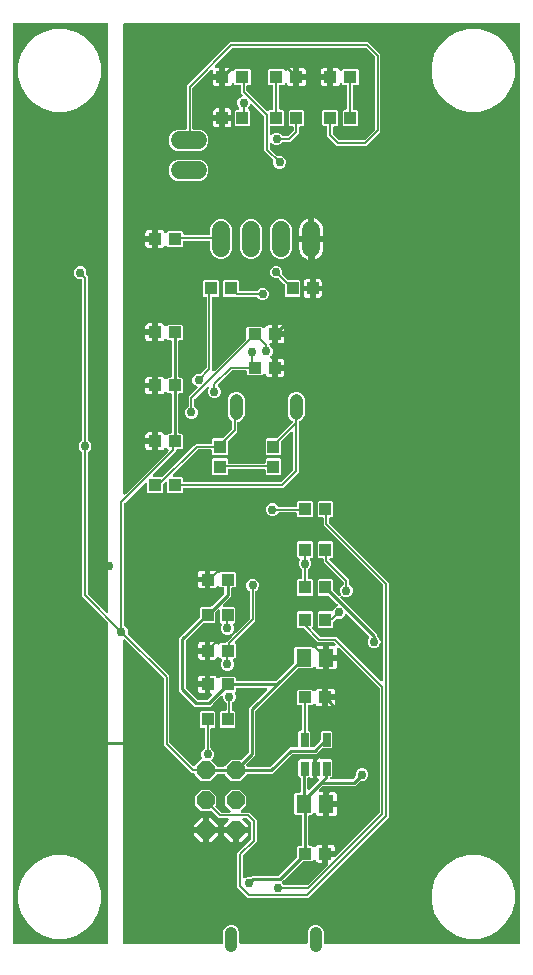
<source format=gbr>
G04 EAGLE Gerber RS-274X export*
G75*
%MOMM*%
%FSLAX34Y34*%
%LPD*%
%INBottom Copper*%
%IPPOS*%
%AMOC8*
5,1,8,0,0,1.08239X$1,22.5*%
G01*
%ADD10R,1.100000X1.000000*%
%ADD11R,1.000000X1.100000*%
%ADD12R,1.300000X1.500000*%
%ADD13C,1.050000*%
%ADD14C,1.524000*%
%ADD15P,1.649562X8X292.500000*%
%ADD16C,0.080400*%
%ADD17C,1.117600*%
%ADD18C,0.152400*%
%ADD19C,0.756400*%
%ADD20C,0.254000*%

G36*
X187305Y10176D02*
X187305Y10176D01*
X187424Y10183D01*
X187462Y10196D01*
X187502Y10201D01*
X187613Y10244D01*
X187726Y10281D01*
X187760Y10303D01*
X187798Y10318D01*
X187894Y10387D01*
X187995Y10451D01*
X188023Y10481D01*
X188055Y10504D01*
X188131Y10596D01*
X188213Y10683D01*
X188232Y10718D01*
X188258Y10749D01*
X188309Y10857D01*
X188366Y10961D01*
X188377Y11001D01*
X188394Y11037D01*
X188416Y11154D01*
X188446Y11269D01*
X188450Y11329D01*
X188454Y11349D01*
X188452Y11370D01*
X188456Y11430D01*
X188456Y20717D01*
X189487Y23207D01*
X191393Y25112D01*
X193883Y26144D01*
X196578Y26144D01*
X199068Y25112D01*
X200974Y23207D01*
X202006Y20717D01*
X202006Y11430D01*
X202020Y11312D01*
X202028Y11193D01*
X202040Y11155D01*
X202045Y11114D01*
X202089Y11004D01*
X202126Y10891D01*
X202148Y10856D01*
X202162Y10819D01*
X202232Y10723D01*
X202296Y10622D01*
X202326Y10594D01*
X202349Y10561D01*
X202441Y10485D01*
X202528Y10404D01*
X202563Y10384D01*
X202594Y10359D01*
X202702Y10308D01*
X202806Y10250D01*
X202845Y10240D01*
X202882Y10223D01*
X202999Y10201D01*
X203114Y10171D01*
X203174Y10167D01*
X203194Y10163D01*
X203215Y10165D01*
X203275Y10161D01*
X258687Y10161D01*
X258805Y10176D01*
X258924Y10183D01*
X258962Y10196D01*
X259002Y10201D01*
X259113Y10244D01*
X259226Y10281D01*
X259260Y10303D01*
X259298Y10318D01*
X259394Y10387D01*
X259495Y10451D01*
X259523Y10481D01*
X259555Y10504D01*
X259631Y10596D01*
X259713Y10683D01*
X259732Y10718D01*
X259758Y10749D01*
X259809Y10857D01*
X259866Y10961D01*
X259877Y11001D01*
X259894Y11037D01*
X259916Y11154D01*
X259946Y11269D01*
X259950Y11329D01*
X259954Y11349D01*
X259952Y11370D01*
X259956Y11430D01*
X259956Y20717D01*
X260987Y23207D01*
X262893Y25112D01*
X265383Y26144D01*
X268078Y26144D01*
X270568Y25112D01*
X272474Y23207D01*
X273506Y20717D01*
X273506Y11430D01*
X273520Y11312D01*
X273528Y11193D01*
X273540Y11155D01*
X273545Y11114D01*
X273589Y11004D01*
X273626Y10891D01*
X273648Y10856D01*
X273662Y10819D01*
X273732Y10723D01*
X273796Y10622D01*
X273826Y10594D01*
X273849Y10561D01*
X273941Y10485D01*
X274028Y10404D01*
X274063Y10384D01*
X274094Y10359D01*
X274202Y10308D01*
X274306Y10250D01*
X274345Y10240D01*
X274382Y10223D01*
X274499Y10201D01*
X274614Y10171D01*
X274674Y10167D01*
X274694Y10163D01*
X274715Y10165D01*
X274775Y10161D01*
X438570Y10161D01*
X438688Y10176D01*
X438807Y10183D01*
X438845Y10196D01*
X438886Y10201D01*
X438996Y10244D01*
X439109Y10281D01*
X439144Y10303D01*
X439181Y10318D01*
X439277Y10387D01*
X439378Y10451D01*
X439406Y10481D01*
X439439Y10504D01*
X439515Y10596D01*
X439596Y10683D01*
X439616Y10718D01*
X439641Y10749D01*
X439692Y10857D01*
X439750Y10961D01*
X439760Y11001D01*
X439777Y11037D01*
X439799Y11154D01*
X439829Y11269D01*
X439833Y11329D01*
X439837Y11349D01*
X439835Y11370D01*
X439839Y11430D01*
X439839Y788570D01*
X439824Y788688D01*
X439817Y788807D01*
X439804Y788845D01*
X439799Y788886D01*
X439756Y788996D01*
X439719Y789109D01*
X439697Y789144D01*
X439682Y789181D01*
X439613Y789277D01*
X439549Y789378D01*
X439519Y789406D01*
X439496Y789439D01*
X439404Y789515D01*
X439317Y789596D01*
X439282Y789616D01*
X439251Y789641D01*
X439143Y789692D01*
X439039Y789750D01*
X438999Y789760D01*
X438963Y789777D01*
X438846Y789799D01*
X438731Y789829D01*
X438671Y789833D01*
X438651Y789837D01*
X438630Y789835D01*
X438570Y789839D01*
X105000Y789839D01*
X104882Y789824D01*
X104763Y789817D01*
X104725Y789804D01*
X104684Y789799D01*
X104574Y789756D01*
X104461Y789719D01*
X104426Y789697D01*
X104389Y789682D01*
X104293Y789613D01*
X104192Y789549D01*
X104164Y789519D01*
X104131Y789496D01*
X104056Y789404D01*
X103974Y789317D01*
X103954Y789282D01*
X103929Y789251D01*
X103878Y789143D01*
X103820Y789039D01*
X103810Y788999D01*
X103793Y788963D01*
X103771Y788846D01*
X103741Y788731D01*
X103737Y788671D01*
X103733Y788651D01*
X103735Y788630D01*
X103731Y788570D01*
X103731Y391969D01*
X103748Y391831D01*
X103761Y391693D01*
X103768Y391673D01*
X103771Y391653D01*
X103822Y391524D01*
X103869Y391393D01*
X103880Y391376D01*
X103888Y391358D01*
X103969Y391245D01*
X104047Y391130D01*
X104063Y391117D01*
X104074Y391100D01*
X104182Y391012D01*
X104286Y390920D01*
X104304Y390910D01*
X104319Y390898D01*
X104445Y390838D01*
X104569Y390775D01*
X104589Y390771D01*
X104607Y390762D01*
X104743Y390736D01*
X104879Y390705D01*
X104900Y390706D01*
X104920Y390702D01*
X105058Y390711D01*
X105197Y390715D01*
X105217Y390721D01*
X105237Y390722D01*
X105369Y390765D01*
X105503Y390803D01*
X105520Y390814D01*
X105539Y390820D01*
X105657Y390894D01*
X105777Y390965D01*
X105798Y390984D01*
X105808Y390990D01*
X105822Y391005D01*
X105898Y391071D01*
X141896Y427070D01*
X141981Y427179D01*
X142069Y427286D01*
X142078Y427305D01*
X142091Y427321D01*
X142146Y427449D01*
X142205Y427574D01*
X142209Y427594D01*
X142217Y427613D01*
X142239Y427751D01*
X142265Y427887D01*
X142264Y427907D01*
X142267Y427927D01*
X142254Y428066D01*
X142245Y428204D01*
X142239Y428223D01*
X142237Y428243D01*
X142190Y428375D01*
X142147Y428506D01*
X142136Y428524D01*
X142129Y428543D01*
X142051Y428658D01*
X141977Y428775D01*
X141962Y428789D01*
X141951Y428806D01*
X141847Y428898D01*
X141745Y428993D01*
X141727Y429003D01*
X141712Y429016D01*
X141589Y429079D01*
X141513Y429121D01*
X140466Y430168D01*
X140367Y430245D01*
X140272Y430327D01*
X140241Y430343D01*
X140215Y430363D01*
X140100Y430413D01*
X139987Y430469D01*
X139954Y430476D01*
X139923Y430490D01*
X139799Y430509D01*
X139676Y430535D01*
X139642Y430534D01*
X139609Y430539D01*
X139484Y430528D01*
X139358Y430522D01*
X139326Y430513D01*
X139292Y430510D01*
X139174Y430467D01*
X139053Y430431D01*
X139025Y430413D01*
X138993Y430402D01*
X138889Y430331D01*
X138781Y430266D01*
X138758Y430242D01*
X138730Y430223D01*
X138646Y430129D01*
X138558Y430039D01*
X138531Y429999D01*
X138519Y429985D01*
X138509Y429965D01*
X138469Y429905D01*
X138063Y429201D01*
X137589Y428728D01*
X137010Y428393D01*
X136364Y428220D01*
X133029Y428220D01*
X133029Y434531D01*
X133014Y434649D01*
X133006Y434768D01*
X132994Y434806D01*
X132989Y434846D01*
X132945Y434957D01*
X132908Y435070D01*
X132887Y435104D01*
X132872Y435142D01*
X132802Y435238D01*
X132738Y435339D01*
X132709Y435367D01*
X132685Y435399D01*
X132593Y435475D01*
X132507Y435557D01*
X132471Y435576D01*
X132440Y435602D01*
X132332Y435653D01*
X132228Y435710D01*
X132189Y435720D01*
X132152Y435738D01*
X132046Y435758D01*
X132075Y435762D01*
X132186Y435806D01*
X132299Y435842D01*
X132333Y435864D01*
X132371Y435879D01*
X132467Y435949D01*
X132568Y436012D01*
X132595Y436042D01*
X132628Y436066D01*
X132704Y436157D01*
X132786Y436244D01*
X132805Y436279D01*
X132831Y436311D01*
X132882Y436418D01*
X132939Y436523D01*
X132949Y436562D01*
X132966Y436598D01*
X132989Y436715D01*
X133019Y436831D01*
X133022Y436891D01*
X133026Y436911D01*
X133025Y436931D01*
X133029Y436991D01*
X133029Y443302D01*
X136364Y443302D01*
X137010Y443129D01*
X137589Y442794D01*
X138063Y442321D01*
X138469Y441617D01*
X138545Y441517D01*
X138616Y441413D01*
X138641Y441390D01*
X138661Y441363D01*
X138760Y441285D01*
X138854Y441202D01*
X138884Y441187D01*
X138911Y441166D01*
X139026Y441115D01*
X139137Y441057D01*
X139170Y441050D01*
X139201Y441036D01*
X139325Y441015D01*
X139448Y440988D01*
X139481Y440989D01*
X139515Y440983D01*
X139640Y440994D01*
X139766Y440997D01*
X139798Y441007D01*
X139832Y441010D01*
X139950Y441051D01*
X140071Y441086D01*
X140100Y441103D01*
X140132Y441114D01*
X140237Y441183D01*
X140345Y441247D01*
X140382Y441280D01*
X140397Y441290D01*
X140412Y441306D01*
X140466Y441354D01*
X141398Y442286D01*
X143466Y442286D01*
X143584Y442301D01*
X143702Y442308D01*
X143741Y442321D01*
X143781Y442326D01*
X143892Y442369D01*
X144005Y442406D01*
X144039Y442428D01*
X144077Y442443D01*
X144173Y442512D01*
X144274Y442576D01*
X144301Y442606D01*
X144334Y442629D01*
X144410Y442721D01*
X144492Y442808D01*
X144511Y442843D01*
X144537Y442874D01*
X144588Y442982D01*
X144645Y443086D01*
X144655Y443126D01*
X144672Y443162D01*
X144695Y443279D01*
X144725Y443394D01*
X144728Y443454D01*
X144732Y443474D01*
X144731Y443495D01*
X144735Y443555D01*
X144735Y475295D01*
X144720Y475414D01*
X144712Y475532D01*
X144700Y475571D01*
X144695Y475611D01*
X144651Y475722D01*
X144614Y475835D01*
X144593Y475869D01*
X144578Y475907D01*
X144508Y476003D01*
X144444Y476103D01*
X144415Y476131D01*
X144391Y476164D01*
X144299Y476240D01*
X144213Y476321D01*
X144177Y476341D01*
X144146Y476367D01*
X144038Y476417D01*
X143934Y476475D01*
X143895Y476485D01*
X143858Y476502D01*
X143742Y476525D01*
X143626Y476554D01*
X143566Y476558D01*
X143546Y476562D01*
X143526Y476561D01*
X143466Y476565D01*
X141398Y476565D01*
X140466Y477497D01*
X140366Y477574D01*
X140271Y477656D01*
X140241Y477671D01*
X140215Y477691D01*
X140099Y477742D01*
X139987Y477797D01*
X139954Y477804D01*
X139923Y477818D01*
X139799Y477838D01*
X139676Y477864D01*
X139642Y477862D01*
X139609Y477868D01*
X139484Y477856D01*
X139358Y477851D01*
X139326Y477841D01*
X139292Y477838D01*
X139174Y477795D01*
X139053Y477759D01*
X139024Y477742D01*
X138993Y477730D01*
X138889Y477660D01*
X138781Y477595D01*
X138758Y477571D01*
X138730Y477552D01*
X138646Y477457D01*
X138558Y477368D01*
X138531Y477327D01*
X138519Y477313D01*
X138509Y477294D01*
X138469Y477234D01*
X138063Y476529D01*
X137589Y476056D01*
X137010Y475722D01*
X136364Y475549D01*
X133029Y475549D01*
X133029Y481859D01*
X133014Y481977D01*
X133006Y482096D01*
X132994Y482134D01*
X132989Y482175D01*
X132945Y482285D01*
X132908Y482399D01*
X132887Y482433D01*
X132872Y482470D01*
X132802Y482567D01*
X132738Y482667D01*
X132709Y482695D01*
X132685Y482728D01*
X132593Y482804D01*
X132507Y482885D01*
X132471Y482905D01*
X132440Y482930D01*
X132332Y482981D01*
X132228Y483039D01*
X132189Y483049D01*
X132152Y483066D01*
X132046Y483086D01*
X132075Y483090D01*
X132186Y483134D01*
X132299Y483171D01*
X132333Y483192D01*
X132371Y483207D01*
X132467Y483277D01*
X132568Y483341D01*
X132595Y483370D01*
X132628Y483394D01*
X132704Y483486D01*
X132786Y483572D01*
X132805Y483608D01*
X132831Y483639D01*
X132882Y483747D01*
X132939Y483851D01*
X132949Y483890D01*
X132966Y483927D01*
X132989Y484043D01*
X133019Y484159D01*
X133022Y484219D01*
X133026Y484239D01*
X133025Y484259D01*
X133029Y484320D01*
X133029Y490630D01*
X136364Y490630D01*
X137010Y490457D01*
X137589Y490122D01*
X138063Y489649D01*
X138469Y488945D01*
X138545Y488845D01*
X138616Y488741D01*
X138641Y488719D01*
X138661Y488692D01*
X138760Y488613D01*
X138854Y488530D01*
X138884Y488515D01*
X138911Y488494D01*
X139026Y488443D01*
X139137Y488386D01*
X139170Y488378D01*
X139201Y488365D01*
X139325Y488344D01*
X139448Y488316D01*
X139481Y488317D01*
X139515Y488311D01*
X139640Y488322D01*
X139766Y488326D01*
X139798Y488335D01*
X139832Y488338D01*
X139950Y488379D01*
X140071Y488414D01*
X140100Y488431D01*
X140132Y488442D01*
X140237Y488512D01*
X140345Y488576D01*
X140382Y488608D01*
X140397Y488618D01*
X140412Y488634D01*
X140466Y488682D01*
X141398Y489614D01*
X143466Y489614D01*
X143584Y489629D01*
X143702Y489636D01*
X143741Y489649D01*
X143781Y489654D01*
X143892Y489698D01*
X144005Y489734D01*
X144039Y489756D01*
X144077Y489771D01*
X144173Y489841D01*
X144274Y489905D01*
X144301Y489934D01*
X144334Y489958D01*
X144410Y490049D01*
X144492Y490136D01*
X144511Y490172D01*
X144537Y490203D01*
X144588Y490310D01*
X144645Y490415D01*
X144655Y490454D01*
X144672Y490490D01*
X144695Y490607D01*
X144725Y490723D01*
X144728Y490783D01*
X144732Y490803D01*
X144731Y490823D01*
X144735Y490883D01*
X144735Y520238D01*
X144720Y520356D01*
X144712Y520475D01*
X144700Y520513D01*
X144695Y520553D01*
X144651Y520664D01*
X144614Y520777D01*
X144593Y520811D01*
X144578Y520849D01*
X144508Y520945D01*
X144444Y521046D01*
X144415Y521074D01*
X144391Y521106D01*
X144299Y521182D01*
X144213Y521264D01*
X144177Y521283D01*
X144146Y521309D01*
X144038Y521360D01*
X143934Y521417D01*
X143895Y521427D01*
X143858Y521445D01*
X143742Y521467D01*
X143626Y521497D01*
X143566Y521501D01*
X143546Y521504D01*
X143526Y521503D01*
X143466Y521507D01*
X141398Y521507D01*
X140466Y522439D01*
X140366Y522516D01*
X140271Y522598D01*
X140241Y522613D01*
X140215Y522634D01*
X140099Y522684D01*
X139987Y522740D01*
X139954Y522747D01*
X139923Y522760D01*
X139799Y522780D01*
X139676Y522806D01*
X139642Y522805D01*
X139609Y522810D01*
X139484Y522798D01*
X139358Y522793D01*
X139326Y522783D01*
X139292Y522780D01*
X139174Y522738D01*
X139053Y522702D01*
X139024Y522684D01*
X138993Y522673D01*
X138889Y522602D01*
X138781Y522537D01*
X138758Y522513D01*
X138730Y522494D01*
X138646Y522400D01*
X138558Y522310D01*
X138531Y522269D01*
X138519Y522256D01*
X138509Y522236D01*
X138469Y522176D01*
X138063Y521472D01*
X137589Y520999D01*
X137010Y520664D01*
X136364Y520491D01*
X133029Y520491D01*
X133029Y526802D01*
X133014Y526920D01*
X133006Y527038D01*
X132994Y527077D01*
X132989Y527117D01*
X132945Y527228D01*
X132908Y527341D01*
X132887Y527375D01*
X132872Y527413D01*
X132802Y527509D01*
X132738Y527610D01*
X132709Y527637D01*
X132685Y527670D01*
X132593Y527746D01*
X132507Y527828D01*
X132471Y527847D01*
X132440Y527873D01*
X132332Y527924D01*
X132228Y527981D01*
X132189Y527991D01*
X132152Y528008D01*
X132046Y528029D01*
X132075Y528033D01*
X132186Y528076D01*
X132299Y528113D01*
X132333Y528135D01*
X132371Y528150D01*
X132467Y528219D01*
X132568Y528283D01*
X132595Y528313D01*
X132628Y528336D01*
X132704Y528428D01*
X132786Y528515D01*
X132805Y528550D01*
X132831Y528581D01*
X132882Y528689D01*
X132939Y528793D01*
X132949Y528833D01*
X132966Y528869D01*
X132989Y528986D01*
X133019Y529101D01*
X133022Y529161D01*
X133026Y529181D01*
X133025Y529198D01*
X133026Y529203D01*
X133026Y529213D01*
X133029Y529262D01*
X133029Y535572D01*
X136364Y535572D01*
X137010Y535399D01*
X137589Y535065D01*
X138063Y534592D01*
X138469Y533887D01*
X138545Y533787D01*
X138616Y533683D01*
X138641Y533661D01*
X138661Y533634D01*
X138760Y533556D01*
X138854Y533473D01*
X138884Y533457D01*
X138911Y533436D01*
X139026Y533385D01*
X139137Y533328D01*
X139170Y533321D01*
X139201Y533307D01*
X139325Y533286D01*
X139448Y533259D01*
X139481Y533260D01*
X139515Y533254D01*
X139640Y533264D01*
X139766Y533268D01*
X139798Y533278D01*
X139832Y533280D01*
X139950Y533322D01*
X140071Y533357D01*
X140100Y533374D01*
X140132Y533385D01*
X140237Y533454D01*
X140345Y533518D01*
X140382Y533551D01*
X140397Y533561D01*
X140412Y533577D01*
X140466Y533625D01*
X141398Y534556D01*
X153661Y534556D01*
X154554Y533663D01*
X154554Y522400D01*
X153661Y521507D01*
X151593Y521507D01*
X151475Y521492D01*
X151357Y521485D01*
X151318Y521472D01*
X151278Y521467D01*
X151167Y521423D01*
X151054Y521387D01*
X151020Y521365D01*
X150982Y521350D01*
X150886Y521280D01*
X150785Y521217D01*
X150758Y521187D01*
X150725Y521163D01*
X150649Y521072D01*
X150567Y520985D01*
X150548Y520949D01*
X150522Y520918D01*
X150471Y520811D01*
X150414Y520706D01*
X150404Y520667D01*
X150387Y520631D01*
X150364Y520514D01*
X150334Y520398D01*
X150331Y520338D01*
X150327Y520318D01*
X150328Y520298D01*
X150324Y520238D01*
X150324Y490883D01*
X150339Y490765D01*
X150347Y490646D01*
X150359Y490608D01*
X150364Y490568D01*
X150408Y490457D01*
X150445Y490344D01*
X150466Y490310D01*
X150481Y490272D01*
X150551Y490176D01*
X150615Y490075D01*
X150644Y490047D01*
X150668Y490015D01*
X150760Y489939D01*
X150846Y489857D01*
X150882Y489838D01*
X150913Y489812D01*
X151021Y489761D01*
X151125Y489704D01*
X151164Y489694D01*
X151201Y489676D01*
X151317Y489654D01*
X151433Y489624D01*
X151493Y489620D01*
X151513Y489617D01*
X151533Y489618D01*
X151593Y489614D01*
X153661Y489614D01*
X154554Y488721D01*
X154554Y477458D01*
X153661Y476565D01*
X151593Y476565D01*
X151475Y476550D01*
X151357Y476542D01*
X151318Y476530D01*
X151278Y476525D01*
X151167Y476481D01*
X151054Y476444D01*
X151020Y476423D01*
X150982Y476408D01*
X150886Y476338D01*
X150785Y476274D01*
X150758Y476245D01*
X150725Y476221D01*
X150649Y476129D01*
X150567Y476042D01*
X150548Y476007D01*
X150522Y475976D01*
X150471Y475868D01*
X150414Y475764D01*
X150404Y475725D01*
X150387Y475688D01*
X150364Y475571D01*
X150334Y475456D01*
X150331Y475396D01*
X150327Y475376D01*
X150328Y475356D01*
X150324Y475295D01*
X150324Y443555D01*
X150339Y443437D01*
X150347Y443318D01*
X150359Y443280D01*
X150364Y443239D01*
X150408Y443129D01*
X150445Y443016D01*
X150466Y442981D01*
X150481Y442944D01*
X150551Y442848D01*
X150615Y442747D01*
X150644Y442719D01*
X150668Y442686D01*
X150760Y442610D01*
X150846Y442529D01*
X150882Y442509D01*
X150913Y442484D01*
X151021Y442433D01*
X151125Y442375D01*
X151164Y442365D01*
X151201Y442348D01*
X151317Y442326D01*
X151433Y442296D01*
X151493Y442292D01*
X151513Y442288D01*
X151533Y442290D01*
X151593Y442286D01*
X153661Y442286D01*
X154554Y441393D01*
X154554Y430129D01*
X153661Y429236D01*
X149860Y429236D01*
X149742Y429221D01*
X149623Y429214D01*
X149585Y429201D01*
X149544Y429196D01*
X149434Y429153D01*
X149321Y429116D01*
X149286Y429094D01*
X149249Y429079D01*
X149153Y429010D01*
X149052Y428946D01*
X149024Y428916D01*
X148991Y428893D01*
X148915Y428801D01*
X148834Y428714D01*
X148814Y428679D01*
X148789Y428648D01*
X148738Y428540D01*
X148680Y428436D01*
X148670Y428396D01*
X148653Y428360D01*
X148631Y428243D01*
X148601Y428128D01*
X148597Y428068D01*
X148593Y428048D01*
X148595Y428027D01*
X148591Y427967D01*
X148591Y427297D01*
X129212Y407918D01*
X129126Y407808D01*
X129038Y407701D01*
X129029Y407683D01*
X129017Y407666D01*
X128961Y407538D01*
X128902Y407413D01*
X128898Y407393D01*
X128890Y407375D01*
X128868Y407237D01*
X128842Y407101D01*
X128844Y407081D01*
X128841Y407061D01*
X128854Y406922D01*
X128862Y406783D01*
X128868Y406764D01*
X128870Y406744D01*
X128918Y406613D01*
X128960Y406481D01*
X128971Y406464D01*
X128978Y406445D01*
X129056Y406330D01*
X129130Y406212D01*
X129145Y406198D01*
X129157Y406182D01*
X129261Y406090D01*
X129362Y405994D01*
X129380Y405984D01*
X129395Y405971D01*
X129519Y405908D01*
X129641Y405841D01*
X129660Y405836D01*
X129678Y405826D01*
X129814Y405796D01*
X129948Y405761D01*
X129977Y405759D01*
X129989Y405757D01*
X130009Y405757D01*
X130109Y405751D01*
X136365Y405751D01*
X136396Y405737D01*
X136514Y405719D01*
X136630Y405692D01*
X136671Y405694D01*
X136710Y405687D01*
X136829Y405699D01*
X136948Y405702D01*
X136987Y405713D01*
X137027Y405717D01*
X137139Y405757D01*
X137254Y405791D01*
X137289Y405811D01*
X137326Y405825D01*
X137425Y405891D01*
X137528Y405952D01*
X137573Y405992D01*
X137590Y406003D01*
X137603Y406018D01*
X137649Y406058D01*
X163458Y431867D01*
X165169Y433579D01*
X177827Y433579D01*
X177945Y433594D01*
X178064Y433601D01*
X178102Y433614D01*
X178142Y433619D01*
X178253Y433662D01*
X178366Y433699D01*
X178400Y433721D01*
X178438Y433736D01*
X178534Y433805D01*
X178635Y433869D01*
X178662Y433899D01*
X178695Y433922D01*
X178771Y434014D01*
X178853Y434101D01*
X178872Y434136D01*
X178898Y434167D01*
X178949Y434275D01*
X179006Y434379D01*
X179016Y434419D01*
X179034Y434455D01*
X179056Y434572D01*
X179086Y434687D01*
X179089Y434747D01*
X179093Y434767D01*
X179092Y434788D01*
X179096Y434848D01*
X179096Y437456D01*
X179989Y438349D01*
X187701Y438349D01*
X187800Y438361D01*
X187899Y438364D01*
X187957Y438381D01*
X188017Y438389D01*
X188109Y438425D01*
X188204Y438453D01*
X188256Y438484D01*
X188313Y438506D01*
X188393Y438564D01*
X188478Y438614D01*
X188553Y438681D01*
X188570Y438693D01*
X188578Y438702D01*
X188599Y438721D01*
X195462Y445583D01*
X195522Y445662D01*
X195590Y445734D01*
X195619Y445787D01*
X195656Y445835D01*
X195696Y445926D01*
X195744Y446012D01*
X195759Y446071D01*
X195783Y446127D01*
X195798Y446225D01*
X195823Y446320D01*
X195829Y446420D01*
X195833Y446441D01*
X195831Y446453D01*
X195833Y446481D01*
X195833Y452481D01*
X195821Y452579D01*
X195818Y452678D01*
X195801Y452737D01*
X195793Y452797D01*
X195757Y452889D01*
X195729Y452984D01*
X195699Y453036D01*
X195676Y453092D01*
X195618Y453172D01*
X195568Y453258D01*
X195502Y453333D01*
X195490Y453350D01*
X195480Y453358D01*
X195462Y453379D01*
X193433Y455407D01*
X192350Y458021D01*
X192350Y472027D01*
X193433Y474641D01*
X195434Y476642D01*
X198048Y477725D01*
X200878Y477725D01*
X203492Y476642D01*
X205493Y474641D01*
X206576Y472027D01*
X206576Y458021D01*
X205493Y455407D01*
X203492Y453406D01*
X201190Y452453D01*
X201165Y452438D01*
X201137Y452429D01*
X201027Y452359D01*
X200914Y452295D01*
X200893Y452274D01*
X200868Y452259D01*
X200779Y452164D01*
X200686Y452074D01*
X200670Y452048D01*
X200650Y452027D01*
X200587Y451913D01*
X200519Y451803D01*
X200511Y451774D01*
X200496Y451749D01*
X200464Y451623D01*
X200426Y451499D01*
X200424Y451469D01*
X200417Y451441D01*
X200407Y451280D01*
X200407Y444061D01*
X192517Y436171D01*
X192456Y436093D01*
X192389Y436021D01*
X192359Y435968D01*
X192322Y435920D01*
X192283Y435829D01*
X192235Y435742D01*
X192220Y435684D01*
X192196Y435628D01*
X192180Y435530D01*
X192156Y435434D01*
X192149Y435334D01*
X192146Y435314D01*
X192147Y435302D01*
X192145Y435274D01*
X192145Y425193D01*
X191252Y424300D01*
X179989Y424300D01*
X179096Y425193D01*
X179096Y427736D01*
X179081Y427854D01*
X179074Y427973D01*
X179061Y428011D01*
X179056Y428052D01*
X179012Y428162D01*
X178976Y428275D01*
X178954Y428310D01*
X178939Y428347D01*
X178869Y428443D01*
X178805Y428544D01*
X178776Y428572D01*
X178752Y428605D01*
X178660Y428681D01*
X178574Y428762D01*
X178538Y428782D01*
X178507Y428807D01*
X178400Y428858D01*
X178295Y428916D01*
X178256Y428926D01*
X178219Y428943D01*
X178103Y428965D01*
X177987Y428995D01*
X177927Y428999D01*
X177907Y429003D01*
X177887Y429001D01*
X177827Y429005D01*
X167589Y429005D01*
X167491Y428993D01*
X167392Y428990D01*
X167334Y428973D01*
X167273Y428965D01*
X167181Y428929D01*
X167086Y428901D01*
X167034Y428871D01*
X166978Y428848D01*
X166898Y428790D01*
X166812Y428740D01*
X166737Y428674D01*
X166720Y428662D01*
X166713Y428652D01*
X166691Y428634D01*
X145976Y407918D01*
X145890Y407808D01*
X145802Y407701D01*
X145793Y407683D01*
X145781Y407666D01*
X145725Y407538D01*
X145666Y407413D01*
X145662Y407393D01*
X145654Y407375D01*
X145632Y407237D01*
X145606Y407101D01*
X145608Y407081D01*
X145605Y407061D01*
X145618Y406922D01*
X145626Y406783D01*
X145632Y406764D01*
X145634Y406744D01*
X145682Y406613D01*
X145724Y406481D01*
X145735Y406464D01*
X145742Y406445D01*
X145820Y406330D01*
X145894Y406212D01*
X145909Y406198D01*
X145921Y406182D01*
X146025Y406090D01*
X146126Y405994D01*
X146144Y405984D01*
X146159Y405971D01*
X146283Y405908D01*
X146405Y405841D01*
X146424Y405836D01*
X146442Y405826D01*
X146578Y405796D01*
X146712Y405761D01*
X146741Y405759D01*
X146753Y405757D01*
X146773Y405757D01*
X146873Y405751D01*
X153161Y405751D01*
X154054Y404858D01*
X154054Y402282D01*
X154069Y402164D01*
X154077Y402045D01*
X154089Y402007D01*
X154094Y401967D01*
X154138Y401856D01*
X154175Y401743D01*
X154196Y401709D01*
X154211Y401671D01*
X154281Y401575D01*
X154345Y401474D01*
X154374Y401446D01*
X154398Y401414D01*
X154490Y401338D01*
X154576Y401256D01*
X154612Y401237D01*
X154643Y401211D01*
X154751Y401160D01*
X154855Y401103D01*
X154894Y401093D01*
X154931Y401075D01*
X155047Y401053D01*
X155163Y401023D01*
X155223Y401019D01*
X155243Y401016D01*
X155263Y401017D01*
X155323Y401013D01*
X236729Y401013D01*
X236828Y401025D01*
X236927Y401028D01*
X236985Y401045D01*
X237045Y401053D01*
X237137Y401089D01*
X237232Y401117D01*
X237284Y401148D01*
X237341Y401170D01*
X237421Y401228D01*
X237506Y401278D01*
X237582Y401345D01*
X237598Y401357D01*
X237606Y401366D01*
X237627Y401385D01*
X247278Y411035D01*
X247338Y411114D01*
X247406Y411186D01*
X247435Y411239D01*
X247472Y411287D01*
X247512Y411378D01*
X247560Y411464D01*
X247575Y411523D01*
X247599Y411578D01*
X247614Y411676D01*
X247639Y411772D01*
X247645Y411872D01*
X247649Y411893D01*
X247647Y411905D01*
X247649Y411933D01*
X247649Y442519D01*
X247632Y442657D01*
X247619Y442795D01*
X247612Y442815D01*
X247609Y442835D01*
X247558Y442964D01*
X247511Y443095D01*
X247500Y443112D01*
X247492Y443130D01*
X247411Y443243D01*
X247333Y443358D01*
X247317Y443371D01*
X247306Y443388D01*
X247198Y443477D01*
X247094Y443568D01*
X247076Y443578D01*
X247061Y443590D01*
X246935Y443650D01*
X246811Y443713D01*
X246791Y443717D01*
X246773Y443726D01*
X246637Y443752D01*
X246501Y443783D01*
X246480Y443782D01*
X246461Y443786D01*
X246322Y443777D01*
X246183Y443773D01*
X246163Y443767D01*
X246143Y443766D01*
X246011Y443723D01*
X245877Y443685D01*
X245860Y443674D01*
X245841Y443668D01*
X245723Y443594D01*
X245603Y443523D01*
X245582Y443504D01*
X245572Y443498D01*
X245558Y443483D01*
X245483Y443417D01*
X237743Y435678D01*
X237683Y435599D01*
X237615Y435527D01*
X237586Y435474D01*
X237548Y435426D01*
X237509Y435335D01*
X237461Y435249D01*
X237446Y435190D01*
X237422Y435134D01*
X237407Y435036D01*
X237382Y434941D01*
X237376Y434841D01*
X237372Y434820D01*
X237373Y434808D01*
X237372Y434780D01*
X237372Y425193D01*
X236479Y424300D01*
X225215Y424300D01*
X224322Y425193D01*
X224322Y437456D01*
X225215Y438349D01*
X233421Y438349D01*
X233520Y438361D01*
X233619Y438364D01*
X233677Y438381D01*
X233737Y438389D01*
X233829Y438425D01*
X233924Y438453D01*
X233976Y438484D01*
X234033Y438506D01*
X234113Y438564D01*
X234198Y438614D01*
X234273Y438681D01*
X234290Y438693D01*
X234298Y438702D01*
X234319Y438721D01*
X246850Y451252D01*
X246880Y451291D01*
X246917Y451324D01*
X246977Y451416D01*
X247045Y451503D01*
X247064Y451548D01*
X247092Y451590D01*
X247127Y451694D01*
X247171Y451795D01*
X247179Y451844D01*
X247195Y451891D01*
X247203Y452000D01*
X247221Y452109D01*
X247216Y452158D01*
X247220Y452208D01*
X247201Y452316D01*
X247191Y452425D01*
X247174Y452472D01*
X247166Y452521D01*
X247121Y452621D01*
X247083Y452725D01*
X247055Y452766D01*
X247035Y452811D01*
X246967Y452897D01*
X246905Y452988D01*
X246867Y453021D01*
X246836Y453060D01*
X246749Y453125D01*
X246666Y453198D01*
X246622Y453221D01*
X246582Y453251D01*
X246438Y453322D01*
X246234Y453406D01*
X244233Y455407D01*
X243150Y458021D01*
X243150Y472027D01*
X244233Y474641D01*
X246234Y476642D01*
X248848Y477725D01*
X251678Y477725D01*
X254292Y476642D01*
X256293Y474641D01*
X257376Y472027D01*
X257376Y458021D01*
X256293Y455407D01*
X254292Y453406D01*
X253006Y452873D01*
X252981Y452859D01*
X252953Y452850D01*
X252843Y452780D01*
X252730Y452716D01*
X252709Y452695D01*
X252684Y452679D01*
X252595Y452585D01*
X252502Y452495D01*
X252486Y452469D01*
X252466Y452448D01*
X252403Y452334D01*
X252335Y452223D01*
X252327Y452195D01*
X252312Y452169D01*
X252280Y452044D01*
X252242Y451919D01*
X252240Y451890D01*
X252233Y451861D01*
X252223Y451701D01*
X252223Y409513D01*
X239150Y396440D01*
X155323Y396440D01*
X155205Y396425D01*
X155087Y396417D01*
X155048Y396405D01*
X155008Y396400D01*
X154897Y396356D01*
X154784Y396319D01*
X154750Y396298D01*
X154712Y396283D01*
X154616Y396213D01*
X154515Y396149D01*
X154488Y396120D01*
X154455Y396096D01*
X154379Y396004D01*
X154297Y395917D01*
X154278Y395882D01*
X154252Y395851D01*
X154201Y395743D01*
X154144Y395639D01*
X154134Y395600D01*
X154117Y395563D01*
X154094Y395446D01*
X154064Y395331D01*
X154061Y395271D01*
X154057Y395251D01*
X154058Y395230D01*
X154054Y395170D01*
X154054Y392595D01*
X153161Y391702D01*
X141898Y391702D01*
X141005Y392595D01*
X141005Y399883D01*
X140987Y400020D01*
X140974Y400159D01*
X140967Y400178D01*
X140965Y400198D01*
X140914Y400327D01*
X140867Y400458D01*
X140855Y400475D01*
X140848Y400494D01*
X140766Y400606D01*
X140688Y400721D01*
X140673Y400735D01*
X140661Y400751D01*
X140554Y400840D01*
X140450Y400932D01*
X140432Y400941D01*
X140416Y400954D01*
X140290Y401013D01*
X140166Y401076D01*
X140147Y401081D01*
X140128Y401090D01*
X139992Y401116D01*
X139856Y401146D01*
X139836Y401145D01*
X139816Y401149D01*
X139678Y401141D01*
X139538Y401136D01*
X139519Y401131D01*
X139499Y401130D01*
X139366Y401087D01*
X139233Y401048D01*
X139215Y401038D01*
X139196Y401032D01*
X139079Y400957D01*
X138959Y400887D01*
X138938Y400868D01*
X138927Y400861D01*
X138913Y400846D01*
X138838Y400780D01*
X137426Y399368D01*
X137365Y399290D01*
X137297Y399218D01*
X137268Y399165D01*
X137231Y399117D01*
X137192Y399026D01*
X137144Y398939D01*
X137129Y398881D01*
X137105Y398825D01*
X137089Y398727D01*
X137064Y398631D01*
X137058Y398531D01*
X137055Y398511D01*
X137056Y398499D01*
X137054Y398471D01*
X137054Y392595D01*
X136161Y391702D01*
X124898Y391702D01*
X124005Y392595D01*
X124005Y399647D01*
X123987Y399784D01*
X123974Y399923D01*
X123967Y399942D01*
X123965Y399962D01*
X123914Y400091D01*
X123867Y400222D01*
X123855Y400239D01*
X123848Y400258D01*
X123766Y400370D01*
X123688Y400485D01*
X123673Y400499D01*
X123661Y400515D01*
X123554Y400604D01*
X123450Y400696D01*
X123432Y400705D01*
X123416Y400718D01*
X123290Y400777D01*
X123166Y400840D01*
X123147Y400845D01*
X123128Y400854D01*
X122992Y400880D01*
X122856Y400910D01*
X122836Y400909D01*
X122816Y400913D01*
X122678Y400905D01*
X122538Y400900D01*
X122519Y400895D01*
X122499Y400894D01*
X122366Y400851D01*
X122233Y400812D01*
X122215Y400802D01*
X122196Y400796D01*
X122078Y400721D01*
X121959Y400650D01*
X121938Y400632D01*
X121927Y400625D01*
X121913Y400610D01*
X121838Y400544D01*
X104895Y383601D01*
X104834Y383523D01*
X104767Y383451D01*
X104737Y383398D01*
X104700Y383350D01*
X104661Y383259D01*
X104613Y383172D01*
X104598Y383114D01*
X104574Y383058D01*
X104558Y382960D01*
X104534Y382864D01*
X104527Y382764D01*
X104524Y382744D01*
X104525Y382732D01*
X104523Y382704D01*
X104523Y280282D01*
X104527Y280252D01*
X104525Y280223D01*
X104547Y280095D01*
X104563Y279966D01*
X104574Y279939D01*
X104579Y279909D01*
X104633Y279791D01*
X104680Y279670D01*
X104698Y279647D01*
X104710Y279619D01*
X104791Y279518D01*
X104867Y279413D01*
X104890Y279394D01*
X104908Y279371D01*
X105012Y279293D01*
X105112Y279210D01*
X105139Y279198D01*
X105162Y279180D01*
X105233Y279145D01*
X106735Y277643D01*
X107543Y275692D01*
X107543Y273567D01*
X107520Y273464D01*
X107486Y273339D01*
X107486Y273309D01*
X107479Y273280D01*
X107483Y273151D01*
X107481Y273021D01*
X107488Y272992D01*
X107489Y272962D01*
X107525Y272838D01*
X107555Y272711D01*
X107569Y272685D01*
X107577Y272657D01*
X107643Y272545D01*
X107704Y272430D01*
X107724Y272408D01*
X107739Y272383D01*
X107845Y272262D01*
X142749Y237358D01*
X142749Y181320D01*
X142762Y181222D01*
X142765Y181123D01*
X142782Y181065D01*
X142789Y181005D01*
X142826Y180913D01*
X142853Y180818D01*
X142884Y180765D01*
X142906Y180709D01*
X142964Y180629D01*
X143015Y180544D01*
X143081Y180468D01*
X143093Y180452D01*
X143103Y180444D01*
X143121Y180423D01*
X162500Y161044D01*
X162594Y160971D01*
X162683Y160892D01*
X162719Y160874D01*
X162751Y160849D01*
X162861Y160802D01*
X162967Y160748D01*
X163006Y160739D01*
X163043Y160723D01*
X163161Y160704D01*
X163277Y160678D01*
X163317Y160679D01*
X163357Y160673D01*
X163476Y160684D01*
X163595Y160688D01*
X163634Y160699D01*
X163674Y160703D01*
X163786Y160743D01*
X163900Y160776D01*
X163935Y160797D01*
X163973Y160810D01*
X164072Y160877D01*
X164174Y160938D01*
X164219Y160977D01*
X164236Y160989D01*
X164250Y161004D01*
X164295Y161044D01*
X169682Y166430D01*
X169711Y166434D01*
X169757Y166452D01*
X169805Y166462D01*
X169904Y166511D01*
X170006Y166551D01*
X170046Y166580D01*
X170091Y166602D01*
X170175Y166673D01*
X170264Y166738D01*
X170295Y166776D01*
X170333Y166809D01*
X170396Y166898D01*
X170466Y166983D01*
X170488Y167028D01*
X170516Y167069D01*
X170555Y167171D01*
X170602Y167271D01*
X170611Y167319D01*
X170629Y167366D01*
X170641Y167475D01*
X170662Y167583D01*
X170659Y167633D01*
X170664Y167682D01*
X170649Y167791D01*
X170642Y167900D01*
X170627Y167948D01*
X170620Y167997D01*
X170568Y168149D01*
X169953Y169632D01*
X169953Y171744D01*
X170761Y173694D01*
X172264Y175197D01*
X172353Y175254D01*
X172466Y175318D01*
X172487Y175338D01*
X172512Y175354D01*
X172601Y175449D01*
X172694Y175539D01*
X172710Y175564D01*
X172730Y175586D01*
X172793Y175699D01*
X172861Y175810D01*
X172869Y175838D01*
X172884Y175864D01*
X172916Y175990D01*
X172954Y176114D01*
X172956Y176144D01*
X172963Y176172D01*
X172973Y176333D01*
X172973Y192085D01*
X172958Y192203D01*
X172951Y192322D01*
X172938Y192360D01*
X172933Y192400D01*
X172890Y192511D01*
X172853Y192624D01*
X172831Y192659D01*
X172816Y192696D01*
X172747Y192792D01*
X172683Y192893D01*
X172653Y192921D01*
X172630Y192954D01*
X172538Y193029D01*
X172451Y193111D01*
X172416Y193131D01*
X172385Y193156D01*
X172277Y193207D01*
X172173Y193265D01*
X172133Y193275D01*
X172097Y193292D01*
X171980Y193314D01*
X171865Y193344D01*
X171805Y193348D01*
X171785Y193352D01*
X171764Y193350D01*
X171704Y193354D01*
X169505Y193354D01*
X168612Y194247D01*
X168612Y206511D01*
X169505Y207404D01*
X180768Y207404D01*
X181661Y206511D01*
X181661Y194247D01*
X180768Y193354D01*
X178816Y193354D01*
X178698Y193339D01*
X178579Y193332D01*
X178541Y193319D01*
X178500Y193314D01*
X178390Y193271D01*
X178277Y193234D01*
X178242Y193212D01*
X178205Y193197D01*
X178109Y193127D01*
X178008Y193064D01*
X177980Y193034D01*
X177947Y193010D01*
X177871Y192919D01*
X177790Y192832D01*
X177770Y192797D01*
X177745Y192766D01*
X177694Y192658D01*
X177636Y192554D01*
X177626Y192514D01*
X177609Y192478D01*
X177587Y192361D01*
X177557Y192246D01*
X177553Y192185D01*
X177549Y192165D01*
X177551Y192145D01*
X177547Y192085D01*
X177547Y176333D01*
X177550Y176303D01*
X177548Y176274D01*
X177570Y176146D01*
X177587Y176017D01*
X177597Y175990D01*
X177603Y175961D01*
X177656Y175842D01*
X177704Y175722D01*
X177721Y175698D01*
X177733Y175671D01*
X177814Y175569D01*
X177890Y175464D01*
X177913Y175445D01*
X177932Y175422D01*
X178035Y175344D01*
X178135Y175261D01*
X178162Y175249D01*
X178186Y175231D01*
X178256Y175196D01*
X179759Y173694D01*
X180567Y171744D01*
X180567Y169632D01*
X179759Y167682D01*
X178744Y166667D01*
X178671Y166573D01*
X178592Y166483D01*
X178573Y166447D01*
X178549Y166415D01*
X178501Y166306D01*
X178447Y166200D01*
X178438Y166161D01*
X178422Y166124D01*
X178404Y166006D01*
X178378Y165890D01*
X178379Y165850D01*
X178372Y165810D01*
X178384Y165691D01*
X178387Y165572D01*
X178398Y165533D01*
X178402Y165493D01*
X178443Y165381D01*
X178476Y165267D01*
X178496Y165232D01*
X178510Y165194D01*
X178577Y165095D01*
X178637Y164993D01*
X178677Y164947D01*
X178688Y164930D01*
X178704Y164917D01*
X178744Y164872D01*
X182618Y160997D01*
X182662Y160887D01*
X182698Y160774D01*
X182720Y160740D01*
X182735Y160702D01*
X182805Y160606D01*
X182868Y160505D01*
X182898Y160478D01*
X182922Y160445D01*
X183013Y160369D01*
X183100Y160287D01*
X183135Y160268D01*
X183167Y160242D01*
X183274Y160191D01*
X183379Y160134D01*
X183418Y160124D01*
X183454Y160107D01*
X183571Y160084D01*
X183686Y160055D01*
X183747Y160051D01*
X183767Y160047D01*
X183787Y160048D01*
X183847Y160044D01*
X188419Y160044D01*
X188537Y160059D01*
X188656Y160067D01*
X188695Y160079D01*
X188735Y160084D01*
X188845Y160128D01*
X188959Y160165D01*
X188993Y160186D01*
X189030Y160201D01*
X189127Y160271D01*
X189227Y160335D01*
X189255Y160364D01*
X189288Y160388D01*
X189364Y160480D01*
X189445Y160566D01*
X189465Y160602D01*
X189491Y160633D01*
X189541Y160741D01*
X189599Y160845D01*
X189609Y160884D01*
X189626Y160921D01*
X189639Y160988D01*
X195045Y166394D01*
X202678Y166394D01*
X202786Y166347D01*
X202892Y166293D01*
X202932Y166284D01*
X202969Y166268D01*
X203086Y166250D01*
X203203Y166224D01*
X203243Y166225D01*
X203283Y166218D01*
X203401Y166230D01*
X203521Y166233D01*
X203559Y166244D01*
X203600Y166248D01*
X203712Y166288D01*
X203826Y166322D01*
X203861Y166342D01*
X203899Y166356D01*
X203997Y166423D01*
X204100Y166483D01*
X204145Y166523D01*
X204162Y166534D01*
X204175Y166550D01*
X204221Y166590D01*
X209763Y172132D01*
X209824Y172210D01*
X209892Y172282D01*
X209921Y172335D01*
X209958Y172383D01*
X209997Y172474D01*
X210045Y172561D01*
X210060Y172619D01*
X210084Y172675D01*
X210100Y172773D01*
X210124Y172868D01*
X210131Y172968D01*
X210134Y172989D01*
X210133Y173001D01*
X210135Y173029D01*
X210135Y210016D01*
X212144Y212024D01*
X225134Y225015D01*
X225220Y225125D01*
X225308Y225232D01*
X225317Y225250D01*
X225329Y225266D01*
X225385Y225394D01*
X225444Y225520D01*
X225447Y225539D01*
X225456Y225558D01*
X225477Y225696D01*
X225503Y225832D01*
X225502Y225852D01*
X225505Y225872D01*
X225492Y226011D01*
X225484Y226149D01*
X225477Y226169D01*
X225476Y226189D01*
X225428Y226320D01*
X225386Y226452D01*
X225375Y226469D01*
X225368Y226488D01*
X225290Y226603D01*
X225216Y226721D01*
X225201Y226735D01*
X225189Y226751D01*
X225085Y226843D01*
X224984Y226939D01*
X224966Y226948D01*
X224951Y226962D01*
X224827Y227025D01*
X224705Y227092D01*
X224686Y227097D01*
X224668Y227106D01*
X224532Y227137D01*
X224397Y227172D01*
X224369Y227173D01*
X224357Y227176D01*
X224337Y227175D01*
X224237Y227182D01*
X200430Y227182D01*
X200312Y227167D01*
X200193Y227159D01*
X200155Y227147D01*
X200115Y227142D01*
X200004Y227098D01*
X199891Y227061D01*
X199857Y227040D01*
X199819Y227025D01*
X199723Y226955D01*
X199622Y226891D01*
X199595Y226862D01*
X199562Y226838D01*
X199486Y226746D01*
X199404Y226660D01*
X199385Y226624D01*
X199359Y226593D01*
X199308Y226485D01*
X199251Y226381D01*
X199241Y226342D01*
X199223Y226305D01*
X199201Y226189D01*
X199171Y226073D01*
X199168Y226013D01*
X199164Y225993D01*
X199165Y225973D01*
X199161Y225913D01*
X199161Y224345D01*
X198421Y223605D01*
X198403Y223582D01*
X198381Y223563D01*
X198306Y223456D01*
X198226Y223354D01*
X198215Y223327D01*
X198198Y223303D01*
X198152Y223181D01*
X198100Y223062D01*
X198095Y223033D01*
X198085Y223005D01*
X198071Y222876D01*
X198050Y222748D01*
X198053Y222719D01*
X198050Y222689D01*
X198068Y222561D01*
X198080Y222431D01*
X198090Y222404D01*
X198094Y222374D01*
X198146Y222222D01*
X198855Y220512D01*
X198855Y218400D01*
X198047Y216450D01*
X196544Y214947D01*
X196455Y214890D01*
X196342Y214826D01*
X196321Y214806D01*
X196296Y214790D01*
X196207Y214695D01*
X196114Y214605D01*
X196098Y214580D01*
X196078Y214558D01*
X196015Y214445D01*
X195947Y214334D01*
X195939Y214306D01*
X195924Y214280D01*
X195892Y214154D01*
X195854Y214030D01*
X195852Y214000D01*
X195845Y213972D01*
X195835Y213811D01*
X195835Y208673D01*
X195850Y208555D01*
X195857Y208436D01*
X195870Y208398D01*
X195875Y208357D01*
X195918Y208247D01*
X195955Y208133D01*
X195977Y208099D01*
X195992Y208062D01*
X196061Y207965D01*
X196125Y207865D01*
X196155Y207837D01*
X196178Y207804D01*
X196270Y207728D01*
X196357Y207647D01*
X196392Y207627D01*
X196423Y207602D01*
X196531Y207551D01*
X196635Y207493D01*
X196675Y207483D01*
X196711Y207466D01*
X196828Y207444D01*
X196943Y207414D01*
X197003Y207410D01*
X197023Y207406D01*
X197044Y207407D01*
X197104Y207404D01*
X197768Y207404D01*
X198661Y206511D01*
X198661Y194247D01*
X197768Y193354D01*
X186505Y193354D01*
X185612Y194247D01*
X185612Y206511D01*
X186505Y207404D01*
X189992Y207404D01*
X190110Y207419D01*
X190229Y207426D01*
X190267Y207438D01*
X190308Y207444D01*
X190418Y207487D01*
X190531Y207524D01*
X190566Y207546D01*
X190603Y207561D01*
X190699Y207630D01*
X190800Y207694D01*
X190828Y207724D01*
X190861Y207747D01*
X190937Y207839D01*
X191018Y207926D01*
X191038Y207961D01*
X191063Y207992D01*
X191114Y208100D01*
X191172Y208204D01*
X191182Y208244D01*
X191199Y208280D01*
X191221Y208397D01*
X191251Y208512D01*
X191255Y208572D01*
X191259Y208592D01*
X191257Y208613D01*
X191261Y208673D01*
X191261Y213811D01*
X191258Y213841D01*
X191260Y213870D01*
X191238Y213998D01*
X191221Y214127D01*
X191211Y214154D01*
X191205Y214183D01*
X191152Y214302D01*
X191104Y214422D01*
X191087Y214446D01*
X191075Y214473D01*
X190994Y214575D01*
X190918Y214680D01*
X190895Y214699D01*
X190876Y214722D01*
X190773Y214800D01*
X190673Y214883D01*
X190646Y214895D01*
X190622Y214913D01*
X190552Y214948D01*
X189049Y216450D01*
X188241Y218400D01*
X188241Y219065D01*
X188224Y219202D01*
X188211Y219341D01*
X188204Y219360D01*
X188201Y219380D01*
X188150Y219509D01*
X188103Y219640D01*
X188092Y219657D01*
X188084Y219676D01*
X188003Y219789D01*
X187925Y219904D01*
X187909Y219917D01*
X187898Y219933D01*
X187790Y220022D01*
X187686Y220114D01*
X187668Y220123D01*
X187653Y220136D01*
X187527Y220195D01*
X187403Y220259D01*
X187383Y220263D01*
X187365Y220272D01*
X187229Y220298D01*
X187093Y220328D01*
X187072Y220328D01*
X187053Y220332D01*
X186914Y220323D01*
X186775Y220319D01*
X186755Y220313D01*
X186735Y220312D01*
X186603Y220269D01*
X186469Y220230D01*
X186452Y220220D01*
X186433Y220214D01*
X186315Y220139D01*
X186195Y220069D01*
X186174Y220050D01*
X186164Y220044D01*
X186150Y220029D01*
X186075Y219962D01*
X179399Y213286D01*
X177390Y211277D01*
X164446Y211277D01*
X151066Y224658D01*
X151066Y269178D01*
X168240Y286352D01*
X168301Y286431D01*
X168368Y286503D01*
X168398Y286556D01*
X168435Y286604D01*
X168474Y286695D01*
X168522Y286781D01*
X168537Y286840D01*
X168561Y286895D01*
X168577Y286993D01*
X168601Y287089D01*
X168608Y287189D01*
X168611Y287210D01*
X168610Y287222D01*
X168612Y287250D01*
X168612Y294936D01*
X169505Y295830D01*
X177683Y295830D01*
X177781Y295842D01*
X177880Y295845D01*
X177938Y295862D01*
X177999Y295869D01*
X178091Y295906D01*
X178186Y295933D01*
X178238Y295964D01*
X178294Y295986D01*
X178374Y296045D01*
X178460Y296095D01*
X178535Y296161D01*
X178552Y296173D01*
X178559Y296183D01*
X178581Y296201D01*
X188970Y306591D01*
X189031Y306669D01*
X189098Y306741D01*
X189128Y306794D01*
X189165Y306842D01*
X189204Y306933D01*
X189252Y307020D01*
X189267Y307078D01*
X189291Y307134D01*
X189307Y307232D01*
X189331Y307327D01*
X189338Y307428D01*
X189341Y307448D01*
X189340Y307460D01*
X189342Y307488D01*
X189342Y311011D01*
X189327Y311129D01*
X189319Y311248D01*
X189307Y311286D01*
X189302Y311326D01*
X189258Y311437D01*
X189221Y311550D01*
X189200Y311584D01*
X189185Y311622D01*
X189115Y311718D01*
X189051Y311819D01*
X189022Y311847D01*
X188998Y311879D01*
X188906Y311955D01*
X188820Y312037D01*
X188784Y312056D01*
X188753Y312082D01*
X188645Y312133D01*
X188541Y312190D01*
X188502Y312201D01*
X188465Y312218D01*
X188348Y312240D01*
X188233Y312270D01*
X188173Y312274D01*
X188153Y312278D01*
X188133Y312276D01*
X188072Y312280D01*
X186005Y312280D01*
X185073Y313212D01*
X184973Y313289D01*
X184878Y313371D01*
X184848Y313386D01*
X184822Y313407D01*
X184706Y313457D01*
X184594Y313513D01*
X184561Y313520D01*
X184530Y313533D01*
X184405Y313553D01*
X184283Y313579D01*
X184249Y313578D01*
X184216Y313583D01*
X184090Y313571D01*
X183965Y313566D01*
X183933Y313557D01*
X183899Y313553D01*
X183781Y313511D01*
X183660Y313475D01*
X183631Y313457D01*
X183600Y313446D01*
X183496Y313375D01*
X183388Y313310D01*
X183365Y313286D01*
X183337Y313267D01*
X183253Y313173D01*
X183165Y313083D01*
X183138Y313042D01*
X183126Y313029D01*
X183116Y313009D01*
X183076Y312949D01*
X182669Y312245D01*
X182196Y311772D01*
X181617Y311437D01*
X180971Y311264D01*
X177636Y311264D01*
X177636Y317575D01*
X177621Y317693D01*
X177613Y317812D01*
X177601Y317850D01*
X177596Y317890D01*
X177552Y318001D01*
X177515Y318114D01*
X177494Y318148D01*
X177479Y318186D01*
X177409Y318282D01*
X177345Y318383D01*
X177316Y318410D01*
X177292Y318443D01*
X177200Y318519D01*
X177114Y318601D01*
X177078Y318620D01*
X177047Y318646D01*
X176939Y318697D01*
X176835Y318754D01*
X176796Y318764D01*
X176759Y318782D01*
X176653Y318802D01*
X176682Y318806D01*
X176793Y318849D01*
X176906Y318886D01*
X176940Y318908D01*
X176978Y318923D01*
X177074Y318993D01*
X177175Y319056D01*
X177202Y319086D01*
X177235Y319109D01*
X177311Y319201D01*
X177392Y319288D01*
X177412Y319323D01*
X177438Y319354D01*
X177488Y319462D01*
X177546Y319566D01*
X177556Y319606D01*
X177573Y319642D01*
X177596Y319759D01*
X177625Y319874D01*
X177629Y319935D01*
X177633Y319955D01*
X177632Y319975D01*
X177636Y320035D01*
X177636Y326346D01*
X180971Y326346D01*
X181617Y326172D01*
X182196Y325838D01*
X182669Y325365D01*
X183076Y324660D01*
X183152Y324560D01*
X183223Y324456D01*
X183248Y324434D01*
X183268Y324407D01*
X183367Y324329D01*
X183461Y324246D01*
X183491Y324231D01*
X183518Y324210D01*
X183633Y324158D01*
X183744Y324101D01*
X183777Y324094D01*
X183808Y324080D01*
X183932Y324059D01*
X184055Y324032D01*
X184088Y324033D01*
X184122Y324027D01*
X184247Y324037D01*
X184373Y324041D01*
X184405Y324051D01*
X184439Y324053D01*
X184557Y324095D01*
X184678Y324130D01*
X184707Y324147D01*
X184739Y324158D01*
X184844Y324227D01*
X184952Y324291D01*
X184989Y324324D01*
X185004Y324334D01*
X185018Y324350D01*
X185073Y324398D01*
X186005Y325330D01*
X198268Y325330D01*
X199161Y324436D01*
X199161Y313173D01*
X198268Y312280D01*
X196200Y312280D01*
X196082Y312265D01*
X195963Y312258D01*
X195925Y312245D01*
X195885Y312240D01*
X195774Y312196D01*
X195661Y312160D01*
X195627Y312138D01*
X195589Y312123D01*
X195493Y312053D01*
X195392Y311990D01*
X195365Y311960D01*
X195332Y311936D01*
X195256Y311845D01*
X195174Y311758D01*
X195155Y311723D01*
X195129Y311691D01*
X195078Y311584D01*
X195021Y311479D01*
X195011Y311440D01*
X194993Y311404D01*
X194971Y311287D01*
X194941Y311172D01*
X194938Y311111D01*
X194934Y311091D01*
X194935Y311071D01*
X194934Y311055D01*
X194934Y311053D01*
X194934Y311052D01*
X194931Y311011D01*
X194931Y304647D01*
X192922Y302638D01*
X188280Y297996D01*
X188195Y297886D01*
X188106Y297779D01*
X188098Y297761D01*
X188085Y297745D01*
X188030Y297617D01*
X187971Y297492D01*
X187967Y297472D01*
X187959Y297453D01*
X187937Y297315D01*
X187911Y297179D01*
X187912Y297159D01*
X187909Y297139D01*
X187922Y297000D01*
X187931Y296862D01*
X187937Y296843D01*
X187939Y296822D01*
X187986Y296691D01*
X188029Y296559D01*
X188040Y296542D01*
X188046Y296523D01*
X188125Y296408D01*
X188199Y296291D01*
X188214Y296277D01*
X188225Y296260D01*
X188329Y296168D01*
X188431Y296073D01*
X188448Y296063D01*
X188463Y296050D01*
X188588Y295986D01*
X188709Y295919D01*
X188729Y295914D01*
X188747Y295905D01*
X188883Y295874D01*
X189017Y295840D01*
X189045Y295838D01*
X189057Y295835D01*
X189077Y295836D01*
X189178Y295830D01*
X197768Y295830D01*
X198661Y294936D01*
X198661Y282673D01*
X197763Y281775D01*
X197741Y281776D01*
X197634Y281754D01*
X197524Y281740D01*
X197478Y281722D01*
X197430Y281712D01*
X197331Y281664D01*
X197229Y281623D01*
X197189Y281594D01*
X197144Y281572D01*
X197060Y281501D01*
X196971Y281436D01*
X196940Y281398D01*
X196902Y281366D01*
X196839Y281276D01*
X196769Y281191D01*
X196747Y281146D01*
X196719Y281106D01*
X196680Y281003D01*
X196633Y280904D01*
X196624Y280855D01*
X196606Y280808D01*
X196594Y280699D01*
X196573Y280591D01*
X196576Y280542D01*
X196571Y280492D01*
X196586Y280383D01*
X196593Y280274D01*
X196608Y280227D01*
X196615Y280177D01*
X196667Y280025D01*
X197331Y278424D01*
X197331Y276312D01*
X196860Y275175D01*
X196841Y275108D01*
X196813Y275043D01*
X196799Y274954D01*
X196776Y274868D01*
X196774Y274798D01*
X196764Y274729D01*
X196772Y274640D01*
X196771Y274550D01*
X196787Y274482D01*
X196793Y274413D01*
X196824Y274328D01*
X196845Y274241D01*
X196877Y274179D01*
X196901Y274113D01*
X196951Y274039D01*
X196993Y273960D01*
X197040Y273908D01*
X197080Y273850D01*
X197147Y273791D01*
X197207Y273724D01*
X197266Y273686D01*
X197318Y273640D01*
X197398Y273599D01*
X197473Y273550D01*
X197539Y273527D01*
X197601Y273495D01*
X197689Y273476D01*
X197774Y273446D01*
X197843Y273441D01*
X197911Y273426D01*
X198001Y273428D01*
X198091Y273421D01*
X198160Y273433D01*
X198229Y273435D01*
X198316Y273460D01*
X198404Y273476D01*
X198468Y273504D01*
X198535Y273524D01*
X198612Y273569D01*
X198694Y273606D01*
X198749Y273650D01*
X198809Y273685D01*
X198930Y273792D01*
X210702Y285563D01*
X210762Y285642D01*
X210830Y285714D01*
X210859Y285767D01*
X210896Y285815D01*
X210936Y285906D01*
X210984Y285992D01*
X210999Y286051D01*
X211023Y286107D01*
X211038Y286205D01*
X211063Y286300D01*
X211069Y286400D01*
X211073Y286421D01*
X211071Y286433D01*
X211073Y286461D01*
X211073Y308299D01*
X211070Y308329D01*
X211072Y308358D01*
X211050Y308486D01*
X211033Y308615D01*
X211023Y308642D01*
X211017Y308671D01*
X210964Y308790D01*
X210916Y308910D01*
X210899Y308934D01*
X210887Y308961D01*
X210806Y309063D01*
X210730Y309168D01*
X210707Y309187D01*
X210688Y309210D01*
X210585Y309288D01*
X210485Y309371D01*
X210458Y309383D01*
X210434Y309401D01*
X210364Y309436D01*
X208861Y310938D01*
X208053Y312888D01*
X208053Y315000D01*
X208861Y316950D01*
X210354Y318443D01*
X212304Y319251D01*
X214416Y319251D01*
X216366Y318443D01*
X217859Y316950D01*
X218667Y315000D01*
X218667Y312888D01*
X217859Y310938D01*
X216356Y309435D01*
X216267Y309378D01*
X216154Y309314D01*
X216133Y309294D01*
X216108Y309278D01*
X216019Y309183D01*
X215926Y309093D01*
X215910Y309068D01*
X215890Y309046D01*
X215827Y308933D01*
X215759Y308822D01*
X215751Y308794D01*
X215736Y308768D01*
X215704Y308642D01*
X215666Y308518D01*
X215664Y308488D01*
X215657Y308460D01*
X215647Y308299D01*
X215647Y284041D01*
X213935Y282330D01*
X198349Y266743D01*
X198276Y266649D01*
X198197Y266560D01*
X198179Y266524D01*
X198154Y266492D01*
X198107Y266383D01*
X198053Y266277D01*
X198044Y266237D01*
X198028Y266200D01*
X198009Y266082D01*
X197983Y265966D01*
X197984Y265926D01*
X197978Y265886D01*
X197989Y265767D01*
X197993Y265649D01*
X198004Y265610D01*
X198008Y265569D01*
X198048Y265457D01*
X198081Y265343D01*
X198102Y265308D01*
X198115Y265270D01*
X198182Y265172D01*
X198243Y265069D01*
X198283Y265024D01*
X198294Y265007D01*
X198309Y264994D01*
X198349Y264948D01*
X199161Y264136D01*
X199161Y252873D01*
X198268Y251980D01*
X197501Y251980D01*
X197363Y251963D01*
X197224Y251950D01*
X197206Y251943D01*
X197185Y251940D01*
X197056Y251889D01*
X196925Y251842D01*
X196908Y251831D01*
X196890Y251823D01*
X196777Y251741D01*
X196662Y251663D01*
X196649Y251648D01*
X196632Y251636D01*
X196543Y251529D01*
X196452Y251425D01*
X196443Y251407D01*
X196430Y251391D01*
X196370Y251265D01*
X196307Y251142D01*
X196303Y251122D01*
X196294Y251104D01*
X196268Y250967D01*
X196237Y250831D01*
X196238Y250811D01*
X196234Y250791D01*
X196243Y250653D01*
X196247Y250513D01*
X196253Y250494D01*
X196254Y250474D01*
X196297Y250342D01*
X196336Y250208D01*
X196346Y250191D01*
X196352Y250171D01*
X196426Y250054D01*
X196497Y249934D01*
X196514Y249915D01*
X197331Y247944D01*
X197331Y245832D01*
X196523Y243882D01*
X195030Y242389D01*
X193080Y241581D01*
X190968Y241581D01*
X189018Y242389D01*
X187525Y243882D01*
X186717Y245832D01*
X186717Y247944D01*
X187545Y249941D01*
X187618Y250030D01*
X187627Y250049D01*
X187639Y250064D01*
X187695Y250192D01*
X187754Y250318D01*
X187758Y250338D01*
X187766Y250356D01*
X187788Y250494D01*
X187814Y250630D01*
X187812Y250650D01*
X187816Y250670D01*
X187803Y250809D01*
X187794Y250948D01*
X187788Y250967D01*
X187786Y250987D01*
X187739Y251118D01*
X187696Y251250D01*
X187685Y251267D01*
X187678Y251286D01*
X187600Y251401D01*
X187526Y251519D01*
X187511Y251533D01*
X187500Y251549D01*
X187395Y251642D01*
X187294Y251737D01*
X187276Y251747D01*
X187261Y251760D01*
X187138Y251823D01*
X187016Y251890D01*
X186996Y251895D01*
X186978Y251905D01*
X186842Y251935D01*
X186708Y251970D01*
X186680Y251972D01*
X186668Y251974D01*
X186648Y251974D01*
X186547Y251980D01*
X186005Y251980D01*
X185073Y252912D01*
X184973Y252989D01*
X184878Y253071D01*
X184848Y253086D01*
X184822Y253107D01*
X184706Y253157D01*
X184594Y253213D01*
X184561Y253220D01*
X184530Y253233D01*
X184405Y253253D01*
X184283Y253279D01*
X184249Y253278D01*
X184216Y253283D01*
X184090Y253271D01*
X183965Y253266D01*
X183933Y253257D01*
X183899Y253253D01*
X183781Y253211D01*
X183660Y253175D01*
X183631Y253157D01*
X183600Y253146D01*
X183496Y253075D01*
X183388Y253010D01*
X183365Y252986D01*
X183337Y252967D01*
X183253Y252873D01*
X183165Y252783D01*
X183138Y252742D01*
X183126Y252729D01*
X183116Y252709D01*
X183076Y252649D01*
X182669Y251945D01*
X182196Y251472D01*
X181617Y251137D01*
X180971Y250964D01*
X177636Y250964D01*
X177636Y257275D01*
X177621Y257393D01*
X177613Y257512D01*
X177601Y257550D01*
X177596Y257590D01*
X177552Y257701D01*
X177515Y257814D01*
X177494Y257848D01*
X177479Y257886D01*
X177409Y257982D01*
X177345Y258083D01*
X177316Y258110D01*
X177292Y258143D01*
X177200Y258219D01*
X177114Y258301D01*
X177078Y258320D01*
X177047Y258346D01*
X176939Y258397D01*
X176835Y258454D01*
X176796Y258464D01*
X176759Y258482D01*
X176653Y258502D01*
X176682Y258506D01*
X176793Y258549D01*
X176906Y258586D01*
X176940Y258608D01*
X176978Y258623D01*
X177074Y258693D01*
X177175Y258756D01*
X177202Y258786D01*
X177235Y258809D01*
X177311Y258901D01*
X177392Y258988D01*
X177412Y259023D01*
X177438Y259054D01*
X177488Y259162D01*
X177546Y259266D01*
X177556Y259306D01*
X177573Y259342D01*
X177596Y259459D01*
X177625Y259574D01*
X177629Y259635D01*
X177633Y259655D01*
X177632Y259675D01*
X177636Y259735D01*
X177636Y266046D01*
X180971Y266046D01*
X181617Y265872D01*
X182196Y265538D01*
X182669Y265065D01*
X183076Y264360D01*
X183152Y264260D01*
X183223Y264156D01*
X183248Y264134D01*
X183268Y264107D01*
X183367Y264029D01*
X183461Y263946D01*
X183491Y263931D01*
X183518Y263910D01*
X183633Y263858D01*
X183744Y263801D01*
X183777Y263794D01*
X183808Y263780D01*
X183932Y263759D01*
X184055Y263732D01*
X184088Y263733D01*
X184122Y263727D01*
X184247Y263737D01*
X184373Y263741D01*
X184405Y263751D01*
X184439Y263753D01*
X184557Y263795D01*
X184678Y263830D01*
X184707Y263847D01*
X184739Y263858D01*
X184844Y263927D01*
X184952Y263991D01*
X184989Y264024D01*
X185004Y264034D01*
X185018Y264050D01*
X185073Y264098D01*
X186005Y265030D01*
X189992Y265030D01*
X190110Y265044D01*
X190229Y265052D01*
X190267Y265064D01*
X190308Y265069D01*
X190418Y265113D01*
X190531Y265150D01*
X190566Y265172D01*
X190603Y265186D01*
X190699Y265256D01*
X190800Y265320D01*
X190828Y265350D01*
X190861Y265373D01*
X190937Y265465D01*
X191018Y265552D01*
X191038Y265587D01*
X191063Y265618D01*
X191114Y265726D01*
X191172Y265830D01*
X191182Y265869D01*
X191199Y265906D01*
X191221Y266023D01*
X191242Y266104D01*
X195600Y270462D01*
X195643Y270517D01*
X195693Y270566D01*
X195740Y270643D01*
X195795Y270714D01*
X195823Y270778D01*
X195860Y270837D01*
X195886Y270923D01*
X195922Y271005D01*
X195933Y271075D01*
X195953Y271141D01*
X195957Y271231D01*
X195972Y271320D01*
X195965Y271389D01*
X195968Y271459D01*
X195950Y271547D01*
X195942Y271636D01*
X195918Y271702D01*
X195904Y271770D01*
X195865Y271851D01*
X195834Y271935D01*
X195795Y271993D01*
X195764Y272056D01*
X195706Y272124D01*
X195656Y272199D01*
X195603Y272245D01*
X195558Y272298D01*
X195484Y272350D01*
X195417Y272409D01*
X195355Y272441D01*
X195298Y272481D01*
X195214Y272513D01*
X195134Y272554D01*
X195066Y272569D01*
X195001Y272594D01*
X194911Y272604D01*
X194824Y272623D01*
X194754Y272621D01*
X194684Y272629D01*
X194596Y272616D01*
X194506Y272614D01*
X194439Y272594D01*
X194370Y272585D01*
X194217Y272532D01*
X193080Y272061D01*
X190968Y272061D01*
X189018Y272869D01*
X187525Y274362D01*
X186717Y276312D01*
X186717Y278424D01*
X187381Y280025D01*
X187394Y280073D01*
X187415Y280118D01*
X187436Y280226D01*
X187465Y280332D01*
X187465Y280382D01*
X187475Y280430D01*
X187468Y280540D01*
X187470Y280650D01*
X187458Y280698D01*
X187455Y280748D01*
X187421Y280852D01*
X187395Y280959D01*
X187372Y281003D01*
X187357Y281050D01*
X187298Y281143D01*
X187247Y281240D01*
X187213Y281277D01*
X187187Y281319D01*
X187107Y281394D01*
X187033Y281476D01*
X186991Y281503D01*
X186955Y281537D01*
X186859Y281590D01*
X186767Y281650D01*
X186720Y281666D01*
X186677Y281690D01*
X186570Y281718D01*
X186565Y281720D01*
X185612Y282673D01*
X185612Y292264D01*
X185594Y292402D01*
X185581Y292540D01*
X185574Y292559D01*
X185572Y292579D01*
X185521Y292708D01*
X185474Y292839D01*
X185462Y292856D01*
X185455Y292875D01*
X185373Y292987D01*
X185295Y293102D01*
X185280Y293116D01*
X185268Y293132D01*
X185161Y293221D01*
X185057Y293313D01*
X185039Y293322D01*
X185023Y293335D01*
X184897Y293394D01*
X184773Y293457D01*
X184754Y293462D01*
X184735Y293470D01*
X184599Y293497D01*
X184463Y293527D01*
X184443Y293526D01*
X184423Y293530D01*
X184285Y293522D01*
X184145Y293517D01*
X184126Y293512D01*
X184105Y293510D01*
X183974Y293468D01*
X183840Y293429D01*
X183822Y293419D01*
X183803Y293412D01*
X183685Y293338D01*
X183566Y293267D01*
X183545Y293249D01*
X183534Y293242D01*
X183520Y293227D01*
X183445Y293161D01*
X182033Y291749D01*
X181972Y291671D01*
X181904Y291599D01*
X181875Y291546D01*
X181838Y291498D01*
X181799Y291407D01*
X181751Y291320D01*
X181736Y291261D01*
X181712Y291206D01*
X181696Y291108D01*
X181671Y291012D01*
X181665Y290912D01*
X181662Y290892D01*
X181663Y290879D01*
X181661Y290851D01*
X181661Y282673D01*
X180768Y281780D01*
X172098Y281780D01*
X172000Y281768D01*
X171901Y281765D01*
X171843Y281748D01*
X171783Y281740D01*
X171690Y281704D01*
X171595Y281676D01*
X171543Y281645D01*
X171487Y281623D01*
X171407Y281565D01*
X171321Y281515D01*
X171246Y281448D01*
X171230Y281436D01*
X171222Y281427D01*
X171201Y281408D01*
X157027Y267234D01*
X156966Y267156D01*
X156898Y267084D01*
X156869Y267031D01*
X156832Y266983D01*
X156792Y266892D01*
X156745Y266806D01*
X156730Y266747D01*
X156705Y266691D01*
X156690Y266593D01*
X156665Y266498D01*
X156659Y266398D01*
X156656Y266377D01*
X156657Y266365D01*
X156655Y266337D01*
X156655Y227499D01*
X156667Y227401D01*
X156670Y227302D01*
X156687Y227243D01*
X156695Y227183D01*
X156731Y227091D01*
X156759Y226996D01*
X156790Y226944D01*
X156812Y226888D01*
X156870Y226808D01*
X156920Y226722D01*
X156987Y226647D01*
X156999Y226630D01*
X157008Y226622D01*
X157027Y226601D01*
X166389Y217239D01*
X166468Y217178D01*
X166540Y217110D01*
X166593Y217081D01*
X166641Y217044D01*
X166732Y217004D01*
X166818Y216957D01*
X166877Y216942D01*
X166932Y216917D01*
X167030Y216902D01*
X167126Y216877D01*
X167226Y216871D01*
X167247Y216868D01*
X167259Y216869D01*
X167287Y216867D01*
X174549Y216867D01*
X174647Y216879D01*
X174746Y216882D01*
X174804Y216899D01*
X174864Y216907D01*
X174956Y216943D01*
X175051Y216971D01*
X175104Y217002D01*
X175160Y217024D01*
X175240Y217082D01*
X175325Y217132D01*
X175401Y217199D01*
X175417Y217211D01*
X175425Y217220D01*
X175446Y217239D01*
X178477Y220269D01*
X178562Y220379D01*
X178650Y220486D01*
X178659Y220504D01*
X178672Y220520D01*
X178727Y220648D01*
X178786Y220774D01*
X178790Y220793D01*
X178798Y220812D01*
X178820Y220950D01*
X178846Y221086D01*
X178845Y221106D01*
X178848Y221126D01*
X178835Y221265D01*
X178826Y221403D01*
X178820Y221423D01*
X178818Y221443D01*
X178771Y221574D01*
X178728Y221706D01*
X178717Y221723D01*
X178710Y221742D01*
X178632Y221857D01*
X178558Y221975D01*
X178543Y221989D01*
X178532Y222005D01*
X178427Y222097D01*
X178326Y222193D01*
X178309Y222202D01*
X178293Y222216D01*
X178169Y222279D01*
X178048Y222346D01*
X178028Y222351D01*
X178010Y222360D01*
X177874Y222391D01*
X177740Y222426D01*
X177712Y222427D01*
X177700Y222430D01*
X177679Y222429D01*
X177636Y222432D01*
X177636Y228746D01*
X177621Y228865D01*
X177613Y228983D01*
X177601Y229022D01*
X177596Y229062D01*
X177552Y229173D01*
X177515Y229286D01*
X177494Y229320D01*
X177479Y229358D01*
X177409Y229454D01*
X177345Y229554D01*
X177316Y229582D01*
X177292Y229615D01*
X177200Y229691D01*
X177114Y229772D01*
X177078Y229792D01*
X177047Y229818D01*
X176939Y229868D01*
X176835Y229926D01*
X176796Y229936D01*
X176759Y229953D01*
X176653Y229974D01*
X176682Y229977D01*
X176793Y230021D01*
X176906Y230058D01*
X176940Y230079D01*
X176978Y230094D01*
X177074Y230164D01*
X177175Y230228D01*
X177202Y230257D01*
X177235Y230281D01*
X177311Y230373D01*
X177392Y230460D01*
X177412Y230495D01*
X177438Y230526D01*
X177488Y230634D01*
X177546Y230738D01*
X177556Y230777D01*
X177573Y230814D01*
X177596Y230931D01*
X177625Y231046D01*
X177629Y231106D01*
X177633Y231126D01*
X177632Y231147D01*
X177636Y231207D01*
X177636Y237517D01*
X180971Y237517D01*
X181617Y237344D01*
X182196Y237010D01*
X182669Y236537D01*
X183076Y235832D01*
X183152Y235732D01*
X183223Y235628D01*
X183248Y235606D01*
X183268Y235579D01*
X183367Y235501D01*
X183461Y235418D01*
X183491Y235402D01*
X183518Y235381D01*
X183633Y235330D01*
X183744Y235273D01*
X183777Y235266D01*
X183808Y235252D01*
X183932Y235231D01*
X184055Y235203D01*
X184088Y235204D01*
X184122Y235199D01*
X184247Y235209D01*
X184373Y235213D01*
X184405Y235222D01*
X184439Y235225D01*
X184557Y235266D01*
X184678Y235301D01*
X184707Y235318D01*
X184739Y235330D01*
X184844Y235399D01*
X184952Y235463D01*
X184989Y235495D01*
X185004Y235505D01*
X185018Y235521D01*
X185073Y235569D01*
X186005Y236501D01*
X198268Y236501D01*
X199161Y235608D01*
X199161Y234041D01*
X199176Y233922D01*
X199183Y233804D01*
X199196Y233765D01*
X199201Y233725D01*
X199245Y233614D01*
X199281Y233501D01*
X199303Y233467D01*
X199318Y233429D01*
X199388Y233333D01*
X199452Y233232D01*
X199481Y233205D01*
X199505Y233172D01*
X199597Y233096D01*
X199683Y233014D01*
X199719Y232995D01*
X199750Y232969D01*
X199857Y232918D01*
X199962Y232861D01*
X200001Y232851D01*
X200038Y232834D01*
X200154Y232811D01*
X200270Y232781D01*
X200330Y232778D01*
X200350Y232774D01*
X200370Y232775D01*
X200430Y232771D01*
X232365Y232771D01*
X232463Y232784D01*
X232562Y232787D01*
X232620Y232804D01*
X232680Y232811D01*
X232772Y232848D01*
X232867Y232875D01*
X232920Y232906D01*
X232976Y232928D01*
X233056Y232986D01*
X233141Y233037D01*
X233217Y233103D01*
X233233Y233115D01*
X233241Y233124D01*
X233262Y233143D01*
X248374Y248255D01*
X248435Y248333D01*
X248502Y248405D01*
X248532Y248458D01*
X248569Y248506D01*
X248608Y248597D01*
X248656Y248684D01*
X248671Y248742D01*
X248695Y248798D01*
X248711Y248896D01*
X248735Y248992D01*
X248742Y249092D01*
X248745Y249112D01*
X248744Y249124D01*
X248746Y249152D01*
X248746Y260830D01*
X249639Y261724D01*
X263902Y261724D01*
X264834Y260792D01*
X264934Y260714D01*
X265028Y260632D01*
X265059Y260617D01*
X265085Y260597D01*
X265201Y260547D01*
X265313Y260491D01*
X265346Y260484D01*
X265377Y260470D01*
X265501Y260451D01*
X265624Y260424D01*
X265658Y260426D01*
X265691Y260421D01*
X265816Y260432D01*
X265942Y260437D01*
X265974Y260447D01*
X266008Y260450D01*
X266126Y260493D01*
X266247Y260529D01*
X266275Y260547D01*
X266307Y260558D01*
X266411Y260629D01*
X266519Y260694D01*
X266542Y260718D01*
X266570Y260737D01*
X266653Y260831D01*
X266741Y260920D01*
X266769Y260961D01*
X266781Y260975D01*
X266791Y260994D01*
X266831Y261055D01*
X267237Y261759D01*
X267710Y262232D01*
X268290Y262566D01*
X268936Y262740D01*
X273231Y262740D01*
X273231Y253969D01*
X273246Y253851D01*
X273254Y253732D01*
X273266Y253694D01*
X273271Y253653D01*
X273315Y253543D01*
X273352Y253430D01*
X273373Y253395D01*
X273388Y253358D01*
X273458Y253262D01*
X273522Y253161D01*
X273551Y253133D01*
X273575Y253100D01*
X273667Y253024D01*
X273753Y252943D01*
X273789Y252923D01*
X273820Y252898D01*
X273928Y252847D01*
X274032Y252789D01*
X274071Y252779D01*
X274108Y252762D01*
X274224Y252740D01*
X274340Y252710D01*
X274400Y252706D01*
X274420Y252702D01*
X274440Y252704D01*
X274500Y252700D01*
X275771Y252700D01*
X275771Y252698D01*
X274500Y252698D01*
X274382Y252683D01*
X274264Y252676D01*
X274225Y252663D01*
X274185Y252658D01*
X274074Y252614D01*
X273961Y252578D01*
X273927Y252556D01*
X273889Y252541D01*
X273793Y252471D01*
X273692Y252408D01*
X273665Y252378D01*
X273632Y252354D01*
X273556Y252263D01*
X273474Y252176D01*
X273455Y252140D01*
X273429Y252109D01*
X273378Y252002D01*
X273321Y251897D01*
X273311Y251858D01*
X273294Y251822D01*
X273271Y251705D01*
X273241Y251589D01*
X273238Y251529D01*
X273234Y251509D01*
X273235Y251489D01*
X273231Y251429D01*
X273231Y242658D01*
X268936Y242658D01*
X268290Y242831D01*
X267710Y243166D01*
X267237Y243639D01*
X266831Y244343D01*
X266765Y244430D01*
X266714Y244511D01*
X266701Y244523D01*
X266684Y244547D01*
X266659Y244570D01*
X266638Y244597D01*
X266540Y244675D01*
X266534Y244680D01*
X266482Y244729D01*
X266473Y244734D01*
X266446Y244758D01*
X266416Y244773D01*
X266389Y244794D01*
X266274Y244845D01*
X266223Y244872D01*
X266203Y244882D01*
X266200Y244883D01*
X266162Y244902D01*
X266130Y244910D01*
X266099Y244924D01*
X265975Y244945D01*
X265852Y244972D01*
X265818Y244971D01*
X265785Y244977D01*
X265728Y244972D01*
X265726Y244972D01*
X265720Y244971D01*
X265660Y244966D01*
X265534Y244962D01*
X265502Y244953D01*
X265468Y244950D01*
X265420Y244933D01*
X265410Y244932D01*
X265366Y244915D01*
X265349Y244909D01*
X265229Y244874D01*
X265200Y244857D01*
X265168Y244846D01*
X265132Y244822D01*
X265114Y244815D01*
X265052Y244770D01*
X264955Y244713D01*
X264918Y244680D01*
X264903Y244670D01*
X264888Y244654D01*
X264869Y244637D01*
X264857Y244628D01*
X264851Y244621D01*
X264834Y244606D01*
X263902Y243674D01*
X252224Y243674D01*
X252126Y243662D01*
X252027Y243659D01*
X251968Y243642D01*
X251908Y243634D01*
X251816Y243598D01*
X251721Y243570D01*
X251669Y243540D01*
X251613Y243517D01*
X251533Y243459D01*
X251447Y243409D01*
X251372Y243342D01*
X251355Y243330D01*
X251347Y243321D01*
X251326Y243302D01*
X216096Y208072D01*
X216035Y207994D01*
X215967Y207922D01*
X215938Y207869D01*
X215901Y207821D01*
X215862Y207730D01*
X215814Y207643D01*
X215799Y207585D01*
X215775Y207529D01*
X215759Y207431D01*
X215734Y207335D01*
X215728Y207235D01*
X215725Y207215D01*
X215726Y207203D01*
X215724Y207175D01*
X215724Y170188D01*
X208173Y162637D01*
X208100Y162543D01*
X208021Y162454D01*
X208003Y162418D01*
X207978Y162386D01*
X207931Y162276D01*
X207877Y162171D01*
X207868Y162131D01*
X207852Y162094D01*
X207833Y161976D01*
X207807Y161860D01*
X207808Y161820D01*
X207802Y161780D01*
X207813Y161661D01*
X207817Y161542D01*
X207828Y161504D01*
X207832Y161463D01*
X207872Y161351D01*
X207905Y161237D01*
X207926Y161202D01*
X207939Y161164D01*
X208002Y161072D01*
X208013Y161038D01*
X208018Y160998D01*
X208062Y160887D01*
X208098Y160774D01*
X208120Y160740D01*
X208135Y160702D01*
X208205Y160606D01*
X208268Y160505D01*
X208298Y160478D01*
X208322Y160445D01*
X208413Y160369D01*
X208500Y160287D01*
X208535Y160268D01*
X208567Y160242D01*
X208674Y160191D01*
X208779Y160134D01*
X208818Y160124D01*
X208854Y160107D01*
X208971Y160084D01*
X209086Y160055D01*
X209147Y160051D01*
X209167Y160047D01*
X209187Y160048D01*
X209247Y160044D01*
X227492Y160044D01*
X227590Y160057D01*
X227689Y160060D01*
X227747Y160077D01*
X227807Y160084D01*
X227899Y160121D01*
X227995Y160148D01*
X228047Y160179D01*
X228103Y160201D01*
X228183Y160259D01*
X228269Y160310D01*
X228344Y160376D01*
X228360Y160388D01*
X228368Y160397D01*
X228389Y160416D01*
X244682Y176709D01*
X250726Y176709D01*
X250845Y176724D01*
X250963Y176731D01*
X251002Y176744D01*
X251042Y176749D01*
X251153Y176793D01*
X251266Y176829D01*
X251300Y176851D01*
X251338Y176866D01*
X251434Y176936D01*
X251535Y176999D01*
X251562Y177029D01*
X251595Y177053D01*
X251671Y177144D01*
X251752Y177231D01*
X251772Y177266D01*
X251798Y177298D01*
X251849Y177405D01*
X251906Y177509D01*
X251916Y177549D01*
X251933Y177585D01*
X251956Y177702D01*
X251985Y177817D01*
X251989Y177878D01*
X251993Y177898D01*
X251992Y177918D01*
X251996Y177978D01*
X251996Y189759D01*
X253124Y190888D01*
X254000Y190888D01*
X254118Y190903D01*
X254237Y190910D01*
X254275Y190923D01*
X254316Y190928D01*
X254426Y190972D01*
X254539Y191008D01*
X254574Y191030D01*
X254611Y191045D01*
X254707Y191115D01*
X254808Y191178D01*
X254836Y191208D01*
X254869Y191232D01*
X254945Y191323D01*
X255026Y191410D01*
X255046Y191445D01*
X255071Y191477D01*
X255122Y191584D01*
X255180Y191689D01*
X255190Y191728D01*
X255207Y191764D01*
X255229Y191881D01*
X255259Y191997D01*
X255263Y192057D01*
X255267Y192077D01*
X255265Y192097D01*
X255269Y192157D01*
X255269Y211174D01*
X255254Y211292D01*
X255247Y211411D01*
X255234Y211450D01*
X255229Y211490D01*
X255186Y211601D01*
X255149Y211714D01*
X255127Y211748D01*
X255112Y211785D01*
X255043Y211882D01*
X254979Y211982D01*
X254949Y212010D01*
X254926Y212043D01*
X254834Y212119D01*
X254747Y212200D01*
X254712Y212220D01*
X254681Y212246D01*
X254573Y212296D01*
X254469Y212354D01*
X254429Y212364D01*
X254393Y212381D01*
X254276Y212404D01*
X254161Y212433D01*
X254101Y212437D01*
X254081Y212441D01*
X254060Y212440D01*
X254000Y212444D01*
X251639Y212444D01*
X250746Y213337D01*
X250746Y224600D01*
X251639Y225493D01*
X263902Y225493D01*
X264834Y224561D01*
X264934Y224484D01*
X265028Y224402D01*
X265059Y224387D01*
X265085Y224366D01*
X265201Y224316D01*
X265313Y224260D01*
X265346Y224253D01*
X265377Y224240D01*
X265501Y224220D01*
X265624Y224194D01*
X265658Y224195D01*
X265691Y224190D01*
X265816Y224202D01*
X265942Y224207D01*
X265974Y224217D01*
X266008Y224220D01*
X266126Y224262D01*
X266247Y224298D01*
X266275Y224316D01*
X266307Y224327D01*
X266411Y224398D01*
X266519Y224463D01*
X266542Y224487D01*
X266570Y224506D01*
X266653Y224600D01*
X266741Y224690D01*
X266769Y224731D01*
X266781Y224744D01*
X266791Y224764D01*
X266831Y224824D01*
X267237Y225528D01*
X267710Y226001D01*
X268290Y226336D01*
X268936Y226509D01*
X272271Y226509D01*
X272271Y220198D01*
X272286Y220080D01*
X272293Y219962D01*
X272306Y219923D01*
X272311Y219883D01*
X272355Y219772D01*
X272391Y219659D01*
X272413Y219625D01*
X272428Y219587D01*
X272498Y219491D01*
X272562Y219390D01*
X272591Y219363D01*
X272615Y219330D01*
X272707Y219254D01*
X272793Y219172D01*
X272829Y219153D01*
X272860Y219127D01*
X272967Y219076D01*
X273072Y219019D01*
X273111Y219009D01*
X273148Y218992D01*
X273254Y218971D01*
X273225Y218967D01*
X273114Y218924D01*
X273001Y218887D01*
X272967Y218865D01*
X272929Y218850D01*
X272833Y218781D01*
X272732Y218717D01*
X272705Y218687D01*
X272672Y218664D01*
X272596Y218572D01*
X272514Y218485D01*
X272495Y218450D01*
X272469Y218419D01*
X272418Y218311D01*
X272361Y218207D01*
X272351Y218167D01*
X272333Y218131D01*
X272311Y218014D01*
X272281Y217899D01*
X272278Y217839D01*
X272274Y217819D01*
X272275Y217798D01*
X272271Y217738D01*
X272271Y211428D01*
X268936Y211428D01*
X268290Y211601D01*
X267710Y211935D01*
X267237Y212408D01*
X266831Y213113D01*
X266755Y213213D01*
X266684Y213317D01*
X266659Y213339D01*
X266638Y213366D01*
X266540Y213444D01*
X266446Y213527D01*
X266416Y213543D01*
X266389Y213564D01*
X266274Y213615D01*
X266162Y213672D01*
X266130Y213679D01*
X266099Y213693D01*
X265975Y213714D01*
X265852Y213741D01*
X265818Y213740D01*
X265785Y213746D01*
X265660Y213736D01*
X265534Y213732D01*
X265502Y213722D01*
X265468Y213720D01*
X265349Y213678D01*
X265229Y213643D01*
X265200Y213626D01*
X265168Y213615D01*
X265063Y213546D01*
X264955Y213482D01*
X264918Y213449D01*
X264903Y213439D01*
X264888Y213423D01*
X264834Y213375D01*
X263902Y212444D01*
X261112Y212444D01*
X260994Y212429D01*
X260875Y212421D01*
X260837Y212409D01*
X260796Y212404D01*
X260686Y212360D01*
X260573Y212323D01*
X260538Y212302D01*
X260501Y212287D01*
X260405Y212217D01*
X260304Y212153D01*
X260276Y212124D01*
X260243Y212100D01*
X260167Y212008D01*
X260086Y211921D01*
X260066Y211886D01*
X260041Y211855D01*
X259990Y211747D01*
X259932Y211643D01*
X259922Y211604D01*
X259905Y211567D01*
X259883Y211450D01*
X259853Y211335D01*
X259849Y211275D01*
X259845Y211255D01*
X259847Y211234D01*
X259843Y211174D01*
X259843Y192157D01*
X259858Y192039D01*
X259865Y191920D01*
X259878Y191882D01*
X259883Y191842D01*
X259926Y191731D01*
X259963Y191618D01*
X259985Y191584D01*
X260000Y191546D01*
X260069Y191450D01*
X260133Y191349D01*
X260163Y191321D01*
X260186Y191289D01*
X260278Y191213D01*
X260365Y191131D01*
X260384Y191121D01*
X261745Y189759D01*
X261745Y177978D01*
X261760Y177860D01*
X261767Y177741D01*
X261780Y177703D01*
X261785Y177663D01*
X261829Y177552D01*
X261865Y177439D01*
X261887Y177404D01*
X261902Y177367D01*
X261972Y177271D01*
X262036Y177170D01*
X262065Y177142D01*
X262089Y177110D01*
X262181Y177034D01*
X262267Y176952D01*
X262303Y176933D01*
X262334Y176907D01*
X262441Y176856D01*
X262546Y176799D01*
X262585Y176788D01*
X262622Y176771D01*
X262738Y176749D01*
X262854Y176719D01*
X262914Y176715D01*
X262934Y176711D01*
X262954Y176713D01*
X263014Y176709D01*
X264388Y176709D01*
X264486Y176721D01*
X264585Y176724D01*
X264643Y176741D01*
X264703Y176749D01*
X264796Y176785D01*
X264891Y176813D01*
X264943Y176843D01*
X264999Y176866D01*
X265079Y176924D01*
X265165Y176974D01*
X265240Y177041D01*
X265256Y177053D01*
X265264Y177062D01*
X265285Y177081D01*
X270424Y182219D01*
X270485Y182297D01*
X270552Y182369D01*
X270582Y182422D01*
X270619Y182470D01*
X270658Y182561D01*
X270706Y182648D01*
X270721Y182706D01*
X270745Y182762D01*
X270761Y182860D01*
X270785Y182956D01*
X270792Y183056D01*
X270795Y183076D01*
X270794Y183089D01*
X270796Y183117D01*
X270796Y189759D01*
X271924Y190888D01*
X279416Y190888D01*
X280545Y189759D01*
X280545Y177267D01*
X279416Y176138D01*
X272774Y176138D01*
X272676Y176126D01*
X272576Y176123D01*
X272518Y176106D01*
X272458Y176099D01*
X272366Y176062D01*
X272271Y176035D01*
X272219Y176004D01*
X272163Y175982D01*
X272082Y175923D01*
X271997Y175873D01*
X271922Y175807D01*
X271905Y175795D01*
X271897Y175785D01*
X271876Y175767D01*
X269238Y173128D01*
X267229Y171119D01*
X247523Y171119D01*
X247425Y171107D01*
X247326Y171104D01*
X247268Y171087D01*
X247208Y171080D01*
X247115Y171043D01*
X247020Y171016D01*
X246968Y170985D01*
X246912Y170962D01*
X246832Y170904D01*
X246746Y170854D01*
X246671Y170788D01*
X246655Y170776D01*
X246647Y170766D01*
X246626Y170748D01*
X230333Y154455D01*
X209247Y154455D01*
X209129Y154440D01*
X209010Y154433D01*
X208972Y154420D01*
X208932Y154415D01*
X208821Y154371D01*
X208708Y154334D01*
X208674Y154313D01*
X208636Y154298D01*
X208540Y154228D01*
X208439Y154164D01*
X208411Y154135D01*
X208379Y154111D01*
X208303Y154019D01*
X208221Y153933D01*
X208202Y153897D01*
X208176Y153866D01*
X208125Y153758D01*
X208068Y153654D01*
X208057Y153615D01*
X208040Y153578D01*
X208027Y153511D01*
X202621Y148105D01*
X195045Y148105D01*
X189648Y153502D01*
X189605Y153612D01*
X189568Y153725D01*
X189546Y153759D01*
X189532Y153797D01*
X189462Y153893D01*
X189398Y153994D01*
X189368Y154021D01*
X189345Y154054D01*
X189253Y154130D01*
X189166Y154212D01*
X189131Y154231D01*
X189100Y154257D01*
X188992Y154308D01*
X188888Y154365D01*
X188849Y154375D01*
X188812Y154392D01*
X188695Y154415D01*
X188580Y154445D01*
X188520Y154448D01*
X188500Y154452D01*
X188479Y154451D01*
X188419Y154455D01*
X183847Y154455D01*
X183729Y154440D01*
X183610Y154433D01*
X183572Y154420D01*
X183532Y154415D01*
X183421Y154371D01*
X183308Y154334D01*
X183274Y154313D01*
X183236Y154298D01*
X183140Y154228D01*
X183039Y154164D01*
X183011Y154135D01*
X182979Y154111D01*
X182903Y154019D01*
X182821Y153933D01*
X182802Y153897D01*
X182776Y153866D01*
X182725Y153758D01*
X182668Y153654D01*
X182657Y153615D01*
X182640Y153578D01*
X182627Y153511D01*
X177221Y148105D01*
X169645Y148105D01*
X164288Y153462D01*
X164288Y153694D01*
X164274Y153812D01*
X164266Y153930D01*
X164254Y153969D01*
X164249Y154009D01*
X164205Y154120D01*
X164168Y154233D01*
X164146Y154267D01*
X164132Y154305D01*
X164062Y154401D01*
X163998Y154502D01*
X163968Y154529D01*
X163945Y154562D01*
X163853Y154638D01*
X163766Y154720D01*
X163731Y154739D01*
X163700Y154765D01*
X163592Y154816D01*
X163488Y154873D01*
X163449Y154883D01*
X163412Y154900D01*
X163295Y154923D01*
X163180Y154953D01*
X163120Y154956D01*
X163100Y154960D01*
X163079Y154959D01*
X163019Y154963D01*
X162113Y154963D01*
X138176Y178900D01*
X138176Y234938D01*
X138164Y235036D01*
X138161Y235135D01*
X138144Y235193D01*
X138136Y235253D01*
X138100Y235345D01*
X138072Y235440D01*
X138041Y235493D01*
X138019Y235549D01*
X137961Y235629D01*
X137911Y235714D01*
X137844Y235790D01*
X137832Y235806D01*
X137823Y235814D01*
X137804Y235835D01*
X105898Y267742D01*
X105788Y267827D01*
X105681Y267916D01*
X105662Y267924D01*
X105646Y267937D01*
X105518Y267992D01*
X105393Y268051D01*
X105373Y268055D01*
X105354Y268063D01*
X105216Y268085D01*
X105081Y268111D01*
X105060Y268110D01*
X105040Y268113D01*
X104901Y268100D01*
X104763Y268091D01*
X104744Y268085D01*
X104724Y268083D01*
X104592Y268036D01*
X104461Y267993D01*
X104443Y267983D01*
X104424Y267976D01*
X104309Y267898D01*
X104192Y267823D01*
X104178Y267808D01*
X104161Y267797D01*
X104069Y267693D01*
X103974Y267592D01*
X103964Y267574D01*
X103951Y267559D01*
X103888Y267435D01*
X103820Y267313D01*
X103815Y267293D01*
X103806Y267275D01*
X103776Y267140D01*
X103741Y267005D01*
X103739Y266977D01*
X103737Y266965D01*
X103737Y266945D01*
X103731Y266844D01*
X103731Y11430D01*
X103746Y11312D01*
X103753Y11193D01*
X103766Y11155D01*
X103771Y11114D01*
X103814Y11004D01*
X103851Y10891D01*
X103873Y10856D01*
X103888Y10819D01*
X103958Y10723D01*
X104021Y10622D01*
X104051Y10594D01*
X104074Y10561D01*
X104166Y10485D01*
X104253Y10404D01*
X104288Y10384D01*
X104319Y10359D01*
X104427Y10308D01*
X104531Y10250D01*
X104571Y10240D01*
X104607Y10223D01*
X104724Y10201D01*
X104839Y10171D01*
X104900Y10167D01*
X104920Y10163D01*
X104940Y10165D01*
X105000Y10161D01*
X187187Y10161D01*
X187305Y10176D01*
G37*
G36*
X90020Y10164D02*
X90020Y10164D01*
X90039Y10162D01*
X90141Y10184D01*
X90243Y10200D01*
X90260Y10210D01*
X90280Y10214D01*
X90369Y10267D01*
X90460Y10316D01*
X90474Y10330D01*
X90491Y10340D01*
X90558Y10419D01*
X90630Y10494D01*
X90638Y10512D01*
X90651Y10527D01*
X90690Y10623D01*
X90733Y10717D01*
X90735Y10737D01*
X90743Y10755D01*
X90761Y10922D01*
X90761Y282563D01*
X90747Y282653D01*
X90739Y282744D01*
X90727Y282774D01*
X90722Y282806D01*
X90679Y282886D01*
X90643Y282970D01*
X90617Y283002D01*
X90606Y283023D01*
X90583Y283045D01*
X90538Y283101D01*
X69155Y304484D01*
X69155Y426084D01*
X69140Y426174D01*
X69133Y426265D01*
X69121Y426295D01*
X69115Y426327D01*
X69073Y426408D01*
X69037Y426492D01*
X69011Y426524D01*
X69000Y426544D01*
X68977Y426567D01*
X68932Y426623D01*
X66135Y429420D01*
X66135Y433816D01*
X68932Y436613D01*
X68985Y436687D01*
X69045Y436756D01*
X69057Y436786D01*
X69076Y436813D01*
X69103Y436900D01*
X69137Y436984D01*
X69141Y437025D01*
X69148Y437048D01*
X69147Y437080D01*
X69155Y437151D01*
X69155Y572450D01*
X69152Y572470D01*
X69154Y572490D01*
X69132Y572591D01*
X69115Y572693D01*
X69106Y572711D01*
X69102Y572730D01*
X69049Y572819D01*
X69000Y572910D01*
X68986Y572924D01*
X68976Y572941D01*
X68897Y573009D01*
X68822Y573080D01*
X68804Y573088D01*
X68789Y573101D01*
X68693Y573140D01*
X68599Y573183D01*
X68579Y573186D01*
X68561Y573193D01*
X68394Y573212D01*
X65087Y573212D01*
X61979Y576320D01*
X61979Y580716D01*
X65087Y583825D01*
X69483Y583825D01*
X72592Y580716D01*
X72592Y576761D01*
X72607Y576671D01*
X72614Y576580D01*
X72627Y576550D01*
X72632Y576518D01*
X72675Y576437D01*
X72710Y576353D01*
X72736Y576321D01*
X72747Y576301D01*
X72770Y576279D01*
X72815Y576223D01*
X73729Y575309D01*
X73729Y437151D01*
X73743Y437061D01*
X73751Y436970D01*
X73763Y436940D01*
X73768Y436908D01*
X73811Y436828D01*
X73847Y436744D01*
X73873Y436712D01*
X73884Y436691D01*
X73907Y436669D01*
X73952Y436613D01*
X76749Y433816D01*
X76749Y429420D01*
X73952Y426623D01*
X73899Y426549D01*
X73839Y426479D01*
X73827Y426449D01*
X73808Y426423D01*
X73781Y426336D01*
X73747Y426251D01*
X73743Y426210D01*
X73736Y426188D01*
X73737Y426156D01*
X73729Y426084D01*
X73729Y306694D01*
X73743Y306604D01*
X73751Y306513D01*
X73763Y306483D01*
X73768Y306451D01*
X73811Y306370D01*
X73847Y306287D01*
X73873Y306254D01*
X73884Y306234D01*
X73907Y306212D01*
X73952Y306156D01*
X89462Y290646D01*
X89520Y290604D01*
X89572Y290554D01*
X89619Y290532D01*
X89661Y290502D01*
X89730Y290481D01*
X89795Y290451D01*
X89847Y290445D01*
X89897Y290430D01*
X89968Y290432D01*
X90039Y290424D01*
X90090Y290435D01*
X90142Y290436D01*
X90210Y290461D01*
X90280Y290476D01*
X90324Y290503D01*
X90373Y290520D01*
X90429Y290565D01*
X90491Y290602D01*
X90525Y290642D01*
X90565Y290674D01*
X90604Y290734D01*
X90651Y290789D01*
X90670Y290837D01*
X90698Y290881D01*
X90716Y290951D01*
X90743Y291017D01*
X90751Y291088D01*
X90759Y291120D01*
X90757Y291143D01*
X90761Y291184D01*
X90761Y789078D01*
X90758Y789098D01*
X90760Y789117D01*
X90738Y789219D01*
X90721Y789321D01*
X90712Y789338D01*
X90708Y789358D01*
X90655Y789447D01*
X90606Y789538D01*
X90592Y789552D01*
X90582Y789569D01*
X90503Y789636D01*
X90428Y789708D01*
X90410Y789716D01*
X90395Y789729D01*
X90299Y789768D01*
X90205Y789811D01*
X90185Y789813D01*
X90167Y789821D01*
X90000Y789839D01*
X10922Y789839D01*
X10902Y789836D01*
X10883Y789838D01*
X10781Y789816D01*
X10679Y789800D01*
X10662Y789790D01*
X10642Y789786D01*
X10553Y789733D01*
X10462Y789684D01*
X10448Y789670D01*
X10431Y789660D01*
X10364Y789581D01*
X10292Y789506D01*
X10284Y789488D01*
X10271Y789473D01*
X10232Y789377D01*
X10189Y789283D01*
X10187Y789263D01*
X10179Y789245D01*
X10161Y789078D01*
X10161Y10922D01*
X10164Y10902D01*
X10162Y10883D01*
X10184Y10781D01*
X10200Y10679D01*
X10210Y10662D01*
X10214Y10642D01*
X10267Y10553D01*
X10316Y10462D01*
X10330Y10448D01*
X10340Y10431D01*
X10419Y10364D01*
X10494Y10292D01*
X10512Y10284D01*
X10527Y10271D01*
X10623Y10232D01*
X10717Y10189D01*
X10737Y10187D01*
X10755Y10179D01*
X10922Y10161D01*
X90000Y10161D01*
X90020Y10164D01*
G37*
%LPC*%
G36*
X209365Y49529D02*
X209365Y49529D01*
X200405Y58489D01*
X200405Y87047D01*
X211687Y98329D01*
X211748Y98407D01*
X211816Y98479D01*
X211845Y98532D01*
X211882Y98580D01*
X211921Y98671D01*
X211969Y98758D01*
X211984Y98816D01*
X212008Y98872D01*
X212024Y98970D01*
X212049Y99066D01*
X212055Y99166D01*
X212058Y99186D01*
X212057Y99198D01*
X212059Y99226D01*
X212059Y112782D01*
X212046Y112880D01*
X212043Y112979D01*
X212027Y113038D01*
X212019Y113098D01*
X211983Y113190D01*
X211955Y113285D01*
X211924Y113337D01*
X211902Y113393D01*
X211844Y113473D01*
X211793Y113559D01*
X211727Y113634D01*
X211715Y113651D01*
X211706Y113658D01*
X211687Y113680D01*
X208958Y116408D01*
X208880Y116469D01*
X208808Y116537D01*
X208755Y116566D01*
X208707Y116603D01*
X208616Y116643D01*
X208529Y116690D01*
X208471Y116706D01*
X208415Y116730D01*
X208317Y116745D01*
X208222Y116770D01*
X208122Y116776D01*
X208101Y116779D01*
X208089Y116778D01*
X208061Y116780D01*
X205936Y116780D01*
X205799Y116763D01*
X205660Y116750D01*
X205641Y116743D01*
X205621Y116740D01*
X205492Y116689D01*
X205361Y116642D01*
X205344Y116631D01*
X205325Y116623D01*
X205213Y116542D01*
X205098Y116463D01*
X205084Y116448D01*
X205068Y116436D01*
X204979Y116329D01*
X204887Y116225D01*
X204878Y116207D01*
X204865Y116191D01*
X204806Y116066D01*
X204742Y115942D01*
X204738Y115922D01*
X204729Y115904D01*
X204703Y115767D01*
X204673Y115631D01*
X204673Y115611D01*
X204670Y115591D01*
X204678Y115453D01*
X204682Y115314D01*
X204688Y115294D01*
X204689Y115274D01*
X204732Y115142D01*
X204771Y115008D01*
X204781Y114991D01*
X204787Y114971D01*
X204862Y114854D01*
X204932Y114734D01*
X204951Y114713D01*
X204958Y114703D01*
X204960Y114701D01*
X204960Y114700D01*
X204973Y114688D01*
X205039Y114613D01*
X208994Y110658D01*
X208994Y108989D01*
X200103Y108989D01*
X199985Y108974D01*
X199866Y108966D01*
X199828Y108954D01*
X199788Y108949D01*
X199677Y108905D01*
X199564Y108868D01*
X199530Y108847D01*
X199492Y108832D01*
X199396Y108762D01*
X199295Y108698D01*
X199267Y108669D01*
X199235Y108645D01*
X199159Y108553D01*
X199077Y108467D01*
X199058Y108431D01*
X199032Y108400D01*
X198981Y108292D01*
X198924Y108188D01*
X198914Y108149D01*
X198896Y108112D01*
X198874Y107996D01*
X198844Y107880D01*
X198840Y107820D01*
X198837Y107800D01*
X198838Y107780D01*
X198834Y107720D01*
X198834Y106449D01*
X198832Y106449D01*
X198832Y107720D01*
X198817Y107838D01*
X198810Y107956D01*
X198798Y107995D01*
X198792Y108035D01*
X198749Y108146D01*
X198712Y108259D01*
X198690Y108293D01*
X198675Y108331D01*
X198606Y108427D01*
X198542Y108528D01*
X198512Y108555D01*
X198489Y108588D01*
X198397Y108664D01*
X198310Y108746D01*
X198275Y108765D01*
X198244Y108791D01*
X198136Y108842D01*
X198032Y108899D01*
X197992Y108909D01*
X197956Y108926D01*
X197839Y108949D01*
X197724Y108979D01*
X197664Y108982D01*
X197644Y108986D01*
X197623Y108985D01*
X197563Y108989D01*
X188672Y108989D01*
X188672Y110658D01*
X192628Y114613D01*
X192713Y114723D01*
X192801Y114830D01*
X192810Y114849D01*
X192822Y114865D01*
X192878Y114993D01*
X192937Y115118D01*
X192941Y115138D01*
X192949Y115156D01*
X192971Y115294D01*
X192997Y115430D01*
X192995Y115450D01*
X192999Y115471D01*
X192986Y115610D01*
X192977Y115748D01*
X192971Y115767D01*
X192969Y115787D01*
X192922Y115918D01*
X192879Y116050D01*
X192868Y116067D01*
X192861Y116086D01*
X192783Y116202D01*
X192709Y116319D01*
X192694Y116333D01*
X192683Y116350D01*
X192578Y116442D01*
X192477Y116537D01*
X192459Y116547D01*
X192444Y116560D01*
X192320Y116623D01*
X192199Y116690D01*
X192179Y116695D01*
X192161Y116705D01*
X192025Y116735D01*
X191891Y116770D01*
X191863Y116772D01*
X191851Y116774D01*
X191830Y116774D01*
X191730Y116780D01*
X184786Y116780D01*
X178939Y122627D01*
X178844Y122700D01*
X178755Y122779D01*
X178719Y122798D01*
X178687Y122822D01*
X178578Y122870D01*
X178472Y122924D01*
X178433Y122933D01*
X178396Y122949D01*
X178278Y122967D01*
X178162Y122993D01*
X178121Y122992D01*
X178081Y122999D01*
X177963Y122987D01*
X177844Y122984D01*
X177805Y122973D01*
X177765Y122969D01*
X177652Y122928D01*
X177538Y122895D01*
X177504Y122875D01*
X177466Y122861D01*
X177367Y122794D01*
X177264Y122734D01*
X177232Y122705D01*
X169645Y122705D01*
X164288Y128062D01*
X164288Y135637D01*
X169645Y140994D01*
X177221Y140994D01*
X182578Y135637D01*
X182578Y128062D01*
X182173Y127656D01*
X182100Y127562D01*
X182021Y127473D01*
X182002Y127437D01*
X181978Y127405D01*
X181930Y127296D01*
X181876Y127190D01*
X181867Y127150D01*
X181851Y127113D01*
X181833Y126995D01*
X181807Y126880D01*
X181808Y126839D01*
X181801Y126799D01*
X181813Y126681D01*
X181816Y126562D01*
X181827Y126523D01*
X181831Y126483D01*
X181872Y126370D01*
X181905Y126256D01*
X181925Y126221D01*
X181939Y126183D01*
X182006Y126085D01*
X182066Y125982D01*
X182106Y125937D01*
X182117Y125920D01*
X182133Y125907D01*
X182173Y125861D01*
X186309Y121725D01*
X186387Y121665D01*
X186459Y121597D01*
X186512Y121568D01*
X186560Y121530D01*
X186651Y121491D01*
X186738Y121443D01*
X186796Y121428D01*
X186852Y121404D01*
X186950Y121388D01*
X187045Y121364D01*
X187145Y121357D01*
X187166Y121354D01*
X187178Y121355D01*
X187206Y121354D01*
X193332Y121354D01*
X193470Y121371D01*
X193609Y121384D01*
X193628Y121391D01*
X193648Y121393D01*
X193777Y121444D01*
X193908Y121492D01*
X193925Y121503D01*
X193944Y121510D01*
X194056Y121592D01*
X194171Y121670D01*
X194185Y121685D01*
X194201Y121697D01*
X194290Y121805D01*
X194382Y121909D01*
X194391Y121927D01*
X194404Y121942D01*
X194463Y122068D01*
X194526Y122192D01*
X194531Y122212D01*
X194539Y122230D01*
X194565Y122366D01*
X194596Y122502D01*
X194595Y122522D01*
X194599Y122542D01*
X194590Y122681D01*
X194586Y122820D01*
X194581Y122840D01*
X194579Y122860D01*
X194537Y122992D01*
X194498Y123126D01*
X194488Y123143D01*
X194481Y123162D01*
X194407Y123280D01*
X194336Y123399D01*
X194318Y123420D01*
X194311Y123431D01*
X194296Y123445D01*
X194230Y123520D01*
X189688Y128062D01*
X189688Y135637D01*
X195045Y140994D01*
X202621Y140994D01*
X207978Y135637D01*
X207978Y128062D01*
X203436Y123520D01*
X203351Y123410D01*
X203263Y123303D01*
X203254Y123285D01*
X203242Y123269D01*
X203186Y123141D01*
X203127Y123016D01*
X203123Y122996D01*
X203115Y122977D01*
X203093Y122839D01*
X203067Y122703D01*
X203069Y122683D01*
X203065Y122663D01*
X203078Y122524D01*
X203087Y122386D01*
X203093Y122367D01*
X203095Y122346D01*
X203142Y122215D01*
X203185Y122083D01*
X203196Y122066D01*
X203203Y122047D01*
X203281Y121932D01*
X203355Y121815D01*
X203370Y121801D01*
X203381Y121784D01*
X203486Y121692D01*
X203587Y121597D01*
X203605Y121587D01*
X203620Y121574D01*
X203744Y121510D01*
X203865Y121443D01*
X203885Y121438D01*
X203903Y121429D01*
X204039Y121398D01*
X204173Y121364D01*
X204201Y121362D01*
X204213Y121359D01*
X204234Y121360D01*
X204334Y121354D01*
X210481Y121354D01*
X216632Y115202D01*
X216632Y96806D01*
X205350Y85524D01*
X205290Y85446D01*
X205222Y85374D01*
X205193Y85321D01*
X205156Y85273D01*
X205116Y85182D01*
X205068Y85095D01*
X205053Y85037D01*
X205029Y84981D01*
X205014Y84883D01*
X204989Y84787D01*
X204983Y84687D01*
X204979Y84667D01*
X204981Y84655D01*
X204979Y84627D01*
X204979Y66906D01*
X204996Y66768D01*
X205009Y66629D01*
X205016Y66610D01*
X205019Y66590D01*
X205070Y66461D01*
X205117Y66330D01*
X205128Y66313D01*
X205136Y66294D01*
X205217Y66182D01*
X205295Y66067D01*
X205311Y66053D01*
X205322Y66037D01*
X205430Y65948D01*
X205534Y65856D01*
X205552Y65847D01*
X205567Y65834D01*
X205693Y65775D01*
X205817Y65712D01*
X205837Y65707D01*
X205855Y65699D01*
X205992Y65673D01*
X206127Y65642D01*
X206148Y65643D01*
X206167Y65639D01*
X206306Y65648D01*
X206445Y65652D01*
X206465Y65657D01*
X206485Y65659D01*
X206617Y65702D01*
X206751Y65740D01*
X206768Y65751D01*
X206787Y65757D01*
X206905Y65831D01*
X207025Y65902D01*
X207046Y65920D01*
X207056Y65927D01*
X207070Y65942D01*
X207146Y66008D01*
X207164Y66027D01*
X209114Y66834D01*
X210999Y66834D01*
X211097Y66847D01*
X211196Y66850D01*
X211254Y66867D01*
X211314Y66874D01*
X211406Y66911D01*
X211501Y66938D01*
X211553Y66969D01*
X211610Y66991D01*
X211690Y67049D01*
X211775Y67100D01*
X211851Y67166D01*
X211867Y67178D01*
X211875Y67188D01*
X211896Y67206D01*
X212766Y68076D01*
X234783Y68076D01*
X234881Y68089D01*
X234980Y68092D01*
X235039Y68109D01*
X235099Y68116D01*
X235191Y68153D01*
X235286Y68180D01*
X235338Y68211D01*
X235394Y68233D01*
X235474Y68291D01*
X235560Y68342D01*
X235635Y68408D01*
X235652Y68420D01*
X235660Y68429D01*
X235681Y68448D01*
X250374Y83141D01*
X250435Y83220D01*
X250502Y83292D01*
X250532Y83345D01*
X250569Y83393D01*
X250608Y83484D01*
X250656Y83570D01*
X250671Y83629D01*
X250695Y83684D01*
X250711Y83782D01*
X250735Y83878D01*
X250742Y83978D01*
X250745Y83999D01*
X250744Y84011D01*
X250746Y84039D01*
X250746Y92217D01*
X251639Y93110D01*
X253706Y93110D01*
X253825Y93125D01*
X253943Y93133D01*
X253982Y93145D01*
X254022Y93150D01*
X254133Y93194D01*
X254246Y93231D01*
X254280Y93252D01*
X254318Y93267D01*
X254414Y93337D01*
X254515Y93401D01*
X254542Y93430D01*
X254575Y93454D01*
X254651Y93546D01*
X254732Y93632D01*
X254752Y93668D01*
X254778Y93699D01*
X254829Y93807D01*
X254886Y93911D01*
X254896Y93950D01*
X254913Y93987D01*
X254936Y94103D01*
X254965Y94219D01*
X254969Y94279D01*
X254973Y94299D01*
X254972Y94319D01*
X254976Y94379D01*
X254976Y118572D01*
X254961Y118690D01*
X254953Y118809D01*
X254941Y118847D01*
X254936Y118887D01*
X254892Y118998D01*
X254855Y119111D01*
X254834Y119146D01*
X254819Y119183D01*
X254749Y119279D01*
X254685Y119380D01*
X254656Y119408D01*
X254632Y119440D01*
X254540Y119516D01*
X254454Y119598D01*
X254418Y119617D01*
X254387Y119643D01*
X254279Y119694D01*
X254175Y119751D01*
X254136Y119762D01*
X254099Y119779D01*
X253982Y119801D01*
X253867Y119831D01*
X253807Y119835D01*
X253787Y119839D01*
X253767Y119837D01*
X253706Y119841D01*
X249639Y119841D01*
X248746Y120734D01*
X248746Y136997D01*
X249639Y137891D01*
X252706Y137891D01*
X252825Y137906D01*
X252943Y137913D01*
X252982Y137925D01*
X253022Y137930D01*
X253133Y137974D01*
X253246Y138011D01*
X253280Y138033D01*
X253318Y138047D01*
X253414Y138117D01*
X253515Y138181D01*
X253542Y138211D01*
X253575Y138234D01*
X253651Y138326D01*
X253732Y138413D01*
X253752Y138448D01*
X253778Y138479D01*
X253829Y138587D01*
X253886Y138691D01*
X253896Y138730D01*
X253913Y138767D01*
X253936Y138884D01*
X253965Y138999D01*
X253969Y139059D01*
X253973Y139079D01*
X253972Y139100D01*
X253976Y139160D01*
X253976Y150469D01*
X253961Y150587D01*
X253953Y150706D01*
X253941Y150745D01*
X253936Y150785D01*
X253892Y150896D01*
X253855Y151009D01*
X253834Y151043D01*
X253819Y151080D01*
X253749Y151177D01*
X253685Y151277D01*
X253656Y151305D01*
X253632Y151338D01*
X253540Y151414D01*
X253454Y151495D01*
X253418Y151515D01*
X253387Y151541D01*
X253279Y151591D01*
X253262Y151601D01*
X251996Y152867D01*
X251996Y165359D01*
X253124Y166488D01*
X260562Y166488D01*
X260660Y166500D01*
X260759Y166503D01*
X260817Y166520D01*
X260877Y166528D01*
X260969Y166564D01*
X261064Y166592D01*
X261117Y166623D01*
X261173Y166645D01*
X261253Y166703D01*
X261338Y166753D01*
X261414Y166820D01*
X261430Y166832D01*
X261438Y166841D01*
X261459Y166860D01*
X261516Y166916D01*
X262187Y167303D01*
X262935Y167504D01*
X264596Y167504D01*
X264596Y159518D01*
X264611Y159400D01*
X264618Y159282D01*
X264631Y159243D01*
X264636Y159203D01*
X264668Y159121D01*
X264658Y159101D01*
X264636Y158984D01*
X264606Y158869D01*
X264603Y158809D01*
X264599Y158789D01*
X264600Y158768D01*
X264596Y158708D01*
X264596Y150722D01*
X262935Y150722D01*
X262187Y150923D01*
X261469Y151337D01*
X261347Y151389D01*
X261227Y151445D01*
X261201Y151450D01*
X261176Y151461D01*
X261045Y151480D01*
X260915Y151505D01*
X260888Y151503D01*
X260861Y151507D01*
X260729Y151493D01*
X260597Y151485D01*
X260572Y151477D01*
X260545Y151474D01*
X260421Y151428D01*
X260295Y151387D01*
X260272Y151373D01*
X260247Y151363D01*
X260138Y151288D01*
X260026Y151217D01*
X260008Y151197D01*
X259986Y151182D01*
X259899Y151082D01*
X259808Y150985D01*
X259795Y150962D01*
X259778Y150941D01*
X259719Y150823D01*
X259655Y150707D01*
X259648Y150681D01*
X259636Y150656D01*
X259608Y150527D01*
X259575Y150399D01*
X259573Y150361D01*
X259570Y150345D01*
X259571Y150323D01*
X259565Y150238D01*
X259565Y142088D01*
X259583Y141951D01*
X259596Y141812D01*
X259602Y141793D01*
X259605Y141773D01*
X259656Y141644D01*
X259703Y141513D01*
X259715Y141496D01*
X259722Y141477D01*
X259804Y141365D01*
X259882Y141250D01*
X259897Y141236D01*
X259909Y141220D01*
X260016Y141131D01*
X260120Y141039D01*
X260138Y141030D01*
X260154Y141017D01*
X260280Y140958D01*
X260403Y140894D01*
X260423Y140890D01*
X260442Y140881D01*
X260578Y140855D01*
X260714Y140825D01*
X260734Y140825D01*
X260754Y140822D01*
X260892Y140830D01*
X261032Y140834D01*
X261051Y140840D01*
X261071Y140841D01*
X261203Y140884D01*
X261337Y140923D01*
X261355Y140933D01*
X261374Y140939D01*
X261492Y141014D01*
X261611Y141084D01*
X261632Y141103D01*
X261643Y141110D01*
X261657Y141125D01*
X261732Y141191D01*
X268123Y147582D01*
X269097Y148556D01*
X269182Y148665D01*
X269271Y148773D01*
X269279Y148791D01*
X269292Y148807D01*
X269347Y148935D01*
X269406Y149060D01*
X269410Y149080D01*
X269418Y149099D01*
X269440Y149237D01*
X269466Y149373D01*
X269465Y149393D01*
X269468Y149413D01*
X269455Y149552D01*
X269446Y149690D01*
X269440Y149709D01*
X269438Y149730D01*
X269391Y149861D01*
X269348Y149993D01*
X269337Y150010D01*
X269331Y150029D01*
X269252Y150144D01*
X269178Y150261D01*
X269163Y150275D01*
X269152Y150292D01*
X269048Y150384D01*
X268946Y150479D01*
X268929Y150489D01*
X268914Y150502D01*
X268790Y150566D01*
X268668Y150633D01*
X268648Y150638D01*
X268630Y150647D01*
X268494Y150678D01*
X268360Y150712D01*
X268332Y150714D01*
X268320Y150717D01*
X268300Y150716D01*
X268199Y150722D01*
X267945Y150722D01*
X267945Y158708D01*
X267930Y158826D01*
X267922Y158945D01*
X267910Y158983D01*
X267905Y159024D01*
X267873Y159105D01*
X267882Y159126D01*
X267905Y159242D01*
X267934Y159358D01*
X267938Y159418D01*
X267942Y159438D01*
X267941Y159458D01*
X267945Y159518D01*
X267945Y167504D01*
X269606Y167504D01*
X270354Y167303D01*
X271025Y166916D01*
X271082Y166860D01*
X271160Y166799D01*
X271232Y166731D01*
X271285Y166702D01*
X271333Y166665D01*
X271424Y166625D01*
X271510Y166578D01*
X271569Y166563D01*
X271625Y166538D01*
X271723Y166523D01*
X271818Y166498D01*
X271918Y166492D01*
X271939Y166489D01*
X271951Y166490D01*
X271979Y166488D01*
X279416Y166488D01*
X280545Y165359D01*
X280545Y152867D01*
X279436Y151758D01*
X279351Y151648D01*
X279262Y151541D01*
X279253Y151523D01*
X279241Y151507D01*
X279186Y151379D01*
X279126Y151253D01*
X279123Y151233D01*
X279115Y151215D01*
X279093Y151077D01*
X279067Y150941D01*
X279068Y150921D01*
X279065Y150901D01*
X279078Y150762D01*
X279086Y150623D01*
X279093Y150604D01*
X279095Y150584D01*
X279142Y150453D01*
X279184Y150321D01*
X279195Y150304D01*
X279202Y150285D01*
X279280Y150170D01*
X279355Y150052D01*
X279369Y150038D01*
X279381Y150022D01*
X279485Y149930D01*
X279586Y149834D01*
X279604Y149825D01*
X279619Y149811D01*
X279743Y149748D01*
X279865Y149681D01*
X279884Y149676D01*
X279902Y149667D01*
X280038Y149636D01*
X280173Y149601D01*
X280201Y149600D01*
X280213Y149597D01*
X280233Y149597D01*
X280333Y149591D01*
X297380Y149591D01*
X297478Y149604D01*
X297577Y149607D01*
X297636Y149623D01*
X297696Y149631D01*
X297788Y149667D01*
X297883Y149695D01*
X297935Y149726D01*
X297991Y149748D01*
X298071Y149806D01*
X298157Y149856D01*
X298232Y149923D01*
X298249Y149935D01*
X298257Y149944D01*
X298278Y149963D01*
X300237Y151923D01*
X300298Y152001D01*
X300366Y152073D01*
X300395Y152126D01*
X300432Y152174D01*
X300472Y152265D01*
X300519Y152351D01*
X300535Y152410D01*
X300559Y152466D01*
X300574Y152564D01*
X300599Y152659D01*
X300605Y152759D01*
X300608Y152780D01*
X300607Y152792D01*
X300609Y152820D01*
X300609Y154704D01*
X301417Y156655D01*
X302910Y158148D01*
X304860Y158955D01*
X306971Y158955D01*
X308922Y158148D01*
X310415Y156655D01*
X311223Y154704D01*
X311223Y152593D01*
X310415Y150643D01*
X308922Y149150D01*
X306971Y148342D01*
X305087Y148342D01*
X304989Y148330D01*
X304890Y148327D01*
X304832Y148310D01*
X304772Y148302D01*
X304680Y148266D01*
X304584Y148238D01*
X304532Y148207D01*
X304476Y148185D01*
X304396Y148127D01*
X304311Y148077D01*
X304235Y148010D01*
X304219Y147998D01*
X304211Y147989D01*
X304190Y147970D01*
X300221Y144002D01*
X272973Y144002D01*
X272875Y143989D01*
X272776Y143986D01*
X272718Y143969D01*
X272658Y143962D01*
X272566Y143925D01*
X272470Y143898D01*
X272418Y143867D01*
X272362Y143845D01*
X272282Y143787D01*
X272196Y143736D01*
X272121Y143670D01*
X272105Y143658D01*
X272097Y143649D01*
X272076Y143630D01*
X269519Y141073D01*
X269434Y140963D01*
X269345Y140856D01*
X269337Y140838D01*
X269324Y140822D01*
X269269Y140694D01*
X269210Y140569D01*
X269206Y140549D01*
X269198Y140530D01*
X269176Y140392D01*
X269150Y140256D01*
X269151Y140236D01*
X269148Y140216D01*
X269161Y140077D01*
X269170Y139939D01*
X269176Y139920D01*
X269178Y139900D01*
X269225Y139768D01*
X269268Y139636D01*
X269278Y139619D01*
X269285Y139600D01*
X269363Y139485D01*
X269438Y139368D01*
X269453Y139354D01*
X269464Y139337D01*
X269568Y139245D01*
X269669Y139150D01*
X269687Y139140D01*
X269702Y139127D01*
X269826Y139063D01*
X269948Y138996D01*
X269968Y138991D01*
X269986Y138982D01*
X270121Y138952D01*
X270256Y138917D01*
X270284Y138915D01*
X270296Y138912D01*
X270316Y138913D01*
X270417Y138907D01*
X273231Y138907D01*
X273231Y130136D01*
X273246Y130018D01*
X273254Y129899D01*
X273266Y129861D01*
X273271Y129820D01*
X273315Y129710D01*
X273352Y129597D01*
X273373Y129562D01*
X273388Y129525D01*
X273458Y129429D01*
X273522Y129328D01*
X273551Y129300D01*
X273575Y129267D01*
X273667Y129191D01*
X273753Y129110D01*
X273789Y129090D01*
X273820Y129065D01*
X273928Y129014D01*
X274032Y128956D01*
X274071Y128946D01*
X274108Y128929D01*
X274224Y128907D01*
X274340Y128877D01*
X274400Y128873D01*
X274420Y128869D01*
X274440Y128871D01*
X274500Y128867D01*
X275771Y128867D01*
X275771Y128865D01*
X274500Y128865D01*
X274382Y128850D01*
X274264Y128843D01*
X274225Y128830D01*
X274185Y128825D01*
X274074Y128781D01*
X273961Y128745D01*
X273927Y128723D01*
X273889Y128708D01*
X273793Y128638D01*
X273692Y128575D01*
X273665Y128545D01*
X273632Y128521D01*
X273556Y128430D01*
X273474Y128343D01*
X273455Y128307D01*
X273429Y128276D01*
X273378Y128169D01*
X273321Y128064D01*
X273311Y128025D01*
X273294Y127989D01*
X273271Y127872D01*
X273241Y127756D01*
X273238Y127696D01*
X273234Y127676D01*
X273235Y127656D01*
X273231Y127596D01*
X273231Y118825D01*
X268936Y118825D01*
X268290Y118998D01*
X267710Y119333D01*
X267237Y119806D01*
X266831Y120510D01*
X266755Y120610D01*
X266684Y120714D01*
X266659Y120737D01*
X266638Y120764D01*
X266540Y120842D01*
X266446Y120925D01*
X266416Y120940D01*
X266389Y120961D01*
X266274Y121012D01*
X266162Y121069D01*
X266130Y121077D01*
X266099Y121091D01*
X265975Y121112D01*
X265852Y121139D01*
X265818Y121138D01*
X265785Y121144D01*
X265660Y121133D01*
X265534Y121129D01*
X265502Y121120D01*
X265468Y121117D01*
X265349Y121076D01*
X265229Y121041D01*
X265200Y121024D01*
X265168Y121013D01*
X265063Y120943D01*
X264955Y120880D01*
X264918Y120847D01*
X264903Y120837D01*
X264888Y120821D01*
X264834Y120773D01*
X263902Y119841D01*
X261834Y119841D01*
X261716Y119826D01*
X261597Y119819D01*
X261559Y119806D01*
X261519Y119801D01*
X261408Y119757D01*
X261295Y119721D01*
X261261Y119699D01*
X261223Y119684D01*
X261127Y119614D01*
X261026Y119551D01*
X260999Y119521D01*
X260966Y119497D01*
X260890Y119406D01*
X260808Y119319D01*
X260789Y119284D01*
X260763Y119252D01*
X260712Y119145D01*
X260655Y119041D01*
X260645Y119001D01*
X260627Y118965D01*
X260605Y118848D01*
X260575Y118733D01*
X260572Y118672D01*
X260568Y118652D01*
X260569Y118632D01*
X260565Y118572D01*
X260565Y94379D01*
X260580Y94261D01*
X260587Y94143D01*
X260600Y94104D01*
X260605Y94064D01*
X260649Y93953D01*
X260685Y93840D01*
X260707Y93806D01*
X260722Y93768D01*
X260792Y93672D01*
X260856Y93571D01*
X260885Y93544D01*
X260909Y93511D01*
X261001Y93435D01*
X261087Y93353D01*
X261123Y93334D01*
X261154Y93308D01*
X261261Y93257D01*
X261366Y93200D01*
X261405Y93190D01*
X261442Y93173D01*
X261558Y93150D01*
X261674Y93120D01*
X261734Y93117D01*
X261754Y93113D01*
X261774Y93114D01*
X261834Y93110D01*
X263902Y93110D01*
X264834Y92178D01*
X264934Y92101D01*
X265028Y92019D01*
X265059Y92004D01*
X265085Y91983D01*
X265201Y91933D01*
X265313Y91877D01*
X265346Y91870D01*
X265377Y91857D01*
X265501Y91837D01*
X265624Y91811D01*
X265658Y91812D01*
X265691Y91807D01*
X265816Y91819D01*
X265942Y91824D01*
X265974Y91834D01*
X266008Y91837D01*
X266126Y91879D01*
X266247Y91916D01*
X266275Y91933D01*
X266307Y91945D01*
X266411Y92015D01*
X266519Y92080D01*
X266542Y92104D01*
X266570Y92123D01*
X266653Y92217D01*
X266741Y92307D01*
X266769Y92348D01*
X266781Y92362D01*
X266791Y92381D01*
X266831Y92441D01*
X267237Y93146D01*
X267710Y93619D01*
X268290Y93953D01*
X268936Y94126D01*
X272271Y94126D01*
X272271Y87816D01*
X272286Y87697D01*
X272293Y87579D01*
X272306Y87540D01*
X272311Y87500D01*
X272355Y87389D01*
X272391Y87276D01*
X272413Y87242D01*
X272428Y87204D01*
X272498Y87108D01*
X272562Y87008D01*
X272591Y86980D01*
X272615Y86947D01*
X272707Y86871D01*
X272793Y86790D01*
X272829Y86770D01*
X272860Y86744D01*
X272967Y86694D01*
X273072Y86636D01*
X273111Y86626D01*
X273148Y86609D01*
X273254Y86588D01*
X273225Y86585D01*
X273114Y86541D01*
X273001Y86504D01*
X272967Y86483D01*
X272929Y86468D01*
X272833Y86398D01*
X272732Y86334D01*
X272705Y86305D01*
X272672Y86281D01*
X272596Y86189D01*
X272514Y86102D01*
X272495Y86067D01*
X272469Y86036D01*
X272418Y85928D01*
X272361Y85824D01*
X272351Y85785D01*
X272333Y85748D01*
X272311Y85631D01*
X272281Y85516D01*
X272278Y85456D01*
X272274Y85436D01*
X272275Y85415D01*
X272271Y85355D01*
X272271Y79045D01*
X268936Y79045D01*
X268290Y79218D01*
X267710Y79552D01*
X267237Y80025D01*
X266831Y80730D01*
X266755Y80830D01*
X266684Y80934D01*
X266659Y80956D01*
X266638Y80983D01*
X266540Y81061D01*
X266446Y81144D01*
X266416Y81160D01*
X266389Y81181D01*
X266274Y81232D01*
X266162Y81289D01*
X266130Y81296D01*
X266099Y81310D01*
X265975Y81331D01*
X265852Y81359D01*
X265818Y81358D01*
X265785Y81363D01*
X265660Y81353D01*
X265534Y81349D01*
X265502Y81340D01*
X265468Y81337D01*
X265349Y81296D01*
X265229Y81261D01*
X265200Y81244D01*
X265168Y81232D01*
X265063Y81163D01*
X264955Y81099D01*
X264918Y81067D01*
X264903Y81057D01*
X264888Y81041D01*
X264834Y80993D01*
X263902Y80061D01*
X255724Y80061D01*
X255626Y80048D01*
X255527Y80045D01*
X255468Y80028D01*
X255408Y80021D01*
X255316Y79984D01*
X255221Y79957D01*
X255169Y79926D01*
X255113Y79904D01*
X255033Y79846D01*
X254947Y79795D01*
X254872Y79729D01*
X254855Y79717D01*
X254847Y79708D01*
X254826Y79689D01*
X239633Y64496D01*
X238523Y63385D01*
X238450Y63291D01*
X238371Y63202D01*
X238352Y63166D01*
X238328Y63134D01*
X238280Y63025D01*
X238226Y62919D01*
X238217Y62879D01*
X238201Y62842D01*
X238183Y62724D01*
X238157Y62608D01*
X238158Y62568D01*
X238151Y62528D01*
X238163Y62409D01*
X238166Y62291D01*
X238177Y62252D01*
X238181Y62211D01*
X238222Y62099D01*
X238255Y61985D01*
X238275Y61950D01*
X238289Y61912D01*
X238356Y61814D01*
X238416Y61711D01*
X238456Y61666D01*
X238467Y61649D01*
X238483Y61636D01*
X238523Y61590D01*
X239205Y60908D01*
X239262Y60819D01*
X239326Y60706D01*
X239346Y60685D01*
X239362Y60660D01*
X239457Y60571D01*
X239547Y60478D01*
X239572Y60462D01*
X239594Y60442D01*
X239707Y60379D01*
X239818Y60311D01*
X239846Y60303D01*
X239872Y60288D01*
X239998Y60256D01*
X240122Y60218D01*
X240152Y60216D01*
X240180Y60209D01*
X240341Y60199D01*
X259131Y60199D01*
X259229Y60211D01*
X259328Y60214D01*
X259387Y60231D01*
X259447Y60239D01*
X259539Y60275D01*
X259634Y60303D01*
X259686Y60333D01*
X259742Y60356D01*
X259822Y60414D01*
X259908Y60464D01*
X259983Y60530D01*
X260000Y60542D01*
X260007Y60552D01*
X260029Y60570D01*
X276898Y77440D01*
X276959Y77518D01*
X277026Y77590D01*
X277056Y77643D01*
X277093Y77691D01*
X277132Y77782D01*
X277180Y77869D01*
X277195Y77927D01*
X277219Y77983D01*
X277235Y78081D01*
X277259Y78177D01*
X277266Y78277D01*
X277269Y78297D01*
X277268Y78309D01*
X277270Y78337D01*
X277270Y84086D01*
X283019Y84086D01*
X283117Y84099D01*
X283216Y84102D01*
X283274Y84118D01*
X283334Y84126D01*
X283426Y84162D01*
X283521Y84190D01*
X283573Y84221D01*
X283630Y84243D01*
X283710Y84301D01*
X283795Y84352D01*
X283871Y84418D01*
X283887Y84430D01*
X283895Y84439D01*
X283916Y84458D01*
X320430Y120971D01*
X320490Y121050D01*
X320558Y121122D01*
X320582Y121166D01*
X320589Y121174D01*
X320593Y121182D01*
X320624Y121223D01*
X320664Y121314D01*
X320712Y121400D01*
X320727Y121459D01*
X320751Y121515D01*
X320766Y121613D01*
X320791Y121708D01*
X320797Y121808D01*
X320801Y121829D01*
X320799Y121841D01*
X320801Y121869D01*
X320801Y226727D01*
X320789Y226825D01*
X320786Y226924D01*
X320769Y226982D01*
X320761Y227042D01*
X320725Y227135D01*
X320697Y227230D01*
X320667Y227282D01*
X320644Y227338D01*
X320586Y227418D01*
X320536Y227504D01*
X320470Y227579D01*
X320458Y227596D01*
X320448Y227603D01*
X320430Y227624D01*
X286978Y261076D01*
X286868Y261161D01*
X286761Y261250D01*
X286743Y261259D01*
X286727Y261271D01*
X286599Y261326D01*
X286473Y261386D01*
X286453Y261389D01*
X286435Y261397D01*
X286297Y261419D01*
X286161Y261445D01*
X286141Y261444D01*
X286121Y261447D01*
X285982Y261434D01*
X285843Y261426D01*
X285824Y261419D01*
X285804Y261417D01*
X285673Y261370D01*
X285541Y261328D01*
X285524Y261317D01*
X285505Y261310D01*
X285390Y261232D01*
X285272Y261157D01*
X285258Y261143D01*
X285242Y261131D01*
X285150Y261027D01*
X285054Y260926D01*
X285045Y260908D01*
X285031Y260893D01*
X284968Y260769D01*
X284901Y260647D01*
X284896Y260628D01*
X284887Y260610D01*
X284856Y260474D01*
X284821Y260339D01*
X284820Y260311D01*
X284817Y260299D01*
X284818Y260279D01*
X284811Y260179D01*
X284811Y255238D01*
X278310Y255238D01*
X278310Y262740D01*
X282250Y262740D01*
X282388Y262757D01*
X282527Y262770D01*
X282546Y262777D01*
X282566Y262779D01*
X282695Y262831D01*
X282826Y262878D01*
X282843Y262889D01*
X282861Y262896D01*
X282974Y262978D01*
X283089Y263056D01*
X283102Y263071D01*
X283119Y263083D01*
X283207Y263191D01*
X283299Y263295D01*
X283309Y263313D01*
X283322Y263328D01*
X283381Y263454D01*
X283444Y263578D01*
X283448Y263598D01*
X283457Y263616D01*
X283483Y263752D01*
X283514Y263888D01*
X283513Y263908D01*
X283517Y263928D01*
X283508Y264067D01*
X283504Y264206D01*
X283498Y264226D01*
X283497Y264246D01*
X283454Y264378D01*
X283416Y264512D01*
X283405Y264529D01*
X283399Y264548D01*
X283325Y264665D01*
X283254Y264786D01*
X283235Y264807D01*
X283229Y264817D01*
X283227Y264819D01*
X283213Y264832D01*
X283148Y264906D01*
X282827Y265227D01*
X282749Y265287D01*
X282677Y265355D01*
X282624Y265385D01*
X282576Y265422D01*
X282485Y265461D01*
X282398Y265509D01*
X282340Y265524D01*
X282284Y265548D01*
X282186Y265564D01*
X282090Y265588D01*
X281990Y265595D01*
X281970Y265598D01*
X281958Y265597D01*
X281930Y265599D01*
X268914Y265599D01*
X256970Y277543D01*
X256892Y277603D01*
X256820Y277671D01*
X256767Y277700D01*
X256719Y277738D01*
X256628Y277777D01*
X256541Y277825D01*
X256483Y277840D01*
X256427Y277864D01*
X256329Y277880D01*
X256234Y277904D01*
X256133Y277911D01*
X256113Y277914D01*
X256101Y277913D01*
X256073Y277914D01*
X252139Y277914D01*
X251246Y278808D01*
X251246Y291071D01*
X252139Y291964D01*
X263402Y291964D01*
X264295Y291071D01*
X264295Y278808D01*
X264132Y278644D01*
X264059Y278550D01*
X263980Y278461D01*
X263962Y278425D01*
X263937Y278393D01*
X263889Y278284D01*
X263835Y278178D01*
X263827Y278138D01*
X263810Y278101D01*
X263792Y277983D01*
X263766Y277867D01*
X263767Y277827D01*
X263761Y277787D01*
X263772Y277668D01*
X263775Y277549D01*
X263787Y277511D01*
X263790Y277470D01*
X263831Y277358D01*
X263864Y277244D01*
X263884Y277209D01*
X263898Y277171D01*
X263965Y277073D01*
X264025Y276970D01*
X264065Y276925D01*
X264077Y276908D01*
X264092Y276894D01*
X264132Y276849D01*
X270437Y270544D01*
X270515Y270483D01*
X270587Y270415D01*
X270640Y270386D01*
X270688Y270349D01*
X270779Y270310D01*
X270866Y270262D01*
X270925Y270247D01*
X270980Y270223D01*
X271078Y270207D01*
X271174Y270182D01*
X271274Y270176D01*
X271294Y270173D01*
X271307Y270174D01*
X271335Y270172D01*
X284350Y270172D01*
X321683Y232839D01*
X321792Y232754D01*
X321899Y232665D01*
X321918Y232657D01*
X321934Y232644D01*
X322062Y232589D01*
X322187Y232530D01*
X322207Y232526D01*
X322226Y232518D01*
X322364Y232496D01*
X322500Y232470D01*
X322520Y232471D01*
X322540Y232468D01*
X322679Y232481D01*
X322817Y232490D01*
X322836Y232496D01*
X322856Y232498D01*
X322988Y232545D01*
X323119Y232588D01*
X323137Y232599D01*
X323156Y232606D01*
X323271Y232684D01*
X323388Y232758D01*
X323402Y232773D01*
X323419Y232784D01*
X323511Y232888D01*
X323606Y232990D01*
X323616Y233007D01*
X323629Y233023D01*
X323693Y233146D01*
X323760Y233268D01*
X323765Y233288D01*
X323774Y233306D01*
X323804Y233442D01*
X323839Y233576D01*
X323841Y233604D01*
X323844Y233616D01*
X323843Y233637D01*
X323849Y233737D01*
X323849Y264485D01*
X323841Y264554D01*
X323842Y264624D01*
X323821Y264712D01*
X323809Y264801D01*
X323784Y264866D01*
X323767Y264933D01*
X323725Y265013D01*
X323692Y265096D01*
X323651Y265153D01*
X323619Y265215D01*
X323558Y265281D01*
X323506Y265354D01*
X323452Y265398D01*
X323405Y265450D01*
X323330Y265499D01*
X323261Y265557D01*
X323197Y265586D01*
X323139Y265625D01*
X323054Y265654D01*
X322973Y265692D01*
X322904Y265705D01*
X322838Y265728D01*
X322749Y265735D01*
X322661Y265752D01*
X322591Y265748D01*
X322521Y265753D01*
X322433Y265738D01*
X322343Y265732D01*
X322277Y265711D01*
X322208Y265699D01*
X322126Y265662D01*
X322041Y265634D01*
X321982Y265597D01*
X321918Y265568D01*
X321848Y265512D01*
X321772Y265464D01*
X321724Y265413D01*
X321670Y265370D01*
X321615Y265298D01*
X321554Y265232D01*
X321520Y265171D01*
X321478Y265115D01*
X321407Y264971D01*
X320550Y262901D01*
X319057Y261408D01*
X317107Y260600D01*
X314996Y260600D01*
X313045Y261408D01*
X311552Y262901D01*
X310745Y264852D01*
X310745Y266963D01*
X311552Y268913D01*
X311915Y269276D01*
X311988Y269370D01*
X312067Y269459D01*
X312085Y269495D01*
X312110Y269527D01*
X312157Y269636D01*
X312211Y269742D01*
X312220Y269782D01*
X312236Y269819D01*
X312255Y269937D01*
X312281Y270052D01*
X312280Y270093D01*
X312286Y270133D01*
X312275Y270251D01*
X312271Y270370D01*
X312260Y270409D01*
X312256Y270449D01*
X312216Y270561D01*
X312183Y270676D01*
X312162Y270711D01*
X312149Y270749D01*
X312082Y270847D01*
X312021Y270950D01*
X311981Y270995D01*
X311970Y271012D01*
X311955Y271025D01*
X311915Y271071D01*
X293495Y289490D01*
X293456Y289521D01*
X293423Y289557D01*
X293331Y289618D01*
X293244Y289685D01*
X293198Y289705D01*
X293157Y289732D01*
X293053Y289768D01*
X292952Y289811D01*
X292903Y289819D01*
X292856Y289835D01*
X292747Y289844D01*
X292638Y289861D01*
X292589Y289857D01*
X292539Y289861D01*
X292431Y289842D01*
X292322Y289831D01*
X292275Y289815D01*
X292226Y289806D01*
X292126Y289761D01*
X292022Y289724D01*
X291981Y289696D01*
X291936Y289676D01*
X291850Y289607D01*
X291759Y289545D01*
X291726Y289508D01*
X291687Y289477D01*
X291621Y289389D01*
X291549Y289307D01*
X291526Y289263D01*
X291496Y289223D01*
X291425Y289078D01*
X291011Y288078D01*
X289518Y286585D01*
X287568Y285777D01*
X285442Y285777D01*
X285339Y285800D01*
X285214Y285835D01*
X285185Y285835D01*
X285156Y285842D01*
X285026Y285838D01*
X284896Y285840D01*
X284867Y285833D01*
X284838Y285832D01*
X284713Y285796D01*
X284587Y285766D01*
X284561Y285752D01*
X284532Y285743D01*
X284420Y285678D01*
X284306Y285617D01*
X284284Y285597D01*
X284258Y285582D01*
X284137Y285476D01*
X281667Y283005D01*
X281606Y282927D01*
X281538Y282855D01*
X281509Y282802D01*
X281472Y282754D01*
X281433Y282663D01*
X281385Y282576D01*
X281370Y282518D01*
X281346Y282462D01*
X281330Y282364D01*
X281305Y282268D01*
X281299Y282168D01*
X281296Y282148D01*
X281297Y282135D01*
X281295Y282107D01*
X281295Y278808D01*
X280402Y277914D01*
X269139Y277914D01*
X268246Y278808D01*
X268246Y291071D01*
X269139Y291964D01*
X280284Y291964D01*
X280314Y291968D01*
X280343Y291965D01*
X280471Y291987D01*
X280600Y292004D01*
X280627Y292015D01*
X280656Y292020D01*
X280775Y292073D01*
X280896Y292121D01*
X280920Y292138D01*
X280946Y292150D01*
X281048Y292231D01*
X281153Y292308D01*
X281172Y292330D01*
X281195Y292349D01*
X281273Y292453D01*
X281356Y292553D01*
X281368Y292579D01*
X281386Y292603D01*
X281457Y292747D01*
X282013Y294090D01*
X283506Y295583D01*
X284506Y295997D01*
X284549Y296022D01*
X284596Y296039D01*
X284687Y296100D01*
X284783Y296155D01*
X284818Y296189D01*
X284859Y296217D01*
X284932Y296300D01*
X285011Y296376D01*
X285037Y296418D01*
X285070Y296456D01*
X285120Y296554D01*
X285177Y296647D01*
X285192Y296695D01*
X285215Y296739D01*
X285239Y296846D01*
X285271Y296951D01*
X285273Y297001D01*
X285284Y297049D01*
X285281Y297159D01*
X285286Y297269D01*
X285276Y297317D01*
X285275Y297367D01*
X285244Y297473D01*
X285222Y297580D01*
X285200Y297625D01*
X285186Y297673D01*
X285130Y297767D01*
X285082Y297866D01*
X285050Y297904D01*
X285025Y297947D01*
X284918Y298067D01*
X278215Y304771D01*
X278136Y304832D01*
X278064Y304900D01*
X278011Y304929D01*
X277963Y304966D01*
X277872Y305005D01*
X277786Y305053D01*
X277727Y305068D01*
X277671Y305092D01*
X277573Y305108D01*
X277478Y305132D01*
X277378Y305139D01*
X277357Y305142D01*
X277345Y305141D01*
X277317Y305143D01*
X269139Y305143D01*
X268246Y306036D01*
X268246Y318299D01*
X269139Y319192D01*
X280402Y319192D01*
X281295Y318299D01*
X281295Y310121D01*
X281308Y310023D01*
X281311Y309924D01*
X281327Y309865D01*
X281335Y309805D01*
X281371Y309713D01*
X281399Y309618D01*
X281430Y309566D01*
X281452Y309510D01*
X281510Y309430D01*
X281560Y309344D01*
X281627Y309269D01*
X281639Y309252D01*
X281648Y309244D01*
X281667Y309223D01*
X286132Y304758D01*
X286187Y304715D01*
X286236Y304665D01*
X286312Y304618D01*
X286383Y304563D01*
X286447Y304535D01*
X286507Y304499D01*
X286593Y304473D01*
X286675Y304437D01*
X286744Y304426D01*
X286811Y304405D01*
X286900Y304401D01*
X286989Y304387D01*
X287059Y304393D01*
X287129Y304390D01*
X287216Y304408D01*
X287306Y304417D01*
X287372Y304440D01*
X287440Y304454D01*
X287521Y304494D01*
X287605Y304524D01*
X287663Y304563D01*
X287726Y304594D01*
X287794Y304653D01*
X287868Y304703D01*
X287914Y304755D01*
X287968Y304801D01*
X288019Y304874D01*
X288079Y304941D01*
X288111Y305003D01*
X288151Y305061D01*
X288183Y305145D01*
X288223Y305225D01*
X288239Y305293D01*
X288263Y305358D01*
X288273Y305447D01*
X288293Y305535D01*
X288291Y305605D01*
X288299Y305674D01*
X288286Y305763D01*
X288283Y305853D01*
X288264Y305920D01*
X288254Y305989D01*
X288202Y306141D01*
X287301Y308316D01*
X287301Y310428D01*
X288109Y312378D01*
X289612Y313881D01*
X289701Y313938D01*
X289814Y314002D01*
X289835Y314022D01*
X289860Y314038D01*
X289949Y314133D01*
X290042Y314223D01*
X290058Y314248D01*
X290078Y314270D01*
X290141Y314383D01*
X290209Y314494D01*
X290217Y314522D01*
X290232Y314548D01*
X290264Y314674D01*
X290302Y314798D01*
X290304Y314828D01*
X290311Y314856D01*
X290321Y315017D01*
X290321Y316120D01*
X290309Y316218D01*
X290306Y316317D01*
X290289Y316375D01*
X290281Y316435D01*
X290245Y316527D01*
X290217Y316622D01*
X290187Y316675D01*
X290164Y316731D01*
X290106Y316811D01*
X290056Y316896D01*
X289990Y316972D01*
X289978Y316988D01*
X289968Y316996D01*
X289950Y317017D01*
X273557Y333409D01*
X273557Y335846D01*
X273542Y335964D01*
X273535Y336083D01*
X273522Y336121D01*
X273517Y336161D01*
X273474Y336272D01*
X273437Y336385D01*
X273415Y336420D01*
X273400Y336457D01*
X273331Y336553D01*
X273267Y336654D01*
X273237Y336682D01*
X273214Y336714D01*
X273122Y336790D01*
X273035Y336872D01*
X273000Y336891D01*
X272969Y336917D01*
X272861Y336968D01*
X272757Y337025D01*
X272717Y337036D01*
X272681Y337053D01*
X272564Y337075D01*
X272449Y337105D01*
X272389Y337109D01*
X272369Y337113D01*
X272348Y337111D01*
X272288Y337115D01*
X269139Y337115D01*
X268246Y338008D01*
X268246Y350271D01*
X269139Y351165D01*
X280402Y351165D01*
X281295Y350271D01*
X281295Y338008D01*
X280402Y337115D01*
X279400Y337115D01*
X279282Y337100D01*
X279163Y337093D01*
X279125Y337080D01*
X279084Y337075D01*
X278974Y337031D01*
X278861Y336995D01*
X278826Y336973D01*
X278789Y336958D01*
X278693Y336888D01*
X278592Y336825D01*
X278564Y336795D01*
X278531Y336771D01*
X278455Y336680D01*
X278374Y336593D01*
X278354Y336558D01*
X278329Y336526D01*
X278278Y336419D01*
X278220Y336315D01*
X278210Y336275D01*
X278193Y336239D01*
X278171Y336122D01*
X278141Y336007D01*
X278138Y335956D01*
X278136Y335950D01*
X278137Y335944D01*
X278133Y335926D01*
X278135Y335906D01*
X278131Y335846D01*
X278131Y335830D01*
X278143Y335731D01*
X278146Y335632D01*
X278163Y335574D01*
X278171Y335514D01*
X278207Y335422D01*
X278235Y335327D01*
X278265Y335275D01*
X278288Y335218D01*
X278346Y335138D01*
X278396Y335053D01*
X278462Y334978D01*
X278474Y334961D01*
X278484Y334953D01*
X278502Y334932D01*
X294895Y318540D01*
X294895Y315017D01*
X294898Y314987D01*
X294896Y314958D01*
X294918Y314830D01*
X294935Y314701D01*
X294945Y314674D01*
X294951Y314645D01*
X295004Y314526D01*
X295052Y314406D01*
X295069Y314382D01*
X295081Y314355D01*
X295162Y314253D01*
X295238Y314148D01*
X295261Y314129D01*
X295280Y314106D01*
X295383Y314028D01*
X295483Y313945D01*
X295510Y313933D01*
X295534Y313915D01*
X295604Y313880D01*
X297107Y312378D01*
X297915Y310428D01*
X297915Y308316D01*
X297107Y306366D01*
X295614Y304873D01*
X293664Y304065D01*
X291552Y304065D01*
X289377Y304966D01*
X289310Y304985D01*
X289246Y305012D01*
X289157Y305026D01*
X289071Y305050D01*
X289001Y305051D01*
X288932Y305062D01*
X288842Y305054D01*
X288753Y305055D01*
X288685Y305039D01*
X288615Y305032D01*
X288531Y305002D01*
X288443Y304981D01*
X288382Y304948D01*
X288316Y304925D01*
X288242Y304874D01*
X288162Y304832D01*
X288111Y304786D01*
X288053Y304746D01*
X287993Y304679D01*
X287927Y304618D01*
X287888Y304560D01*
X287842Y304508D01*
X287801Y304428D01*
X287752Y304353D01*
X287729Y304287D01*
X287698Y304225D01*
X287678Y304137D01*
X287649Y304052D01*
X287643Y303982D01*
X287628Y303914D01*
X287631Y303825D01*
X287624Y303735D01*
X287636Y303666D01*
X287638Y303596D01*
X287663Y303510D01*
X287678Y303422D01*
X287707Y303358D01*
X287726Y303291D01*
X287772Y303213D01*
X287809Y303132D01*
X287852Y303077D01*
X287888Y303017D01*
X287994Y302896D01*
X316837Y274053D01*
X318846Y272044D01*
X318846Y271143D01*
X318858Y271045D01*
X318861Y270946D01*
X318878Y270888D01*
X318886Y270828D01*
X318922Y270735D01*
X318950Y270640D01*
X318981Y270588D01*
X319003Y270532D01*
X319061Y270452D01*
X319111Y270366D01*
X319178Y270291D01*
X319190Y270274D01*
X319199Y270267D01*
X319218Y270246D01*
X320550Y268913D01*
X321407Y266843D01*
X321442Y266783D01*
X321468Y266718D01*
X321520Y266645D01*
X321565Y266567D01*
X321613Y266517D01*
X321654Y266461D01*
X321724Y266403D01*
X321786Y266339D01*
X321846Y266302D01*
X321899Y266258D01*
X321981Y266219D01*
X322057Y266173D01*
X322124Y266152D01*
X322187Y266122D01*
X322275Y266105D01*
X322361Y266079D01*
X322431Y266076D01*
X322500Y266062D01*
X322589Y266068D01*
X322679Y266064D01*
X322747Y266078D01*
X322817Y266082D01*
X322902Y266110D01*
X322990Y266128D01*
X323053Y266159D01*
X323119Y266180D01*
X323195Y266228D01*
X323276Y266268D01*
X323329Y266313D01*
X323388Y266350D01*
X323450Y266416D01*
X323518Y266474D01*
X323558Y266531D01*
X323606Y266582D01*
X323649Y266661D01*
X323701Y266734D01*
X323726Y266799D01*
X323760Y266861D01*
X323782Y266947D01*
X323814Y267032D01*
X323822Y267101D01*
X323839Y267168D01*
X323849Y267329D01*
X323849Y313731D01*
X323837Y313829D01*
X323834Y313928D01*
X323817Y313986D01*
X323809Y314046D01*
X323773Y314138D01*
X323745Y314234D01*
X323715Y314286D01*
X323692Y314342D01*
X323634Y314422D01*
X323584Y314507D01*
X323518Y314583D01*
X323506Y314599D01*
X323496Y314607D01*
X323478Y314628D01*
X273557Y364549D01*
X273557Y370084D01*
X273542Y370202D01*
X273535Y370321D01*
X273522Y370359D01*
X273517Y370399D01*
X273474Y370510D01*
X273437Y370623D01*
X273415Y370657D01*
X273400Y370695D01*
X273331Y370791D01*
X273267Y370892D01*
X273237Y370920D01*
X273214Y370952D01*
X273122Y371028D01*
X273035Y371110D01*
X273000Y371129D01*
X272969Y371155D01*
X272861Y371206D01*
X272757Y371263D01*
X272717Y371273D01*
X272681Y371291D01*
X272564Y371313D01*
X272449Y371343D01*
X272389Y371347D01*
X272369Y371350D01*
X272348Y371349D01*
X272288Y371353D01*
X269139Y371353D01*
X268246Y372246D01*
X268246Y384509D01*
X269139Y385402D01*
X280402Y385402D01*
X281295Y384509D01*
X281295Y372246D01*
X280402Y371353D01*
X279400Y371353D01*
X279282Y371338D01*
X279163Y371331D01*
X279125Y371318D01*
X279084Y371313D01*
X278974Y371269D01*
X278861Y371233D01*
X278826Y371211D01*
X278789Y371196D01*
X278693Y371126D01*
X278592Y371062D01*
X278564Y371033D01*
X278531Y371009D01*
X278455Y370918D01*
X278374Y370831D01*
X278354Y370795D01*
X278329Y370764D01*
X278278Y370657D01*
X278220Y370552D01*
X278210Y370513D01*
X278193Y370477D01*
X278171Y370360D01*
X278141Y370244D01*
X278137Y370184D01*
X278133Y370164D01*
X278135Y370144D01*
X278131Y370084D01*
X278131Y366969D01*
X278143Y366871D01*
X278146Y366771D01*
X278163Y366713D01*
X278171Y366653D01*
X278207Y366561D01*
X278235Y366466D01*
X278265Y366414D01*
X278288Y366357D01*
X278346Y366277D01*
X278396Y366192D01*
X278462Y366117D01*
X278474Y366100D01*
X278484Y366092D01*
X278502Y366071D01*
X328423Y316151D01*
X328423Y117925D01*
X260027Y49529D01*
X209365Y49529D01*
G37*
%LPD*%
%LPC*%
G36*
X45371Y714839D02*
X45371Y714839D01*
X36428Y717235D01*
X28411Y721864D01*
X21864Y728411D01*
X17235Y736428D01*
X14839Y745371D01*
X14839Y754629D01*
X17235Y763572D01*
X21864Y771589D01*
X28411Y778136D01*
X36428Y782765D01*
X45371Y785161D01*
X54629Y785161D01*
X63572Y782765D01*
X71589Y778136D01*
X78136Y771589D01*
X82765Y763572D01*
X85161Y754629D01*
X85161Y745371D01*
X82765Y736428D01*
X78136Y728411D01*
X71589Y721864D01*
X63572Y717235D01*
X54629Y714839D01*
X45371Y714839D01*
G37*
%LPD*%
%LPC*%
G36*
X45371Y14839D02*
X45371Y14839D01*
X36428Y17235D01*
X28411Y21864D01*
X21864Y28411D01*
X17235Y36428D01*
X14839Y45371D01*
X14839Y54629D01*
X17235Y63572D01*
X21864Y71589D01*
X28411Y78136D01*
X36428Y82765D01*
X45371Y85161D01*
X54629Y85161D01*
X63572Y82765D01*
X71589Y78136D01*
X78136Y71589D01*
X82765Y63572D01*
X85161Y54629D01*
X85161Y45371D01*
X82765Y36428D01*
X78136Y28411D01*
X71589Y21864D01*
X63572Y17235D01*
X54629Y14839D01*
X45371Y14839D01*
G37*
%LPD*%
%LPC*%
G36*
X395371Y714839D02*
X395371Y714839D01*
X386429Y717235D01*
X378411Y721864D01*
X371864Y728411D01*
X367235Y736429D01*
X364839Y745371D01*
X364839Y754629D01*
X367235Y763571D01*
X371864Y771589D01*
X378411Y778136D01*
X386429Y782765D01*
X395371Y785161D01*
X404629Y785161D01*
X413571Y782765D01*
X421589Y778136D01*
X428136Y771589D01*
X432765Y763571D01*
X435161Y754629D01*
X435161Y745371D01*
X432765Y736429D01*
X428136Y728411D01*
X421589Y721864D01*
X413571Y717235D01*
X404629Y714839D01*
X395371Y714839D01*
G37*
%LPD*%
%LPC*%
G36*
X395371Y14839D02*
X395371Y14839D01*
X386429Y17235D01*
X378411Y21864D01*
X371864Y28411D01*
X367235Y36429D01*
X364839Y45371D01*
X364839Y54629D01*
X367235Y63571D01*
X371864Y71589D01*
X378411Y78136D01*
X386429Y82765D01*
X395371Y85161D01*
X404629Y85161D01*
X413571Y82765D01*
X421589Y78136D01*
X428136Y71589D01*
X432765Y63571D01*
X435161Y54629D01*
X435161Y45371D01*
X432765Y36429D01*
X428136Y28411D01*
X421589Y21864D01*
X413571Y17235D01*
X404629Y14839D01*
X395371Y14839D01*
G37*
%LPD*%
%LPC*%
G36*
X160455Y455005D02*
X160455Y455005D01*
X158505Y455813D01*
X157012Y457306D01*
X156204Y459257D01*
X156204Y461368D01*
X157012Y463318D01*
X158515Y464821D01*
X158604Y464878D01*
X158717Y464942D01*
X158738Y464962D01*
X158763Y464978D01*
X158852Y465073D01*
X158945Y465163D01*
X158961Y465188D01*
X158981Y465210D01*
X159043Y465323D01*
X159111Y465434D01*
X159120Y465463D01*
X159134Y465488D01*
X159167Y465614D01*
X159205Y465738D01*
X159206Y465768D01*
X159214Y465796D01*
X159224Y465957D01*
X159224Y473354D01*
X166414Y480544D01*
X166445Y480583D01*
X166481Y480617D01*
X166542Y480709D01*
X166609Y480795D01*
X166629Y480841D01*
X166656Y480883D01*
X166692Y480986D01*
X166736Y481087D01*
X166743Y481136D01*
X166759Y481183D01*
X166768Y481293D01*
X166785Y481401D01*
X166781Y481451D01*
X166785Y481500D01*
X166766Y481608D01*
X166756Y481718D01*
X166739Y481765D01*
X166730Y481814D01*
X166685Y481914D01*
X166648Y482017D01*
X166620Y482058D01*
X166600Y482104D01*
X166531Y482190D01*
X166469Y482280D01*
X166432Y482313D01*
X166401Y482352D01*
X166313Y482418D01*
X166231Y482491D01*
X166187Y482514D01*
X166147Y482543D01*
X166002Y482614D01*
X164634Y483181D01*
X163141Y484674D01*
X162333Y486624D01*
X162333Y488736D01*
X163141Y490686D01*
X164634Y492179D01*
X166584Y492987D01*
X168710Y492987D01*
X168813Y492964D01*
X168938Y492929D01*
X168967Y492929D01*
X168996Y492922D01*
X169126Y492926D01*
X169256Y492924D01*
X169285Y492931D01*
X169314Y492932D01*
X169439Y492968D01*
X169565Y492998D01*
X169591Y493012D01*
X169620Y493021D01*
X169731Y493086D01*
X169846Y493147D01*
X169868Y493167D01*
X169894Y493182D01*
X170015Y493288D01*
X174126Y497399D01*
X174186Y497478D01*
X174254Y497550D01*
X174283Y497603D01*
X174320Y497651D01*
X174360Y497742D01*
X174408Y497828D01*
X174423Y497887D01*
X174447Y497943D01*
X174462Y498041D01*
X174487Y498136D01*
X174493Y498236D01*
X174497Y498257D01*
X174495Y498269D01*
X174497Y498297D01*
X174497Y556931D01*
X174482Y557050D01*
X174475Y557168D01*
X174462Y557207D01*
X174457Y557247D01*
X174414Y557358D01*
X174377Y557471D01*
X174355Y557505D01*
X174340Y557543D01*
X174271Y557639D01*
X174207Y557740D01*
X174177Y557767D01*
X174154Y557800D01*
X174062Y557876D01*
X173975Y557957D01*
X173940Y557977D01*
X173909Y558003D01*
X173801Y558054D01*
X173697Y558111D01*
X173657Y558121D01*
X173621Y558138D01*
X173504Y558161D01*
X173389Y558190D01*
X173329Y558194D01*
X173309Y558198D01*
X173288Y558197D01*
X173228Y558201D01*
X172334Y558201D01*
X171441Y559094D01*
X171441Y571357D01*
X172334Y572250D01*
X183598Y572250D01*
X184491Y571357D01*
X184491Y559094D01*
X183598Y558201D01*
X180340Y558201D01*
X180222Y558186D01*
X180103Y558178D01*
X180065Y558166D01*
X180024Y558161D01*
X179914Y558117D01*
X179801Y558080D01*
X179766Y558059D01*
X179729Y558044D01*
X179633Y557974D01*
X179532Y557910D01*
X179504Y557881D01*
X179471Y557857D01*
X179395Y557765D01*
X179314Y557679D01*
X179294Y557643D01*
X179269Y557612D01*
X179218Y557504D01*
X179160Y557400D01*
X179150Y557361D01*
X179133Y557324D01*
X179111Y557207D01*
X179081Y557092D01*
X179077Y557032D01*
X179073Y557012D01*
X179075Y556992D01*
X179071Y556931D01*
X179071Y496265D01*
X179088Y496129D01*
X179093Y496047D01*
X179097Y496035D01*
X179101Y495989D01*
X179108Y495969D01*
X179111Y495949D01*
X179162Y495820D01*
X179209Y495689D01*
X179220Y495672D01*
X179228Y495654D01*
X179309Y495542D01*
X179387Y495426D01*
X179403Y495413D01*
X179414Y495396D01*
X179522Y495308D01*
X179626Y495216D01*
X179644Y495206D01*
X179659Y495194D01*
X179785Y495134D01*
X179909Y495071D01*
X179929Y495067D01*
X179947Y495058D01*
X180083Y495032D01*
X180219Y495001D01*
X180240Y495002D01*
X180259Y494998D01*
X180398Y495007D01*
X180537Y495011D01*
X180557Y495017D01*
X180577Y495018D01*
X180709Y495061D01*
X180843Y495099D01*
X180860Y495110D01*
X180879Y495116D01*
X180961Y495168D01*
X180970Y495171D01*
X180993Y495188D01*
X180997Y495190D01*
X181117Y495261D01*
X181138Y495280D01*
X181148Y495286D01*
X181162Y495301D01*
X181225Y495356D01*
X181227Y495358D01*
X181228Y495359D01*
X181237Y495367D01*
X207534Y521663D01*
X207594Y521742D01*
X207662Y521814D01*
X207691Y521867D01*
X207728Y521915D01*
X207768Y522006D01*
X207816Y522092D01*
X207831Y522151D01*
X207855Y522207D01*
X207870Y522305D01*
X207895Y522400D01*
X207901Y522500D01*
X207905Y522521D01*
X207903Y522533D01*
X207905Y522561D01*
X207905Y531991D01*
X208798Y532884D01*
X221062Y532884D01*
X221994Y531952D01*
X222093Y531875D01*
X222188Y531793D01*
X222218Y531778D01*
X222245Y531758D01*
X222360Y531708D01*
X222473Y531652D01*
X222506Y531645D01*
X222537Y531631D01*
X222661Y531612D01*
X222784Y531585D01*
X222817Y531587D01*
X222851Y531581D01*
X222976Y531593D01*
X223101Y531598D01*
X223134Y531608D01*
X223167Y531611D01*
X223286Y531654D01*
X223406Y531690D01*
X223435Y531707D01*
X223467Y531719D01*
X223571Y531789D01*
X223678Y531854D01*
X223702Y531878D01*
X223730Y531897D01*
X223813Y531992D01*
X223901Y532081D01*
X223928Y532122D01*
X223940Y532136D01*
X223950Y532155D01*
X223990Y532215D01*
X224397Y532920D01*
X224870Y533393D01*
X225449Y533727D01*
X226096Y533900D01*
X229431Y533900D01*
X229431Y527590D01*
X229446Y527472D01*
X229453Y527353D01*
X229465Y527315D01*
X229471Y527274D01*
X229514Y527164D01*
X229551Y527050D01*
X229573Y527016D01*
X229588Y526979D01*
X229657Y526882D01*
X229721Y526782D01*
X229751Y526754D01*
X229774Y526721D01*
X229866Y526645D01*
X229953Y526564D01*
X229988Y526544D01*
X230019Y526519D01*
X230127Y526468D01*
X230231Y526410D01*
X230271Y526400D01*
X230307Y526383D01*
X230414Y526363D01*
X230384Y526359D01*
X230274Y526315D01*
X230161Y526278D01*
X230126Y526257D01*
X230089Y526242D01*
X229992Y526172D01*
X229892Y526108D01*
X229864Y526079D01*
X229831Y526055D01*
X229755Y525963D01*
X229674Y525877D01*
X229654Y525841D01*
X229629Y525810D01*
X229578Y525702D01*
X229520Y525598D01*
X229510Y525559D01*
X229493Y525522D01*
X229471Y525406D01*
X229441Y525290D01*
X229437Y525230D01*
X229433Y525210D01*
X229435Y525190D01*
X229431Y525130D01*
X229431Y518819D01*
X228764Y518819D01*
X228627Y518802D01*
X228488Y518789D01*
X228469Y518782D01*
X228449Y518779D01*
X228320Y518728D01*
X228189Y518681D01*
X228172Y518670D01*
X228153Y518662D01*
X228041Y518580D01*
X227926Y518502D01*
X227912Y518487D01*
X227896Y518475D01*
X227807Y518368D01*
X227715Y518264D01*
X227706Y518246D01*
X227693Y518230D01*
X227634Y518104D01*
X227571Y517981D01*
X227566Y517961D01*
X227557Y517943D01*
X227531Y517806D01*
X227501Y517670D01*
X227502Y517650D01*
X227498Y517630D01*
X227506Y517492D01*
X227511Y517352D01*
X227516Y517333D01*
X227517Y517313D01*
X227560Y517181D01*
X227599Y517047D01*
X227609Y517030D01*
X227615Y517010D01*
X227690Y516893D01*
X227761Y516773D01*
X227779Y516752D01*
X227786Y516742D01*
X227801Y516727D01*
X227867Y516652D01*
X229529Y514990D01*
X230337Y513039D01*
X230337Y510928D01*
X229529Y508978D01*
X228461Y507910D01*
X228376Y507800D01*
X228287Y507693D01*
X228279Y507674D01*
X228266Y507658D01*
X228211Y507531D01*
X228152Y507405D01*
X228148Y507385D01*
X228140Y507366D01*
X228118Y507228D01*
X228092Y507093D01*
X228093Y507072D01*
X228090Y507052D01*
X228103Y506913D01*
X228112Y506775D01*
X228118Y506756D01*
X228120Y506736D01*
X228167Y506604D01*
X228210Y506473D01*
X228221Y506456D01*
X228228Y506436D01*
X228306Y506321D01*
X228380Y506204D01*
X228395Y506190D01*
X228406Y506173D01*
X228510Y506081D01*
X228612Y505986D01*
X228629Y505976D01*
X228645Y505963D01*
X228768Y505900D01*
X228890Y505832D01*
X228910Y505827D01*
X228928Y505818D01*
X229064Y505788D01*
X229198Y505753D01*
X229226Y505751D01*
X229238Y505749D01*
X229259Y505749D01*
X229359Y505743D01*
X229732Y505743D01*
X229732Y499432D01*
X229747Y499314D01*
X229755Y499195D01*
X229767Y499157D01*
X229772Y499117D01*
X229816Y499006D01*
X229853Y498893D01*
X229874Y498859D01*
X229889Y498821D01*
X229959Y498725D01*
X230023Y498624D01*
X230052Y498596D01*
X230076Y498564D01*
X230168Y498488D01*
X230255Y498406D01*
X230290Y498387D01*
X230321Y498361D01*
X230429Y498310D01*
X230533Y498253D01*
X230572Y498243D01*
X230609Y498225D01*
X230715Y498205D01*
X230686Y498201D01*
X230575Y498157D01*
X230462Y498121D01*
X230428Y498099D01*
X230390Y498084D01*
X230294Y498014D01*
X230194Y497951D01*
X230166Y497921D01*
X230133Y497897D01*
X230057Y497806D01*
X229976Y497719D01*
X229956Y497684D01*
X229930Y497652D01*
X229880Y497545D01*
X229822Y497440D01*
X229812Y497401D01*
X229795Y497365D01*
X229772Y497248D01*
X229743Y497133D01*
X229739Y497072D01*
X229735Y497052D01*
X229736Y497032D01*
X229732Y496972D01*
X229732Y490661D01*
X226397Y490661D01*
X225751Y490835D01*
X225172Y491169D01*
X224699Y491642D01*
X224292Y492346D01*
X224216Y492447D01*
X224145Y492551D01*
X224120Y492573D01*
X224100Y492600D01*
X224001Y492678D01*
X223907Y492761D01*
X223877Y492776D01*
X223851Y492797D01*
X223736Y492849D01*
X223624Y492906D01*
X223591Y492913D01*
X223560Y492927D01*
X223436Y492948D01*
X223313Y492975D01*
X223280Y492974D01*
X223246Y492980D01*
X223121Y492969D01*
X222996Y492966D01*
X222963Y492956D01*
X222930Y492953D01*
X222811Y492912D01*
X222690Y492877D01*
X222661Y492860D01*
X222629Y492849D01*
X222525Y492780D01*
X222416Y492716D01*
X222379Y492683D01*
X222364Y492673D01*
X222350Y492657D01*
X222295Y492609D01*
X221363Y491677D01*
X209100Y491677D01*
X208207Y492570D01*
X208207Y494646D01*
X208192Y494764D01*
X208185Y494883D01*
X208172Y494921D01*
X208167Y494962D01*
X208123Y495072D01*
X208087Y495186D01*
X208065Y495220D01*
X208050Y495257D01*
X207980Y495354D01*
X207916Y495454D01*
X207887Y495482D01*
X207863Y495515D01*
X207772Y495591D01*
X207685Y495672D01*
X207649Y495692D01*
X207618Y495717D01*
X207511Y495768D01*
X207406Y495826D01*
X207367Y495836D01*
X207331Y495853D01*
X207214Y495875D01*
X207098Y495905D01*
X207038Y495909D01*
X207018Y495913D01*
X206998Y495912D01*
X206938Y495915D01*
X196361Y495915D01*
X196263Y495903D01*
X196164Y495900D01*
X196106Y495883D01*
X196046Y495875D01*
X195954Y495839D01*
X195859Y495812D01*
X195807Y495781D01*
X195750Y495758D01*
X195670Y495700D01*
X195585Y495650D01*
X195509Y495584D01*
X195493Y495572D01*
X195485Y495562D01*
X195464Y495544D01*
X183947Y484026D01*
X183874Y483932D01*
X183795Y483843D01*
X183776Y483807D01*
X183752Y483775D01*
X183704Y483665D01*
X183650Y483560D01*
X183641Y483520D01*
X183625Y483483D01*
X183607Y483365D01*
X183581Y483249D01*
X183582Y483209D01*
X183575Y483169D01*
X183587Y483050D01*
X183590Y482931D01*
X183601Y482893D01*
X183605Y482852D01*
X183646Y482740D01*
X183679Y482626D01*
X183699Y482591D01*
X183713Y482553D01*
X183780Y482454D01*
X183840Y482352D01*
X183880Y482307D01*
X183891Y482290D01*
X183907Y482276D01*
X183947Y482231D01*
X185438Y480740D01*
X186246Y478790D01*
X186246Y476678D01*
X185438Y474728D01*
X183945Y473235D01*
X181994Y472427D01*
X179883Y472427D01*
X177933Y473235D01*
X176440Y474728D01*
X175632Y476678D01*
X175632Y478790D01*
X176375Y480584D01*
X176387Y480627D01*
X176403Y480660D01*
X176407Y480681D01*
X176422Y480716D01*
X176436Y480804D01*
X176459Y480891D01*
X176460Y480961D01*
X176462Y480971D01*
X176462Y480972D01*
X176471Y481030D01*
X176463Y481119D01*
X176464Y481209D01*
X176448Y481277D01*
X176442Y481346D01*
X176411Y481431D01*
X176390Y481518D01*
X176358Y481580D01*
X176334Y481646D01*
X176284Y481720D01*
X176242Y481799D01*
X176195Y481851D01*
X176155Y481909D01*
X176088Y481968D01*
X176028Y482035D01*
X175969Y482073D01*
X175917Y482119D01*
X175837Y482160D01*
X175762Y482209D01*
X175696Y482232D01*
X175634Y482264D01*
X175546Y482283D01*
X175461Y482313D01*
X175391Y482318D01*
X175323Y482333D01*
X175234Y482331D01*
X175144Y482338D01*
X175075Y482326D01*
X175006Y482324D01*
X174919Y482299D01*
X174831Y482283D01*
X174767Y482255D01*
X174700Y482235D01*
X174623Y482190D01*
X174541Y482153D01*
X174486Y482109D01*
X174426Y482074D01*
X174320Y481980D01*
X174317Y481978D01*
X174315Y481976D01*
X174305Y481967D01*
X164169Y471831D01*
X164108Y471753D01*
X164041Y471681D01*
X164011Y471628D01*
X163974Y471580D01*
X163935Y471489D01*
X163887Y471402D01*
X163872Y471344D01*
X163848Y471288D01*
X163832Y471190D01*
X163808Y471094D01*
X163801Y470994D01*
X163798Y470974D01*
X163799Y470962D01*
X163797Y470934D01*
X163797Y465957D01*
X163801Y465928D01*
X163799Y465898D01*
X163821Y465770D01*
X163837Y465641D01*
X163848Y465614D01*
X163853Y465585D01*
X163907Y465466D01*
X163954Y465346D01*
X163972Y465322D01*
X163984Y465295D01*
X164065Y465193D01*
X164141Y465088D01*
X164164Y465070D01*
X164182Y465046D01*
X164286Y464968D01*
X164386Y464886D01*
X164413Y464873D01*
X164436Y464855D01*
X164507Y464821D01*
X166010Y463318D01*
X166817Y461368D01*
X166817Y459257D01*
X166010Y457306D01*
X164517Y455813D01*
X162566Y455005D01*
X160455Y455005D01*
G37*
%LPD*%
%LPC*%
G36*
X149671Y681463D02*
X149671Y681463D01*
X146310Y682856D01*
X143738Y685428D01*
X142346Y688789D01*
X142346Y692427D01*
X143738Y695788D01*
X146310Y698361D01*
X149671Y699753D01*
X156464Y699753D01*
X156582Y699768D01*
X156701Y699775D01*
X156739Y699788D01*
X156780Y699793D01*
X156890Y699837D01*
X157003Y699873D01*
X157038Y699895D01*
X157075Y699910D01*
X157171Y699980D01*
X157272Y700043D01*
X157300Y700073D01*
X157333Y700097D01*
X157409Y700188D01*
X157490Y700275D01*
X157510Y700310D01*
X157535Y700342D01*
X157586Y700449D01*
X157644Y700554D01*
X157654Y700593D01*
X157671Y700629D01*
X157693Y700746D01*
X157723Y700861D01*
X157727Y700922D01*
X157731Y700942D01*
X157729Y700962D01*
X157733Y701022D01*
X157733Y736822D01*
X194425Y773514D01*
X311221Y773514D01*
X321560Y763175D01*
X321560Y698087D01*
X309708Y686234D01*
X285035Y686234D01*
X276680Y694589D01*
X276680Y701332D01*
X276665Y701450D01*
X276658Y701569D01*
X276645Y701607D01*
X276640Y701648D01*
X276596Y701758D01*
X276560Y701871D01*
X276538Y701906D01*
X276523Y701943D01*
X276453Y702039D01*
X276390Y702140D01*
X276360Y702168D01*
X276336Y702201D01*
X276245Y702277D01*
X276158Y702358D01*
X276123Y702378D01*
X276091Y702403D01*
X275984Y702454D01*
X275880Y702512D01*
X275840Y702522D01*
X275804Y702539D01*
X275687Y702561D01*
X275572Y702591D01*
X275511Y702595D01*
X275491Y702599D01*
X275471Y702597D01*
X275411Y702601D01*
X273335Y702601D01*
X272442Y703494D01*
X272442Y715758D01*
X273335Y716651D01*
X284598Y716651D01*
X285492Y715758D01*
X285492Y703494D01*
X284598Y702601D01*
X282523Y702601D01*
X282405Y702586D01*
X282286Y702579D01*
X282248Y702566D01*
X282207Y702561D01*
X282097Y702518D01*
X281983Y702481D01*
X281949Y702459D01*
X281912Y702444D01*
X281815Y702375D01*
X281715Y702311D01*
X281687Y702281D01*
X281654Y702258D01*
X281578Y702166D01*
X281497Y702079D01*
X281477Y702044D01*
X281451Y702013D01*
X281401Y701905D01*
X281343Y701801D01*
X281333Y701761D01*
X281316Y701725D01*
X281294Y701608D01*
X281264Y701493D01*
X281260Y701433D01*
X281256Y701413D01*
X281257Y701392D01*
X281254Y701332D01*
X281254Y697009D01*
X281266Y696911D01*
X281269Y696812D01*
X281286Y696753D01*
X281293Y696693D01*
X281330Y696601D01*
X281357Y696506D01*
X281388Y696454D01*
X281410Y696398D01*
X281469Y696318D01*
X281519Y696232D01*
X281585Y696157D01*
X281597Y696140D01*
X281607Y696133D01*
X281625Y696111D01*
X286557Y691179D01*
X286636Y691119D01*
X286708Y691051D01*
X286761Y691021D01*
X286809Y690984D01*
X286900Y690945D01*
X286986Y690897D01*
X287045Y690882D01*
X287101Y690858D01*
X287199Y690842D01*
X287294Y690818D01*
X287394Y690811D01*
X287415Y690808D01*
X287427Y690809D01*
X287455Y690807D01*
X307288Y690807D01*
X307386Y690820D01*
X307485Y690823D01*
X307543Y690840D01*
X307603Y690847D01*
X307695Y690884D01*
X307790Y690911D01*
X307842Y690942D01*
X307899Y690964D01*
X307979Y691022D01*
X308064Y691073D01*
X308140Y691139D01*
X308156Y691151D01*
X308164Y691161D01*
X308185Y691179D01*
X316615Y699609D01*
X316676Y699688D01*
X316744Y699760D01*
X316773Y699813D01*
X316810Y699861D01*
X316849Y699952D01*
X316897Y700038D01*
X316912Y700097D01*
X316936Y700152D01*
X316952Y700250D01*
X316977Y700346D01*
X316983Y700446D01*
X316986Y700467D01*
X316985Y700479D01*
X316987Y700507D01*
X316987Y760754D01*
X316975Y760853D01*
X316972Y760952D01*
X316955Y761010D01*
X316947Y761070D01*
X316911Y761162D01*
X316883Y761257D01*
X316852Y761309D01*
X316830Y761366D01*
X316772Y761446D01*
X316722Y761531D01*
X316655Y761606D01*
X316643Y761623D01*
X316634Y761631D01*
X316615Y761652D01*
X309698Y768569D01*
X309620Y768629D01*
X309548Y768697D01*
X309495Y768727D01*
X309447Y768764D01*
X309356Y768803D01*
X309269Y768851D01*
X309211Y768866D01*
X309155Y768890D01*
X309057Y768906D01*
X308961Y768930D01*
X308861Y768937D01*
X308841Y768940D01*
X308829Y768939D01*
X308801Y768941D01*
X196845Y768941D01*
X196747Y768928D01*
X196648Y768925D01*
X196590Y768908D01*
X196530Y768901D01*
X196438Y768864D01*
X196343Y768837D01*
X196290Y768806D01*
X196234Y768784D01*
X196154Y768726D01*
X196069Y768675D01*
X195993Y768609D01*
X195977Y768597D01*
X195969Y768587D01*
X195948Y768569D01*
X181401Y754022D01*
X181316Y753912D01*
X181227Y753805D01*
X181219Y753787D01*
X181206Y753771D01*
X181151Y753643D01*
X181092Y753518D01*
X181088Y753498D01*
X181080Y753479D01*
X181058Y753341D01*
X181032Y753205D01*
X181033Y753185D01*
X181030Y753165D01*
X181043Y753026D01*
X181052Y752888D01*
X181058Y752869D01*
X181060Y752848D01*
X181107Y752717D01*
X181150Y752585D01*
X181161Y752568D01*
X181167Y752549D01*
X181246Y752434D01*
X181320Y752317D01*
X181335Y752303D01*
X181346Y752286D01*
X181450Y752194D01*
X181552Y752099D01*
X181569Y752089D01*
X181585Y752075D01*
X181708Y752012D01*
X181830Y751945D01*
X181850Y751940D01*
X181868Y751931D01*
X182004Y751900D01*
X182138Y751866D01*
X182166Y751864D01*
X182178Y751861D01*
X182199Y751862D01*
X182299Y751855D01*
X185200Y751855D01*
X185200Y746814D01*
X179658Y746814D01*
X179658Y749215D01*
X179641Y749353D01*
X179628Y749492D01*
X179621Y749511D01*
X179619Y749531D01*
X179568Y749660D01*
X179520Y749791D01*
X179509Y749808D01*
X179502Y749826D01*
X179420Y749938D01*
X179342Y750054D01*
X179327Y750067D01*
X179315Y750084D01*
X179208Y750172D01*
X179103Y750264D01*
X179085Y750274D01*
X179070Y750287D01*
X178944Y750346D01*
X178820Y750409D01*
X178800Y750413D01*
X178782Y750422D01*
X178646Y750448D01*
X178510Y750479D01*
X178490Y750478D01*
X178470Y750482D01*
X178331Y750473D01*
X178192Y750469D01*
X178172Y750463D01*
X178152Y750462D01*
X178020Y750419D01*
X177886Y750381D01*
X177869Y750370D01*
X177850Y750364D01*
X177732Y750289D01*
X177613Y750219D01*
X177592Y750201D01*
X177581Y750194D01*
X177567Y750179D01*
X177492Y750113D01*
X162678Y735299D01*
X162618Y735221D01*
X162550Y735149D01*
X162521Y735096D01*
X162484Y735048D01*
X162444Y734957D01*
X162396Y734871D01*
X162381Y734812D01*
X162357Y734756D01*
X162342Y734658D01*
X162317Y734563D01*
X162311Y734463D01*
X162307Y734442D01*
X162309Y734430D01*
X162307Y734402D01*
X162307Y701022D01*
X162322Y700904D01*
X162329Y700785D01*
X162342Y700747D01*
X162347Y700707D01*
X162390Y700596D01*
X162427Y700483D01*
X162449Y700449D01*
X162464Y700411D01*
X162533Y700315D01*
X162597Y700214D01*
X162627Y700186D01*
X162650Y700154D01*
X162742Y700078D01*
X162829Y699996D01*
X162864Y699977D01*
X162895Y699951D01*
X163003Y699900D01*
X163107Y699843D01*
X163147Y699832D01*
X163183Y699815D01*
X163300Y699793D01*
X163415Y699763D01*
X163475Y699759D01*
X163495Y699755D01*
X163516Y699757D01*
X163576Y699753D01*
X168549Y699753D01*
X171910Y698361D01*
X174483Y695788D01*
X175875Y692427D01*
X175875Y688789D01*
X174483Y685428D01*
X171910Y682856D01*
X168549Y681463D01*
X149671Y681463D01*
G37*
%LPD*%
%LPC*%
G36*
X235164Y666777D02*
X235164Y666777D01*
X233214Y667585D01*
X231721Y669078D01*
X230913Y671028D01*
X230913Y673154D01*
X230936Y673257D01*
X230971Y673382D01*
X230971Y673411D01*
X230978Y673440D01*
X230974Y673570D01*
X230976Y673700D01*
X230969Y673729D01*
X230968Y673758D01*
X230932Y673883D01*
X230902Y674009D01*
X230888Y674035D01*
X230879Y674064D01*
X230814Y674175D01*
X230753Y674290D01*
X230733Y674312D01*
X230718Y674338D01*
X230612Y674459D01*
X223265Y681805D01*
X223265Y710235D01*
X223253Y710333D01*
X223250Y710432D01*
X223233Y710491D01*
X223225Y710551D01*
X223189Y710643D01*
X223161Y710738D01*
X223131Y710790D01*
X223108Y710846D01*
X223050Y710926D01*
X223000Y711012D01*
X222934Y711087D01*
X222922Y711104D01*
X222912Y711111D01*
X222894Y711133D01*
X212876Y721150D01*
X212837Y721181D01*
X212803Y721217D01*
X212711Y721278D01*
X212625Y721345D01*
X212579Y721365D01*
X212537Y721392D01*
X212434Y721428D01*
X212333Y721472D01*
X212284Y721479D01*
X212237Y721495D01*
X212127Y721504D01*
X212019Y721521D01*
X211969Y721517D01*
X211920Y721521D01*
X211811Y721502D01*
X211702Y721492D01*
X211655Y721475D01*
X211606Y721466D01*
X211506Y721421D01*
X211403Y721384D01*
X211362Y721356D01*
X211316Y721336D01*
X211231Y721267D01*
X211140Y721205D01*
X211107Y721168D01*
X211068Y721137D01*
X211002Y721049D01*
X210929Y720967D01*
X210906Y720923D01*
X210877Y720883D01*
X210806Y720738D01*
X210239Y719370D01*
X209686Y718817D01*
X209601Y718708D01*
X209512Y718601D01*
X209504Y718582D01*
X209491Y718566D01*
X209436Y718438D01*
X209377Y718313D01*
X209373Y718293D01*
X209365Y718274D01*
X209343Y718136D01*
X209317Y718000D01*
X209318Y717980D01*
X209315Y717960D01*
X209328Y717821D01*
X209337Y717683D01*
X209343Y717664D01*
X209345Y717644D01*
X209392Y717513D01*
X209435Y717381D01*
X209446Y717363D01*
X209453Y717344D01*
X209531Y717230D01*
X209605Y717112D01*
X209620Y717098D01*
X209631Y717081D01*
X209735Y716989D01*
X209837Y716894D01*
X209854Y716884D01*
X209870Y716871D01*
X209993Y716808D01*
X210115Y716740D01*
X210135Y716735D01*
X210153Y716726D01*
X210285Y716696D01*
X211224Y715758D01*
X211224Y703494D01*
X210331Y702601D01*
X199068Y702601D01*
X198174Y703494D01*
X198174Y715758D01*
X199068Y716651D01*
X200896Y716651D01*
X201034Y716668D01*
X201173Y716681D01*
X201192Y716688D01*
X201212Y716691D01*
X201341Y716742D01*
X201472Y716789D01*
X201489Y716800D01*
X201507Y716808D01*
X201620Y716889D01*
X201735Y716967D01*
X201748Y716983D01*
X201765Y716994D01*
X201854Y717102D01*
X201945Y717206D01*
X201955Y717224D01*
X201968Y717239D01*
X202027Y717365D01*
X202090Y717489D01*
X202094Y717509D01*
X202103Y717527D01*
X202129Y717664D01*
X202160Y717799D01*
X202159Y717820D01*
X202163Y717839D01*
X202154Y717978D01*
X202150Y718117D01*
X202144Y718137D01*
X202143Y718157D01*
X202100Y718289D01*
X202062Y718423D01*
X202051Y718440D01*
X202045Y718459D01*
X201971Y718577D01*
X201900Y718697D01*
X201881Y718718D01*
X201875Y718728D01*
X201860Y718742D01*
X201794Y718817D01*
X201241Y719370D01*
X200433Y721320D01*
X200433Y723432D01*
X201241Y725382D01*
X202734Y726875D01*
X204102Y727442D01*
X204146Y727466D01*
X204192Y727483D01*
X204283Y727545D01*
X204379Y727599D01*
X204414Y727634D01*
X204456Y727662D01*
X204528Y727744D01*
X204607Y727821D01*
X204633Y727863D01*
X204666Y727900D01*
X204716Y727998D01*
X204773Y728092D01*
X204788Y728139D01*
X204811Y728183D01*
X204835Y728291D01*
X204867Y728396D01*
X204869Y728445D01*
X204880Y728494D01*
X204877Y728604D01*
X204882Y728713D01*
X204872Y728762D01*
X204871Y728812D01*
X204840Y728917D01*
X204818Y729025D01*
X204796Y729069D01*
X204782Y729117D01*
X204726Y729212D01*
X204678Y729310D01*
X204646Y729348D01*
X204621Y729391D01*
X204514Y729512D01*
X203453Y730573D01*
X203453Y736521D01*
X203438Y736639D01*
X203431Y736758D01*
X203418Y736796D01*
X203413Y736836D01*
X203370Y736947D01*
X203333Y737060D01*
X203311Y737094D01*
X203296Y737132D01*
X203227Y737228D01*
X203163Y737329D01*
X203133Y737357D01*
X203110Y737389D01*
X203018Y737465D01*
X202931Y737547D01*
X202896Y737566D01*
X202865Y737592D01*
X202757Y737643D01*
X202653Y737700D01*
X202613Y737710D01*
X202577Y737728D01*
X202460Y737750D01*
X202345Y737780D01*
X202285Y737784D01*
X202265Y737787D01*
X202244Y737786D01*
X202184Y737790D01*
X198568Y737790D01*
X197636Y738722D01*
X197536Y738799D01*
X197441Y738881D01*
X197411Y738896D01*
X197384Y738917D01*
X197269Y738967D01*
X197156Y739023D01*
X197123Y739030D01*
X197093Y739043D01*
X196968Y739063D01*
X196845Y739089D01*
X196812Y739088D01*
X196778Y739093D01*
X196653Y739081D01*
X196528Y739076D01*
X196495Y739066D01*
X196462Y739063D01*
X196344Y739021D01*
X196223Y738984D01*
X196194Y738967D01*
X196163Y738956D01*
X196058Y738885D01*
X195951Y738820D01*
X195927Y738796D01*
X195899Y738777D01*
X195816Y738683D01*
X195728Y738593D01*
X195701Y738552D01*
X195689Y738539D01*
X195679Y738519D01*
X195639Y738459D01*
X195232Y737755D01*
X194759Y737282D01*
X194180Y736947D01*
X193534Y736774D01*
X190198Y736774D01*
X190198Y743084D01*
X190184Y743203D01*
X190176Y743321D01*
X190164Y743360D01*
X190159Y743400D01*
X190115Y743511D01*
X190078Y743624D01*
X190056Y743658D01*
X190042Y743696D01*
X189972Y743792D01*
X189908Y743893D01*
X189878Y743920D01*
X189855Y743953D01*
X189763Y744029D01*
X189676Y744111D01*
X189641Y744130D01*
X189610Y744156D01*
X189502Y744207D01*
X189398Y744264D01*
X189359Y744274D01*
X189322Y744291D01*
X189215Y744312D01*
X189245Y744315D01*
X189355Y744359D01*
X189469Y744396D01*
X189503Y744418D01*
X189540Y744433D01*
X189637Y744502D01*
X189737Y744566D01*
X189765Y744596D01*
X189798Y744619D01*
X189874Y744711D01*
X189955Y744798D01*
X189975Y744833D01*
X190001Y744864D01*
X190051Y744972D01*
X190109Y745076D01*
X190119Y745115D01*
X190136Y745152D01*
X190158Y745269D01*
X190188Y745384D01*
X190192Y745444D01*
X190196Y745464D01*
X190195Y745485D01*
X190198Y745545D01*
X190198Y751855D01*
X193534Y751855D01*
X194180Y751682D01*
X194759Y751348D01*
X195232Y750875D01*
X195639Y750170D01*
X195715Y750070D01*
X195786Y749966D01*
X195811Y749944D01*
X195831Y749917D01*
X195930Y749839D01*
X196024Y749756D01*
X196054Y749740D01*
X196080Y749719D01*
X196195Y749668D01*
X196307Y749611D01*
X196340Y749604D01*
X196371Y749590D01*
X196495Y749569D01*
X196617Y749541D01*
X196651Y749542D01*
X196684Y749537D01*
X196810Y749547D01*
X196935Y749551D01*
X196968Y749560D01*
X197001Y749563D01*
X197120Y749605D01*
X197241Y749640D01*
X197270Y749657D01*
X197302Y749668D01*
X197406Y749737D01*
X197515Y749801D01*
X197552Y749833D01*
X197567Y749844D01*
X197581Y749860D01*
X197636Y749907D01*
X198568Y750839D01*
X210831Y750839D01*
X211724Y749946D01*
X211724Y738683D01*
X210831Y737790D01*
X209296Y737790D01*
X209178Y737775D01*
X209059Y737768D01*
X209021Y737755D01*
X208980Y737750D01*
X208870Y737706D01*
X208757Y737670D01*
X208722Y737648D01*
X208685Y737633D01*
X208589Y737563D01*
X208488Y737499D01*
X208460Y737470D01*
X208427Y737446D01*
X208351Y737355D01*
X208270Y737268D01*
X208250Y737232D01*
X208225Y737201D01*
X208174Y737094D01*
X208116Y736989D01*
X208106Y736950D01*
X208089Y736914D01*
X208067Y736797D01*
X208037Y736681D01*
X208033Y736621D01*
X208029Y736601D01*
X208031Y736581D01*
X208027Y736521D01*
X208027Y732993D01*
X208039Y732895D01*
X208042Y732796D01*
X208059Y732738D01*
X208067Y732677D01*
X208103Y732585D01*
X208131Y732490D01*
X208161Y732438D01*
X208184Y732382D01*
X208242Y732302D01*
X208292Y732216D01*
X208358Y732141D01*
X208370Y732124D01*
X208380Y732117D01*
X208398Y732095D01*
X224875Y715619D01*
X224969Y715546D01*
X225058Y715467D01*
X225094Y715449D01*
X225126Y715424D01*
X225236Y715377D01*
X225341Y715323D01*
X225381Y715314D01*
X225418Y715298D01*
X225536Y715279D01*
X225652Y715253D01*
X225692Y715254D01*
X225732Y715248D01*
X225851Y715259D01*
X225970Y715263D01*
X226008Y715274D01*
X226049Y715278D01*
X226161Y715318D01*
X226275Y715351D01*
X226310Y715372D01*
X226348Y715385D01*
X226447Y715452D01*
X226549Y715513D01*
X226594Y715552D01*
X226611Y715564D01*
X226625Y715579D01*
X226670Y715619D01*
X227701Y716651D01*
X229616Y716651D01*
X229734Y716666D01*
X229853Y716673D01*
X229891Y716686D01*
X229932Y716691D01*
X230042Y716734D01*
X230155Y716771D01*
X230190Y716793D01*
X230227Y716808D01*
X230323Y716877D01*
X230424Y716941D01*
X230452Y716971D01*
X230485Y716994D01*
X230561Y717086D01*
X230642Y717173D01*
X230662Y717208D01*
X230687Y717239D01*
X230738Y717347D01*
X230796Y717451D01*
X230806Y717491D01*
X230823Y717527D01*
X230845Y717644D01*
X230875Y717759D01*
X230879Y717819D01*
X230883Y717839D01*
X230881Y717860D01*
X230885Y717920D01*
X230885Y736521D01*
X230870Y736639D01*
X230863Y736758D01*
X230850Y736796D01*
X230845Y736836D01*
X230802Y736947D01*
X230765Y737060D01*
X230743Y737094D01*
X230728Y737132D01*
X230659Y737228D01*
X230595Y737329D01*
X230565Y737357D01*
X230542Y737389D01*
X230450Y737465D01*
X230363Y737547D01*
X230328Y737566D01*
X230297Y737592D01*
X230189Y737643D01*
X230085Y737700D01*
X230045Y737710D01*
X230009Y737728D01*
X229892Y737750D01*
X229777Y737780D01*
X229717Y737784D01*
X229697Y737787D01*
X229676Y737786D01*
X229616Y737790D01*
X227201Y737790D01*
X226308Y738683D01*
X226308Y749946D01*
X227201Y750839D01*
X239465Y750839D01*
X240397Y749907D01*
X240496Y749830D01*
X240591Y749748D01*
X240621Y749733D01*
X240648Y749713D01*
X240763Y749662D01*
X240876Y749607D01*
X240909Y749600D01*
X240940Y749586D01*
X241064Y749566D01*
X241187Y749540D01*
X241220Y749542D01*
X241254Y749536D01*
X241379Y749548D01*
X241505Y749553D01*
X241537Y749563D01*
X241570Y749566D01*
X241689Y749609D01*
X241809Y749645D01*
X241838Y749662D01*
X241870Y749674D01*
X241974Y749744D01*
X242081Y749809D01*
X242105Y749833D01*
X242133Y749852D01*
X242216Y749947D01*
X242304Y750036D01*
X242331Y750077D01*
X242343Y750091D01*
X242353Y750110D01*
X242393Y750170D01*
X242800Y750875D01*
X243273Y751348D01*
X243852Y751682D01*
X244499Y751855D01*
X247834Y751855D01*
X247834Y745545D01*
X247849Y745427D01*
X247856Y745308D01*
X247869Y745270D01*
X247874Y745229D01*
X247917Y745119D01*
X247954Y745005D01*
X247976Y744971D01*
X247991Y744934D01*
X248060Y744837D01*
X248124Y744737D01*
X248154Y744709D01*
X248177Y744676D01*
X248269Y744600D01*
X248356Y744519D01*
X248391Y744499D01*
X248422Y744474D01*
X248530Y744423D01*
X248634Y744365D01*
X248674Y744355D01*
X248710Y744338D01*
X248817Y744318D01*
X248787Y744314D01*
X248677Y744270D01*
X248564Y744233D01*
X248529Y744212D01*
X248492Y744197D01*
X248396Y744127D01*
X248295Y744063D01*
X248267Y744034D01*
X248234Y744010D01*
X248158Y743918D01*
X248077Y743832D01*
X248057Y743796D01*
X248032Y743765D01*
X247981Y743657D01*
X247923Y743553D01*
X247913Y743514D01*
X247896Y743477D01*
X247874Y743361D01*
X247844Y743245D01*
X247840Y743185D01*
X247836Y743165D01*
X247838Y743145D01*
X247834Y743084D01*
X247834Y736774D01*
X244499Y736774D01*
X243852Y736947D01*
X243273Y737282D01*
X242800Y737755D01*
X242393Y738459D01*
X242317Y738559D01*
X242247Y738663D01*
X242221Y738685D01*
X242201Y738712D01*
X242102Y738791D01*
X242008Y738874D01*
X241978Y738889D01*
X241952Y738910D01*
X241837Y738961D01*
X241725Y739018D01*
X241692Y739026D01*
X241661Y739039D01*
X241537Y739060D01*
X241415Y739088D01*
X241381Y739087D01*
X241348Y739093D01*
X241222Y739082D01*
X241097Y739078D01*
X241064Y739069D01*
X241031Y739066D01*
X240912Y739025D01*
X240791Y738990D01*
X240762Y738973D01*
X240730Y738962D01*
X240626Y738892D01*
X240517Y738828D01*
X240481Y738796D01*
X240465Y738786D01*
X240451Y738770D01*
X240397Y738722D01*
X239465Y737790D01*
X236728Y737790D01*
X236610Y737775D01*
X236491Y737768D01*
X236453Y737755D01*
X236412Y737750D01*
X236302Y737706D01*
X236189Y737670D01*
X236154Y737648D01*
X236117Y737633D01*
X236021Y737563D01*
X235920Y737499D01*
X235892Y737470D01*
X235859Y737446D01*
X235783Y737355D01*
X235702Y737268D01*
X235682Y737232D01*
X235657Y737201D01*
X235606Y737094D01*
X235548Y736989D01*
X235538Y736950D01*
X235521Y736914D01*
X235499Y736797D01*
X235469Y736681D01*
X235465Y736621D01*
X235461Y736601D01*
X235463Y736581D01*
X235459Y736521D01*
X235459Y717920D01*
X235474Y717802D01*
X235481Y717683D01*
X235494Y717645D01*
X235499Y717604D01*
X235542Y717494D01*
X235579Y717381D01*
X235601Y717346D01*
X235616Y717309D01*
X235685Y717213D01*
X235749Y717112D01*
X235779Y717084D01*
X235802Y717051D01*
X235894Y716975D01*
X235981Y716894D01*
X236016Y716874D01*
X236047Y716849D01*
X236155Y716798D01*
X236259Y716740D01*
X236299Y716730D01*
X236335Y716713D01*
X236452Y716691D01*
X236567Y716661D01*
X236627Y716657D01*
X236647Y716653D01*
X236668Y716655D01*
X236728Y716651D01*
X238965Y716651D01*
X239858Y715758D01*
X239858Y703494D01*
X238965Y702601D01*
X229108Y702601D01*
X228990Y702586D01*
X228871Y702579D01*
X228833Y702566D01*
X228792Y702561D01*
X228682Y702518D01*
X228569Y702481D01*
X228534Y702459D01*
X228497Y702444D01*
X228401Y702375D01*
X228300Y702311D01*
X228272Y702281D01*
X228239Y702258D01*
X228163Y702166D01*
X228082Y702079D01*
X228062Y702044D01*
X228037Y702013D01*
X227986Y701905D01*
X227928Y701801D01*
X227918Y701761D01*
X227901Y701725D01*
X227879Y701608D01*
X227849Y701493D01*
X227845Y701433D01*
X227841Y701413D01*
X227843Y701392D01*
X227839Y701332D01*
X227839Y696553D01*
X227856Y696415D01*
X227869Y696277D01*
X227876Y696258D01*
X227879Y696237D01*
X227930Y696108D01*
X227977Y695977D01*
X227988Y695960D01*
X227996Y695942D01*
X228077Y695829D01*
X228155Y695714D01*
X228171Y695701D01*
X228182Y695684D01*
X228290Y695596D01*
X228394Y695504D01*
X228412Y695495D01*
X228427Y695482D01*
X228553Y695422D01*
X228677Y695359D01*
X228697Y695355D01*
X228715Y695346D01*
X228852Y695320D01*
X228987Y695289D01*
X229008Y695290D01*
X229027Y695286D01*
X229166Y695295D01*
X229305Y695299D01*
X229325Y695305D01*
X229345Y695306D01*
X229477Y695349D01*
X229611Y695388D01*
X229628Y695398D01*
X229647Y695404D01*
X229765Y695478D01*
X229885Y695549D01*
X229906Y695568D01*
X229916Y695574D01*
X229930Y695589D01*
X230005Y695655D01*
X230607Y696257D01*
X232557Y697065D01*
X234669Y697065D01*
X236619Y696257D01*
X238122Y694754D01*
X238178Y694665D01*
X238243Y694552D01*
X238263Y694531D01*
X238279Y694506D01*
X238374Y694417D01*
X238464Y694324D01*
X238489Y694308D01*
X238511Y694288D01*
X238624Y694225D01*
X238735Y694157D01*
X238763Y694149D01*
X238789Y694134D01*
X238915Y694102D01*
X239039Y694064D01*
X239069Y694062D01*
X239097Y694055D01*
X239258Y694045D01*
X242911Y694045D01*
X243009Y694057D01*
X243108Y694060D01*
X243166Y694077D01*
X243226Y694085D01*
X243319Y694121D01*
X243414Y694149D01*
X243466Y694179D01*
X243522Y694202D01*
X243602Y694260D01*
X243688Y694310D01*
X243763Y694377D01*
X243780Y694389D01*
X243787Y694398D01*
X243808Y694417D01*
X247675Y698283D01*
X247735Y698361D01*
X247803Y698433D01*
X247832Y698486D01*
X247869Y698534D01*
X247909Y698625D01*
X247957Y698712D01*
X247972Y698770D01*
X247996Y698826D01*
X248011Y698924D01*
X248036Y699019D01*
X248042Y699119D01*
X248046Y699140D01*
X248045Y699152D01*
X248046Y699180D01*
X248046Y701332D01*
X248031Y701450D01*
X248024Y701569D01*
X248012Y701607D01*
X248006Y701648D01*
X247963Y701758D01*
X247926Y701871D01*
X247904Y701906D01*
X247889Y701943D01*
X247820Y702039D01*
X247756Y702140D01*
X247726Y702168D01*
X247703Y702201D01*
X247611Y702277D01*
X247524Y702358D01*
X247489Y702378D01*
X247458Y702403D01*
X247350Y702454D01*
X247246Y702512D01*
X247206Y702522D01*
X247170Y702539D01*
X247053Y702561D01*
X246938Y702591D01*
X246878Y702595D01*
X246858Y702599D01*
X246837Y702597D01*
X246777Y702601D01*
X244701Y702601D01*
X243808Y703494D01*
X243808Y715758D01*
X244701Y716651D01*
X255965Y716651D01*
X256858Y715758D01*
X256858Y703494D01*
X255965Y702601D01*
X253889Y702601D01*
X253771Y702586D01*
X253652Y702579D01*
X253614Y702566D01*
X253573Y702561D01*
X253463Y702518D01*
X253350Y702481D01*
X253315Y702459D01*
X253278Y702444D01*
X253182Y702375D01*
X253081Y702311D01*
X253053Y702281D01*
X253020Y702258D01*
X252945Y702166D01*
X252863Y702079D01*
X252843Y702044D01*
X252818Y702013D01*
X252767Y701905D01*
X252709Y701801D01*
X252699Y701761D01*
X252682Y701725D01*
X252660Y701608D01*
X252630Y701493D01*
X252626Y701433D01*
X252622Y701413D01*
X252624Y701392D01*
X252620Y701332D01*
X252620Y696760D01*
X245331Y689471D01*
X239258Y689471D01*
X239228Y689468D01*
X239199Y689470D01*
X239071Y689448D01*
X238942Y689431D01*
X238915Y689421D01*
X238886Y689416D01*
X238767Y689362D01*
X238647Y689314D01*
X238623Y689297D01*
X238596Y689285D01*
X238494Y689204D01*
X238389Y689128D01*
X238370Y689105D01*
X238347Y689086D01*
X238269Y688983D01*
X238186Y688883D01*
X238174Y688856D01*
X238156Y688832D01*
X238121Y688762D01*
X236619Y687259D01*
X234669Y686451D01*
X232557Y686451D01*
X230607Y687259D01*
X230005Y687861D01*
X229896Y687946D01*
X229789Y688035D01*
X229770Y688043D01*
X229754Y688056D01*
X229626Y688111D01*
X229501Y688170D01*
X229481Y688174D01*
X229462Y688182D01*
X229324Y688204D01*
X229188Y688230D01*
X229168Y688229D01*
X229148Y688232D01*
X229009Y688219D01*
X228871Y688210D01*
X228852Y688204D01*
X228832Y688202D01*
X228701Y688155D01*
X228569Y688112D01*
X228551Y688101D01*
X228532Y688094D01*
X228418Y688016D01*
X228300Y687942D01*
X228286Y687927D01*
X228269Y687916D01*
X228177Y687812D01*
X228082Y687710D01*
X228072Y687693D01*
X228059Y687677D01*
X227996Y687554D01*
X227928Y687432D01*
X227923Y687412D01*
X227914Y687394D01*
X227884Y687258D01*
X227849Y687124D01*
X227847Y687096D01*
X227844Y687084D01*
X227845Y687063D01*
X227839Y686963D01*
X227839Y684225D01*
X227851Y684127D01*
X227854Y684028D01*
X227871Y683970D01*
X227879Y683909D01*
X227915Y683817D01*
X227943Y683722D01*
X227973Y683670D01*
X227996Y683614D01*
X228054Y683534D01*
X228104Y683448D01*
X228170Y683373D01*
X228182Y683356D01*
X228192Y683349D01*
X228210Y683327D01*
X233845Y677692D01*
X233869Y677674D01*
X233888Y677652D01*
X233994Y677577D01*
X234097Y677498D01*
X234124Y677486D01*
X234148Y677469D01*
X234269Y677423D01*
X234389Y677371D01*
X234418Y677367D01*
X234446Y677356D01*
X234574Y677342D01*
X234703Y677321D01*
X234732Y677324D01*
X234762Y677321D01*
X234890Y677339D01*
X235019Y677351D01*
X235047Y677361D01*
X235076Y677365D01*
X235151Y677391D01*
X237276Y677391D01*
X239226Y676583D01*
X240719Y675090D01*
X241527Y673140D01*
X241527Y671028D01*
X240719Y669078D01*
X239226Y667585D01*
X237276Y666777D01*
X235164Y666777D01*
G37*
%LPD*%
%LPC*%
G36*
X184944Y590345D02*
X184944Y590345D01*
X181583Y591737D01*
X179011Y594309D01*
X177618Y597670D01*
X177618Y604520D01*
X177604Y604638D01*
X177596Y604757D01*
X177584Y604795D01*
X177579Y604836D01*
X177535Y604946D01*
X177498Y605059D01*
X177476Y605094D01*
X177462Y605131D01*
X177392Y605227D01*
X177328Y605328D01*
X177298Y605356D01*
X177275Y605389D01*
X177183Y605465D01*
X177096Y605546D01*
X177061Y605566D01*
X177030Y605591D01*
X176922Y605642D01*
X176818Y605700D01*
X176779Y605710D01*
X176742Y605727D01*
X176625Y605749D01*
X176510Y605779D01*
X176450Y605783D01*
X176430Y605787D01*
X176409Y605785D01*
X176349Y605789D01*
X155860Y605789D01*
X155742Y605774D01*
X155623Y605767D01*
X155585Y605754D01*
X155545Y605749D01*
X155434Y605706D01*
X155321Y605669D01*
X155287Y605647D01*
X155249Y605632D01*
X155153Y605563D01*
X155052Y605499D01*
X155025Y605469D01*
X154992Y605446D01*
X154916Y605354D01*
X154834Y605267D01*
X154815Y605232D01*
X154789Y605201D01*
X154738Y605093D01*
X154681Y604989D01*
X154671Y604949D01*
X154653Y604913D01*
X154631Y604796D01*
X154601Y604681D01*
X154598Y604621D01*
X154594Y604601D01*
X154595Y604580D01*
X154591Y604520D01*
X154591Y601334D01*
X153698Y600440D01*
X141435Y600440D01*
X140503Y601372D01*
X140403Y601450D01*
X140308Y601532D01*
X140278Y601547D01*
X140252Y601567D01*
X140136Y601617D01*
X140024Y601673D01*
X139991Y601680D01*
X139960Y601694D01*
X139835Y601713D01*
X139713Y601740D01*
X139679Y601738D01*
X139646Y601743D01*
X139520Y601732D01*
X139395Y601727D01*
X139363Y601717D01*
X139329Y601714D01*
X139211Y601671D01*
X139090Y601635D01*
X139061Y601617D01*
X139030Y601606D01*
X138926Y601535D01*
X138818Y601470D01*
X138795Y601446D01*
X138767Y601427D01*
X138683Y601333D01*
X138595Y601243D01*
X138568Y601203D01*
X138556Y601189D01*
X138546Y601170D01*
X138506Y601109D01*
X138099Y600405D01*
X137626Y599932D01*
X137047Y599598D01*
X136401Y599424D01*
X133066Y599424D01*
X133066Y605735D01*
X133051Y605853D01*
X133043Y605972D01*
X133031Y606010D01*
X133026Y606050D01*
X132982Y606161D01*
X132945Y606274D01*
X132924Y606309D01*
X132909Y606346D01*
X132839Y606442D01*
X132775Y606543D01*
X132746Y606571D01*
X132722Y606603D01*
X132630Y606679D01*
X132544Y606761D01*
X132508Y606780D01*
X132477Y606806D01*
X132369Y606857D01*
X132265Y606914D01*
X132226Y606925D01*
X132189Y606942D01*
X132083Y606962D01*
X132112Y606966D01*
X132223Y607010D01*
X132336Y607046D01*
X132370Y607068D01*
X132408Y607083D01*
X132504Y607153D01*
X132605Y607217D01*
X132632Y607246D01*
X132665Y607270D01*
X132741Y607361D01*
X132822Y607448D01*
X132842Y607484D01*
X132868Y607515D01*
X132918Y607622D01*
X132976Y607727D01*
X132986Y607766D01*
X133003Y607802D01*
X133026Y607919D01*
X133055Y608035D01*
X133059Y608095D01*
X133063Y608115D01*
X133062Y608135D01*
X133066Y608195D01*
X133066Y614506D01*
X136401Y614506D01*
X137047Y614333D01*
X137626Y613998D01*
X138099Y613525D01*
X138506Y612821D01*
X138582Y612721D01*
X138653Y612617D01*
X138678Y612594D01*
X138698Y612567D01*
X138797Y612489D01*
X138891Y612406D01*
X138921Y612391D01*
X138948Y612370D01*
X139063Y612319D01*
X139174Y612262D01*
X139207Y612254D01*
X139238Y612240D01*
X139362Y612219D01*
X139485Y612192D01*
X139518Y612193D01*
X139552Y612187D01*
X139677Y612198D01*
X139803Y612202D01*
X139835Y612211D01*
X139869Y612214D01*
X139987Y612255D01*
X140108Y612290D01*
X140137Y612307D01*
X140169Y612318D01*
X140274Y612387D01*
X140382Y612451D01*
X140419Y612484D01*
X140434Y612494D01*
X140448Y612510D01*
X140503Y612558D01*
X141435Y613490D01*
X153698Y613490D01*
X154591Y612597D01*
X154591Y611632D01*
X154606Y611514D01*
X154613Y611395D01*
X154626Y611357D01*
X154631Y611316D01*
X154675Y611206D01*
X154711Y611093D01*
X154733Y611058D01*
X154748Y611021D01*
X154818Y610925D01*
X154882Y610824D01*
X154911Y610796D01*
X154935Y610763D01*
X155027Y610687D01*
X155113Y610606D01*
X155149Y610586D01*
X155180Y610561D01*
X155287Y610510D01*
X155392Y610452D01*
X155431Y610442D01*
X155468Y610425D01*
X155584Y610403D01*
X155700Y610373D01*
X155760Y610369D01*
X155780Y610365D01*
X155800Y610367D01*
X155860Y610363D01*
X176349Y610363D01*
X176467Y610378D01*
X176586Y610385D01*
X176625Y610398D01*
X176665Y610403D01*
X176775Y610446D01*
X176889Y610483D01*
X176923Y610505D01*
X176960Y610520D01*
X177057Y610589D01*
X177157Y610653D01*
X177185Y610683D01*
X177218Y610706D01*
X177294Y610798D01*
X177375Y610885D01*
X177395Y610920D01*
X177421Y610951D01*
X177471Y611059D01*
X177529Y611163D01*
X177539Y611203D01*
X177556Y611239D01*
X177578Y611356D01*
X177608Y611471D01*
X177612Y611531D01*
X177616Y611551D01*
X177615Y611572D01*
X177618Y611632D01*
X177618Y616549D01*
X179011Y619910D01*
X181583Y622482D01*
X184944Y623874D01*
X188582Y623874D01*
X191943Y622482D01*
X194516Y619910D01*
X195908Y616549D01*
X195908Y597670D01*
X194516Y594309D01*
X191943Y591737D01*
X188582Y590345D01*
X184944Y590345D01*
G37*
%LPD*%
%LPC*%
G36*
X290335Y702601D02*
X290335Y702601D01*
X289442Y703494D01*
X289442Y715758D01*
X290335Y716651D01*
X292100Y716651D01*
X292218Y716666D01*
X292337Y716673D01*
X292375Y716686D01*
X292416Y716691D01*
X292526Y716734D01*
X292639Y716771D01*
X292674Y716793D01*
X292711Y716808D01*
X292807Y716877D01*
X292908Y716941D01*
X292936Y716971D01*
X292969Y716994D01*
X293045Y717086D01*
X293126Y717173D01*
X293146Y717208D01*
X293171Y717239D01*
X293222Y717347D01*
X293280Y717451D01*
X293290Y717491D01*
X293307Y717527D01*
X293329Y717644D01*
X293359Y717759D01*
X293363Y717819D01*
X293367Y717839D01*
X293365Y717860D01*
X293369Y717920D01*
X293369Y736521D01*
X293354Y736639D01*
X293347Y736758D01*
X293334Y736796D01*
X293329Y736836D01*
X293286Y736947D01*
X293249Y737060D01*
X293227Y737094D01*
X293212Y737132D01*
X293143Y737228D01*
X293079Y737329D01*
X293049Y737357D01*
X293026Y737389D01*
X292934Y737465D01*
X292847Y737547D01*
X292812Y737566D01*
X292781Y737592D01*
X292673Y737643D01*
X292569Y737700D01*
X292529Y737710D01*
X292493Y737728D01*
X292376Y737750D01*
X292261Y737780D01*
X292201Y737784D01*
X292181Y737787D01*
X292160Y737786D01*
X292100Y737790D01*
X289835Y737790D01*
X288903Y738722D01*
X288804Y738799D01*
X288709Y738881D01*
X288679Y738896D01*
X288652Y738917D01*
X288536Y738967D01*
X288424Y739023D01*
X288391Y739030D01*
X288360Y739043D01*
X288236Y739063D01*
X288113Y739089D01*
X288079Y739088D01*
X288046Y739093D01*
X287921Y739081D01*
X287795Y739076D01*
X287763Y739066D01*
X287729Y739063D01*
X287611Y739021D01*
X287491Y738984D01*
X287462Y738967D01*
X287430Y738956D01*
X287326Y738885D01*
X287219Y738820D01*
X287195Y738796D01*
X287167Y738777D01*
X287084Y738683D01*
X286996Y738593D01*
X286969Y738552D01*
X286957Y738539D01*
X286947Y738519D01*
X286907Y738459D01*
X286500Y737755D01*
X286027Y737282D01*
X285448Y736947D01*
X284801Y736774D01*
X281466Y736774D01*
X281466Y743084D01*
X281451Y743203D01*
X281444Y743321D01*
X281431Y743360D01*
X281426Y743400D01*
X281382Y743511D01*
X281346Y743624D01*
X281324Y743658D01*
X281309Y743696D01*
X281239Y743792D01*
X281176Y743893D01*
X281146Y743920D01*
X281122Y743953D01*
X281031Y744029D01*
X280944Y744111D01*
X280909Y744130D01*
X280877Y744156D01*
X280770Y744207D01*
X280666Y744264D01*
X280626Y744274D01*
X280590Y744291D01*
X280483Y744312D01*
X280512Y744315D01*
X280623Y744359D01*
X280736Y744396D01*
X280771Y744418D01*
X280808Y744433D01*
X280904Y744502D01*
X281005Y744566D01*
X281033Y744596D01*
X281065Y744619D01*
X281141Y744711D01*
X281223Y744798D01*
X281242Y744833D01*
X281268Y744864D01*
X281319Y744972D01*
X281376Y745076D01*
X281387Y745115D01*
X281404Y745152D01*
X281426Y745269D01*
X281456Y745384D01*
X281460Y745444D01*
X281464Y745464D01*
X281462Y745485D01*
X281466Y745545D01*
X281466Y751855D01*
X284801Y751855D01*
X285448Y751682D01*
X286027Y751348D01*
X286500Y750875D01*
X286907Y750170D01*
X286983Y750070D01*
X287053Y749966D01*
X287078Y749944D01*
X287099Y749917D01*
X287198Y749839D01*
X287292Y749756D01*
X287322Y749740D01*
X287348Y749719D01*
X287463Y749668D01*
X287575Y749611D01*
X287608Y749604D01*
X287639Y749590D01*
X287763Y749569D01*
X287885Y749541D01*
X287919Y749542D01*
X287952Y749537D01*
X288077Y749547D01*
X288203Y749551D01*
X288235Y749560D01*
X288269Y749563D01*
X288388Y749605D01*
X288509Y749640D01*
X288538Y749657D01*
X288569Y749668D01*
X288674Y749737D01*
X288782Y749801D01*
X288819Y749833D01*
X288834Y749844D01*
X288849Y749860D01*
X288903Y749907D01*
X289835Y750839D01*
X302098Y750839D01*
X302992Y749946D01*
X302992Y738683D01*
X302098Y737790D01*
X299212Y737790D01*
X299094Y737775D01*
X298975Y737768D01*
X298937Y737755D01*
X298896Y737750D01*
X298786Y737706D01*
X298673Y737670D01*
X298638Y737648D01*
X298601Y737633D01*
X298505Y737563D01*
X298404Y737499D01*
X298376Y737470D01*
X298343Y737446D01*
X298267Y737355D01*
X298186Y737268D01*
X298166Y737232D01*
X298141Y737201D01*
X298090Y737094D01*
X298032Y736989D01*
X298022Y736950D01*
X298005Y736914D01*
X297983Y736797D01*
X297953Y736681D01*
X297949Y736621D01*
X297945Y736601D01*
X297947Y736581D01*
X297943Y736521D01*
X297943Y717920D01*
X297958Y717802D01*
X297965Y717683D01*
X297978Y717645D01*
X297983Y717604D01*
X298026Y717494D01*
X298063Y717381D01*
X298085Y717346D01*
X298100Y717309D01*
X298169Y717213D01*
X298233Y717112D01*
X298263Y717084D01*
X298286Y717051D01*
X298378Y716975D01*
X298465Y716894D01*
X298500Y716874D01*
X298531Y716849D01*
X298639Y716798D01*
X298743Y716740D01*
X298783Y716730D01*
X298819Y716713D01*
X298936Y716691D01*
X299051Y716661D01*
X299111Y716657D01*
X299131Y716653D01*
X299152Y716655D01*
X299212Y716651D01*
X301598Y716651D01*
X302492Y715758D01*
X302492Y703494D01*
X301598Y702601D01*
X290335Y702601D01*
G37*
%LPD*%
%LPC*%
G36*
X149671Y656063D02*
X149671Y656063D01*
X146310Y657456D01*
X143738Y660028D01*
X142346Y663389D01*
X142346Y667027D01*
X143738Y670388D01*
X146310Y672961D01*
X149671Y674353D01*
X168549Y674353D01*
X171910Y672961D01*
X174483Y670388D01*
X175875Y667027D01*
X175875Y663389D01*
X174483Y660028D01*
X171910Y657456D01*
X168549Y656063D01*
X149671Y656063D01*
G37*
%LPD*%
%LPC*%
G36*
X210344Y590345D02*
X210344Y590345D01*
X206983Y591737D01*
X204411Y594309D01*
X203018Y597670D01*
X203018Y616549D01*
X204411Y619910D01*
X206983Y622482D01*
X210344Y623874D01*
X213982Y623874D01*
X217343Y622482D01*
X219916Y619910D01*
X221308Y616549D01*
X221308Y597670D01*
X219916Y594309D01*
X217343Y591737D01*
X213982Y590345D01*
X210344Y590345D01*
G37*
%LPD*%
%LPC*%
G36*
X235744Y590345D02*
X235744Y590345D01*
X232383Y591737D01*
X229811Y594309D01*
X228418Y597670D01*
X228418Y616549D01*
X229811Y619910D01*
X232383Y622482D01*
X235744Y623874D01*
X239382Y623874D01*
X242743Y622482D01*
X245316Y619910D01*
X246708Y616549D01*
X246708Y597670D01*
X245316Y594309D01*
X242743Y591737D01*
X239382Y590345D01*
X235744Y590345D01*
G37*
%LPD*%
%LPC*%
G36*
X179989Y407300D02*
X179989Y407300D01*
X179096Y408193D01*
X179096Y420456D01*
X179989Y421349D01*
X191252Y421349D01*
X192145Y420456D01*
X192145Y418084D01*
X192160Y417966D01*
X192168Y417847D01*
X192180Y417809D01*
X192185Y417768D01*
X192229Y417658D01*
X192266Y417545D01*
X192287Y417510D01*
X192302Y417473D01*
X192372Y417377D01*
X192436Y417276D01*
X192465Y417248D01*
X192489Y417215D01*
X192581Y417139D01*
X192667Y417058D01*
X192703Y417038D01*
X192734Y417013D01*
X192842Y416962D01*
X192946Y416904D01*
X192985Y416894D01*
X193022Y416877D01*
X193139Y416855D01*
X193254Y416825D01*
X193314Y416821D01*
X193334Y416817D01*
X193354Y416819D01*
X193415Y416815D01*
X223053Y416815D01*
X223171Y416830D01*
X223290Y416837D01*
X223328Y416850D01*
X223368Y416855D01*
X223479Y416898D01*
X223592Y416935D01*
X223627Y416957D01*
X223664Y416972D01*
X223760Y417041D01*
X223861Y417105D01*
X223889Y417135D01*
X223922Y417158D01*
X223997Y417250D01*
X224079Y417337D01*
X224099Y417372D01*
X224124Y417403D01*
X224175Y417511D01*
X224233Y417615D01*
X224243Y417655D01*
X224260Y417691D01*
X224282Y417808D01*
X224312Y417923D01*
X224316Y417983D01*
X224320Y418003D01*
X224318Y418024D01*
X224322Y418084D01*
X224322Y420456D01*
X225215Y421349D01*
X236479Y421349D01*
X237372Y420456D01*
X237372Y408193D01*
X236479Y407300D01*
X225215Y407300D01*
X224322Y408193D01*
X224322Y410972D01*
X224307Y411090D01*
X224300Y411209D01*
X224287Y411247D01*
X224282Y411288D01*
X224239Y411398D01*
X224202Y411511D01*
X224180Y411546D01*
X224165Y411583D01*
X224095Y411679D01*
X224032Y411780D01*
X224002Y411808D01*
X223978Y411841D01*
X223887Y411917D01*
X223800Y411998D01*
X223765Y412018D01*
X223734Y412043D01*
X223626Y412094D01*
X223522Y412152D01*
X223482Y412162D01*
X223446Y412179D01*
X223329Y412201D01*
X223214Y412231D01*
X223153Y412235D01*
X223133Y412239D01*
X223113Y412237D01*
X223053Y412241D01*
X193415Y412241D01*
X193296Y412226D01*
X193178Y412219D01*
X193139Y412206D01*
X193099Y412201D01*
X192988Y412158D01*
X192875Y412121D01*
X192841Y412099D01*
X192803Y412084D01*
X192707Y412015D01*
X192606Y411951D01*
X192579Y411921D01*
X192546Y411898D01*
X192470Y411806D01*
X192389Y411719D01*
X192369Y411684D01*
X192343Y411653D01*
X192292Y411545D01*
X192235Y411441D01*
X192225Y411401D01*
X192208Y411365D01*
X192185Y411248D01*
X192156Y411133D01*
X192152Y411073D01*
X192148Y411053D01*
X192149Y411032D01*
X192145Y410972D01*
X192145Y408193D01*
X191252Y407300D01*
X179989Y407300D01*
G37*
%LPD*%
%LPC*%
G36*
X252139Y305143D02*
X252139Y305143D01*
X251246Y306036D01*
X251246Y318299D01*
X252139Y319192D01*
X254000Y319192D01*
X254118Y319207D01*
X254237Y319214D01*
X254275Y319227D01*
X254316Y319232D01*
X254426Y319276D01*
X254539Y319313D01*
X254574Y319334D01*
X254611Y319349D01*
X254707Y319419D01*
X254808Y319483D01*
X254836Y319512D01*
X254869Y319536D01*
X254945Y319628D01*
X255026Y319714D01*
X255046Y319750D01*
X255071Y319781D01*
X255122Y319889D01*
X255180Y319993D01*
X255190Y320032D01*
X255207Y320069D01*
X255229Y320185D01*
X255259Y320301D01*
X255263Y320361D01*
X255267Y320381D01*
X255265Y320401D01*
X255269Y320461D01*
X255269Y326587D01*
X255266Y326617D01*
X255268Y326646D01*
X255246Y326774D01*
X255229Y326903D01*
X255219Y326930D01*
X255213Y326959D01*
X255160Y327078D01*
X255112Y327198D01*
X255095Y327222D01*
X255083Y327249D01*
X255002Y327351D01*
X254926Y327456D01*
X254903Y327475D01*
X254884Y327498D01*
X254781Y327576D01*
X254681Y327659D01*
X254654Y327671D01*
X254630Y327689D01*
X254560Y327724D01*
X253057Y329226D01*
X252249Y331176D01*
X252249Y333288D01*
X253108Y335360D01*
X253121Y335408D01*
X253142Y335453D01*
X253163Y335561D01*
X253192Y335667D01*
X253192Y335717D01*
X253202Y335765D01*
X253195Y335875D01*
X253197Y335985D01*
X253185Y336033D01*
X253182Y336083D01*
X253148Y336187D01*
X253123Y336294D01*
X253099Y336338D01*
X253084Y336385D01*
X253025Y336478D01*
X252974Y336575D01*
X252941Y336612D01*
X252914Y336654D01*
X252834Y336729D01*
X252760Y336811D01*
X252718Y336838D01*
X252682Y336872D01*
X252586Y336925D01*
X252494Y336985D01*
X252447Y337002D01*
X252404Y337025D01*
X252297Y337053D01*
X252193Y337089D01*
X252163Y337091D01*
X251246Y338008D01*
X251246Y350271D01*
X252139Y351165D01*
X263402Y351165D01*
X264295Y350271D01*
X264295Y338008D01*
X263402Y337115D01*
X263177Y337115D01*
X263127Y337109D01*
X263078Y337111D01*
X262971Y337089D01*
X262861Y337075D01*
X262815Y337057D01*
X262766Y337047D01*
X262668Y336999D01*
X262566Y336958D01*
X262526Y336929D01*
X262481Y336907D01*
X262397Y336836D01*
X262308Y336771D01*
X262277Y336733D01*
X262239Y336701D01*
X262176Y336611D01*
X262105Y336526D01*
X262084Y336481D01*
X262056Y336441D01*
X262017Y336338D01*
X261970Y336239D01*
X261961Y336190D01*
X261943Y336143D01*
X261931Y336034D01*
X261910Y335926D01*
X261913Y335877D01*
X261908Y335827D01*
X261923Y335718D01*
X261930Y335609D01*
X261945Y335562D01*
X261952Y335513D01*
X262004Y335360D01*
X262863Y333288D01*
X262863Y331176D01*
X262055Y329226D01*
X260552Y327723D01*
X260463Y327666D01*
X260350Y327602D01*
X260329Y327582D01*
X260304Y327566D01*
X260215Y327471D01*
X260122Y327381D01*
X260106Y327356D01*
X260086Y327334D01*
X260023Y327221D01*
X259955Y327110D01*
X259947Y327082D01*
X259932Y327056D01*
X259900Y326930D01*
X259862Y326806D01*
X259860Y326776D01*
X259853Y326748D01*
X259843Y326587D01*
X259843Y320461D01*
X259858Y320343D01*
X259865Y320225D01*
X259878Y320186D01*
X259883Y320146D01*
X259926Y320035D01*
X259963Y319922D01*
X259985Y319888D01*
X260000Y319850D01*
X260069Y319754D01*
X260133Y319653D01*
X260163Y319626D01*
X260186Y319593D01*
X260278Y319517D01*
X260365Y319435D01*
X260400Y319416D01*
X260431Y319390D01*
X260539Y319339D01*
X260643Y319282D01*
X260683Y319272D01*
X260719Y319255D01*
X260836Y319232D01*
X260951Y319202D01*
X261011Y319199D01*
X261031Y319195D01*
X261052Y319196D01*
X261112Y319192D01*
X263402Y319192D01*
X264295Y318299D01*
X264295Y306036D01*
X263402Y305143D01*
X252139Y305143D01*
G37*
%LPD*%
%LPC*%
G36*
X252139Y371353D02*
X252139Y371353D01*
X251246Y372246D01*
X251246Y374396D01*
X251231Y374514D01*
X251223Y374633D01*
X251211Y374671D01*
X251206Y374712D01*
X251162Y374822D01*
X251125Y374935D01*
X251104Y374970D01*
X251089Y375007D01*
X251019Y375103D01*
X250955Y375204D01*
X250926Y375232D01*
X250902Y375265D01*
X250810Y375341D01*
X250724Y375422D01*
X250688Y375442D01*
X250657Y375467D01*
X250549Y375518D01*
X250445Y375576D01*
X250406Y375586D01*
X250369Y375603D01*
X250252Y375625D01*
X250137Y375655D01*
X250077Y375659D01*
X250057Y375663D01*
X250037Y375661D01*
X249976Y375665D01*
X235769Y375665D01*
X235739Y375662D01*
X235710Y375664D01*
X235582Y375642D01*
X235453Y375625D01*
X235426Y375615D01*
X235397Y375609D01*
X235278Y375556D01*
X235158Y375508D01*
X235134Y375491D01*
X235107Y375479D01*
X235005Y375398D01*
X234900Y375322D01*
X234881Y375299D01*
X234858Y375280D01*
X234780Y375177D01*
X234697Y375077D01*
X234685Y375050D01*
X234667Y375026D01*
X234632Y374956D01*
X233130Y373453D01*
X231180Y372645D01*
X229068Y372645D01*
X227118Y373453D01*
X225625Y374946D01*
X224817Y376896D01*
X224817Y379008D01*
X225625Y380958D01*
X227118Y382451D01*
X229068Y383259D01*
X231180Y383259D01*
X233130Y382451D01*
X234633Y380948D01*
X234690Y380859D01*
X234754Y380746D01*
X234774Y380725D01*
X234790Y380700D01*
X234885Y380611D01*
X234975Y380518D01*
X235000Y380502D01*
X235022Y380482D01*
X235135Y380419D01*
X235246Y380351D01*
X235274Y380343D01*
X235300Y380328D01*
X235426Y380296D01*
X235550Y380258D01*
X235580Y380256D01*
X235608Y380249D01*
X235769Y380239D01*
X249976Y380239D01*
X250095Y380254D01*
X250213Y380261D01*
X250252Y380274D01*
X250292Y380279D01*
X250403Y380322D01*
X250516Y380359D01*
X250550Y380381D01*
X250588Y380396D01*
X250684Y380465D01*
X250785Y380529D01*
X250812Y380559D01*
X250845Y380582D01*
X250921Y380674D01*
X251002Y380761D01*
X251022Y380796D01*
X251048Y380827D01*
X251099Y380935D01*
X251156Y381039D01*
X251166Y381079D01*
X251183Y381115D01*
X251206Y381232D01*
X251235Y381347D01*
X251239Y381407D01*
X251243Y381427D01*
X251242Y381448D01*
X251246Y381508D01*
X251246Y384509D01*
X252139Y385402D01*
X263402Y385402D01*
X264295Y384509D01*
X264295Y372246D01*
X263402Y371353D01*
X252139Y371353D01*
G37*
%LPD*%
%LPC*%
G36*
X220761Y555174D02*
X220761Y555174D01*
X218811Y555981D01*
X217308Y557485D01*
X217251Y557574D01*
X217187Y557686D01*
X217167Y557707D01*
X217151Y557732D01*
X217056Y557821D01*
X216966Y557915D01*
X216941Y557930D01*
X216919Y557950D01*
X216806Y558013D01*
X216695Y558081D01*
X216666Y558090D01*
X216641Y558104D01*
X216515Y558136D01*
X216391Y558175D01*
X216361Y558176D01*
X216333Y558183D01*
X216172Y558194D01*
X198343Y558194D01*
X198292Y558197D01*
X198271Y558200D01*
X198259Y558199D01*
X198231Y558201D01*
X189334Y558201D01*
X188441Y559094D01*
X188441Y571357D01*
X189334Y572250D01*
X200598Y572250D01*
X201491Y571357D01*
X201491Y564036D01*
X201506Y563918D01*
X201513Y563799D01*
X201525Y563761D01*
X201531Y563721D01*
X201574Y563610D01*
X201611Y563497D01*
X201633Y563463D01*
X201648Y563425D01*
X201717Y563329D01*
X201781Y563228D01*
X201811Y563200D01*
X201834Y563168D01*
X201926Y563092D01*
X202013Y563010D01*
X202048Y562991D01*
X202079Y562965D01*
X202187Y562914D01*
X202291Y562857D01*
X202331Y562847D01*
X202367Y562829D01*
X202484Y562807D01*
X202599Y562777D01*
X202659Y562773D01*
X202679Y562770D01*
X202700Y562771D01*
X202760Y562767D01*
X216172Y562767D01*
X216201Y562771D01*
X216231Y562768D01*
X216359Y562791D01*
X216487Y562807D01*
X216515Y562818D01*
X216544Y562823D01*
X216663Y562876D01*
X216783Y562924D01*
X216807Y562941D01*
X216834Y562953D01*
X216936Y563035D01*
X217041Y563111D01*
X217059Y563133D01*
X217082Y563152D01*
X217161Y563256D01*
X217243Y563356D01*
X217256Y563382D01*
X217274Y563406D01*
X217308Y563477D01*
X218811Y564979D01*
X220761Y565787D01*
X222872Y565787D01*
X224823Y564979D01*
X226316Y563486D01*
X227124Y561536D01*
X227124Y559425D01*
X226316Y557474D01*
X224823Y555981D01*
X222872Y555174D01*
X220761Y555174D01*
G37*
%LPD*%
%LPC*%
G36*
X241533Y558201D02*
X241533Y558201D01*
X240639Y559094D01*
X240639Y567893D01*
X240627Y567991D01*
X240624Y568090D01*
X240607Y568148D01*
X240600Y568208D01*
X240563Y568300D01*
X240536Y568396D01*
X240505Y568448D01*
X240483Y568504D01*
X240424Y568584D01*
X240374Y568670D01*
X240308Y568745D01*
X240296Y568761D01*
X240286Y568769D01*
X240268Y568790D01*
X235547Y573512D01*
X235523Y573530D01*
X235504Y573552D01*
X235398Y573627D01*
X235295Y573706D01*
X235268Y573718D01*
X235244Y573735D01*
X235123Y573781D01*
X235003Y573833D01*
X234974Y573837D01*
X234946Y573848D01*
X234818Y573862D01*
X234689Y573883D01*
X234660Y573880D01*
X234630Y573883D01*
X234502Y573865D01*
X234373Y573853D01*
X234345Y573843D01*
X234316Y573839D01*
X234241Y573813D01*
X232116Y573813D01*
X230166Y574621D01*
X228673Y576114D01*
X227865Y578064D01*
X227865Y580176D01*
X228673Y582126D01*
X230166Y583619D01*
X232116Y584427D01*
X234228Y584427D01*
X236178Y583619D01*
X237671Y582126D01*
X238479Y580176D01*
X238479Y578050D01*
X238456Y577947D01*
X238421Y577822D01*
X238421Y577793D01*
X238414Y577764D01*
X238418Y577634D01*
X238416Y577504D01*
X238423Y577475D01*
X238424Y577446D01*
X238460Y577321D01*
X238490Y577195D01*
X238504Y577169D01*
X238513Y577140D01*
X238578Y577028D01*
X238639Y576914D01*
X238659Y576892D01*
X238674Y576866D01*
X238780Y576745D01*
X242904Y572622D01*
X242982Y572561D01*
X243054Y572493D01*
X243107Y572464D01*
X243155Y572427D01*
X243246Y572388D01*
X243333Y572340D01*
X243391Y572325D01*
X243447Y572301D01*
X243545Y572285D01*
X243641Y572260D01*
X243741Y572254D01*
X243761Y572251D01*
X243774Y572252D01*
X243802Y572250D01*
X252796Y572250D01*
X253689Y571357D01*
X253689Y559094D01*
X252796Y558201D01*
X241533Y558201D01*
G37*
%LPD*%
%LPC*%
G36*
X265502Y609649D02*
X265502Y609649D01*
X265502Y624588D01*
X266864Y624146D01*
X268289Y623420D01*
X269582Y622480D01*
X270713Y621349D01*
X271653Y620055D01*
X272380Y618630D01*
X272874Y617109D01*
X273124Y615529D01*
X273124Y609649D01*
X265502Y609649D01*
G37*
%LPD*%
%LPC*%
G36*
X265502Y604570D02*
X265502Y604570D01*
X273124Y604570D01*
X273124Y598690D01*
X272874Y597110D01*
X272380Y595589D01*
X271653Y594164D01*
X270713Y592870D01*
X269582Y591739D01*
X268289Y590799D01*
X266864Y590073D01*
X265502Y589631D01*
X265502Y604570D01*
G37*
%LPD*%
%LPC*%
G36*
X252802Y609649D02*
X252802Y609649D01*
X252802Y615529D01*
X253053Y617109D01*
X253547Y618630D01*
X254273Y620055D01*
X255213Y621349D01*
X256344Y622480D01*
X257638Y623420D01*
X259063Y624146D01*
X260424Y624588D01*
X260424Y609649D01*
X252802Y609649D01*
G37*
%LPD*%
%LPC*%
G36*
X259063Y590073D02*
X259063Y590073D01*
X257638Y590799D01*
X256344Y591739D01*
X255213Y592870D01*
X254273Y594164D01*
X253547Y595589D01*
X253053Y597110D01*
X252802Y598690D01*
X252802Y604570D01*
X260424Y604570D01*
X260424Y589631D01*
X259063Y590073D01*
G37*
%LPD*%
%LPC*%
G36*
X278310Y131405D02*
X278310Y131405D01*
X278310Y138907D01*
X282605Y138907D01*
X283251Y138733D01*
X283830Y138399D01*
X284304Y137926D01*
X284638Y137347D01*
X284811Y136700D01*
X284811Y131405D01*
X278310Y131405D01*
G37*
%LPD*%
%LPC*%
G36*
X278310Y118825D02*
X278310Y118825D01*
X278310Y126327D01*
X284811Y126327D01*
X284811Y121031D01*
X284638Y120385D01*
X284304Y119806D01*
X283830Y119333D01*
X283251Y118998D01*
X282605Y118825D01*
X278310Y118825D01*
G37*
%LPD*%
%LPC*%
G36*
X278310Y242658D02*
X278310Y242658D01*
X278310Y250160D01*
X284811Y250160D01*
X284811Y244864D01*
X284638Y244218D01*
X284304Y243639D01*
X283830Y243166D01*
X283251Y242831D01*
X282605Y242658D01*
X278310Y242658D01*
G37*
%LPD*%
%LPC*%
G36*
X175972Y108989D02*
X175972Y108989D01*
X175972Y116610D01*
X177642Y116610D01*
X183594Y110658D01*
X183594Y108989D01*
X175972Y108989D01*
G37*
%LPD*%
%LPC*%
G36*
X163272Y108989D02*
X163272Y108989D01*
X163272Y110658D01*
X169224Y116610D01*
X170894Y116610D01*
X170894Y108989D01*
X163272Y108989D01*
G37*
%LPD*%
%LPC*%
G36*
X201372Y96289D02*
X201372Y96289D01*
X201372Y103910D01*
X208994Y103910D01*
X208994Y102241D01*
X203042Y96289D01*
X201372Y96289D01*
G37*
%LPD*%
%LPC*%
G36*
X175972Y96289D02*
X175972Y96289D01*
X175972Y103910D01*
X183594Y103910D01*
X183594Y102241D01*
X177642Y96289D01*
X175972Y96289D01*
G37*
%LPD*%
%LPC*%
G36*
X194624Y96289D02*
X194624Y96289D01*
X188672Y102241D01*
X188672Y103910D01*
X196294Y103910D01*
X196294Y96289D01*
X194624Y96289D01*
G37*
%LPD*%
%LPC*%
G36*
X169224Y96289D02*
X169224Y96289D01*
X163272Y102241D01*
X163272Y103910D01*
X170894Y103910D01*
X170894Y96289D01*
X169224Y96289D01*
G37*
%LPD*%
%LPC*%
G36*
X190198Y712125D02*
X190198Y712125D01*
X190198Y717667D01*
X193034Y717667D01*
X193680Y717494D01*
X194259Y717159D01*
X194732Y716686D01*
X195067Y716107D01*
X195240Y715460D01*
X195240Y712125D01*
X190198Y712125D01*
G37*
%LPD*%
%LPC*%
G36*
X277270Y221468D02*
X277270Y221468D01*
X277270Y226509D01*
X280605Y226509D01*
X281251Y226336D01*
X281830Y226001D01*
X282304Y225528D01*
X282638Y224949D01*
X282811Y224303D01*
X282811Y221468D01*
X277270Y221468D01*
G37*
%LPD*%
%LPC*%
G36*
X234429Y528859D02*
X234429Y528859D01*
X234429Y533900D01*
X237764Y533900D01*
X238411Y533727D01*
X238990Y533393D01*
X239463Y532920D01*
X239798Y532340D01*
X239971Y531694D01*
X239971Y528859D01*
X234429Y528859D01*
G37*
%LPD*%
%LPC*%
G36*
X266663Y567725D02*
X266663Y567725D01*
X266663Y573266D01*
X269499Y573266D01*
X270145Y573093D01*
X270724Y572759D01*
X271197Y572285D01*
X271532Y571706D01*
X271705Y571060D01*
X271705Y567725D01*
X266663Y567725D01*
G37*
%LPD*%
%LPC*%
G36*
X252832Y746814D02*
X252832Y746814D01*
X252832Y751855D01*
X256168Y751855D01*
X256814Y751682D01*
X257393Y751348D01*
X257866Y750875D01*
X258201Y750295D01*
X258374Y749649D01*
X258374Y746814D01*
X252832Y746814D01*
G37*
%LPD*%
%LPC*%
G36*
X277270Y89085D02*
X277270Y89085D01*
X277270Y94126D01*
X280605Y94126D01*
X281251Y93953D01*
X281830Y93619D01*
X282304Y93145D01*
X282638Y92566D01*
X282811Y91920D01*
X282811Y89085D01*
X277270Y89085D01*
G37*
%LPD*%
%LPC*%
G36*
X234731Y500701D02*
X234731Y500701D01*
X234731Y505743D01*
X238066Y505743D01*
X238712Y505570D01*
X239292Y505235D01*
X239765Y504762D01*
X240099Y504183D01*
X240272Y503537D01*
X240272Y500701D01*
X234731Y500701D01*
G37*
%LPD*%
%LPC*%
G36*
X122489Y530531D02*
X122489Y530531D01*
X122489Y533366D01*
X122662Y534013D01*
X122996Y534592D01*
X123470Y535065D01*
X124049Y535399D01*
X124695Y535572D01*
X128030Y535572D01*
X128030Y530531D01*
X122489Y530531D01*
G37*
%LPD*%
%LPC*%
G36*
X122489Y438260D02*
X122489Y438260D01*
X122489Y441095D01*
X122662Y441742D01*
X122996Y442321D01*
X123470Y442794D01*
X124049Y443129D01*
X124695Y443302D01*
X128030Y443302D01*
X128030Y438260D01*
X122489Y438260D01*
G37*
%LPD*%
%LPC*%
G36*
X167096Y232476D02*
X167096Y232476D01*
X167096Y235311D01*
X167269Y235957D01*
X167603Y236537D01*
X168076Y237010D01*
X168656Y237344D01*
X169302Y237517D01*
X172637Y237517D01*
X172637Y232476D01*
X167096Y232476D01*
G37*
%LPD*%
%LPC*%
G36*
X122526Y609464D02*
X122526Y609464D01*
X122526Y612300D01*
X122699Y612946D01*
X123033Y613525D01*
X123506Y613998D01*
X124086Y614333D01*
X124732Y614506D01*
X128067Y614506D01*
X128067Y609464D01*
X122526Y609464D01*
G37*
%LPD*%
%LPC*%
G36*
X190198Y701585D02*
X190198Y701585D01*
X190198Y707127D01*
X195240Y707127D01*
X195240Y703792D01*
X195067Y703145D01*
X194732Y702566D01*
X194259Y702093D01*
X193680Y701758D01*
X193034Y701585D01*
X190198Y701585D01*
G37*
%LPD*%
%LPC*%
G36*
X122489Y485589D02*
X122489Y485589D01*
X122489Y488424D01*
X122662Y489070D01*
X122996Y489649D01*
X123470Y490122D01*
X124049Y490457D01*
X124695Y490630D01*
X128030Y490630D01*
X128030Y485589D01*
X122489Y485589D01*
G37*
%LPD*%
%LPC*%
G36*
X167096Y321304D02*
X167096Y321304D01*
X167096Y324139D01*
X167269Y324786D01*
X167603Y325365D01*
X168076Y325838D01*
X168656Y326172D01*
X169302Y326346D01*
X172637Y326346D01*
X172637Y321304D01*
X167096Y321304D01*
G37*
%LPD*%
%LPC*%
G36*
X266663Y557185D02*
X266663Y557185D01*
X266663Y562726D01*
X271705Y562726D01*
X271705Y559391D01*
X271532Y558745D01*
X271197Y558165D01*
X270724Y557692D01*
X270145Y557358D01*
X269499Y557185D01*
X266663Y557185D01*
G37*
%LPD*%
%LPC*%
G36*
X270926Y746814D02*
X270926Y746814D01*
X270926Y749649D01*
X271099Y750295D01*
X271434Y750875D01*
X271907Y751348D01*
X272486Y751682D01*
X273132Y751855D01*
X276468Y751855D01*
X276468Y746814D01*
X270926Y746814D01*
G37*
%LPD*%
%LPC*%
G36*
X167096Y261004D02*
X167096Y261004D01*
X167096Y263839D01*
X167269Y264486D01*
X167603Y265065D01*
X168076Y265538D01*
X168656Y265872D01*
X169302Y266046D01*
X172637Y266046D01*
X172637Y261004D01*
X167096Y261004D01*
G37*
%LPD*%
%LPC*%
G36*
X252832Y736774D02*
X252832Y736774D01*
X252832Y741815D01*
X258374Y741815D01*
X258374Y738980D01*
X258201Y738334D01*
X257866Y737755D01*
X257393Y737282D01*
X256814Y736947D01*
X256168Y736774D01*
X252832Y736774D01*
G37*
%LPD*%
%LPC*%
G36*
X180158Y712125D02*
X180158Y712125D01*
X180158Y715460D01*
X180332Y716107D01*
X180666Y716686D01*
X181139Y717159D01*
X181718Y717494D01*
X182365Y717667D01*
X185200Y717667D01*
X185200Y712125D01*
X180158Y712125D01*
G37*
%LPD*%
%LPC*%
G36*
X256623Y567725D02*
X256623Y567725D01*
X256623Y571060D01*
X256797Y571706D01*
X257131Y572285D01*
X257604Y572759D01*
X258183Y573093D01*
X258830Y573266D01*
X261665Y573266D01*
X261665Y567725D01*
X256623Y567725D01*
G37*
%LPD*%
%LPC*%
G36*
X277270Y211428D02*
X277270Y211428D01*
X277270Y216469D01*
X282811Y216469D01*
X282811Y213634D01*
X282638Y212987D01*
X282304Y212408D01*
X281830Y211935D01*
X281251Y211601D01*
X280605Y211428D01*
X277270Y211428D01*
G37*
%LPD*%
%LPC*%
G36*
X234731Y490661D02*
X234731Y490661D01*
X234731Y495703D01*
X240272Y495703D01*
X240272Y492868D01*
X240099Y492221D01*
X239765Y491642D01*
X239292Y491169D01*
X238712Y490835D01*
X238066Y490661D01*
X234731Y490661D01*
G37*
%LPD*%
%LPC*%
G36*
X234429Y518819D02*
X234429Y518819D01*
X234429Y523860D01*
X239971Y523860D01*
X239971Y521025D01*
X239798Y520379D01*
X239463Y519800D01*
X238990Y519327D01*
X238411Y518992D01*
X237764Y518819D01*
X234429Y518819D01*
G37*
%LPD*%
%LPC*%
G36*
X258830Y557185D02*
X258830Y557185D01*
X258183Y557358D01*
X257604Y557692D01*
X257131Y558165D01*
X256797Y558745D01*
X256623Y559391D01*
X256623Y562726D01*
X261665Y562726D01*
X261665Y557185D01*
X258830Y557185D01*
G37*
%LPD*%
%LPC*%
G36*
X182365Y701585D02*
X182365Y701585D01*
X181718Y701758D01*
X181139Y702093D01*
X180666Y702566D01*
X180332Y703145D01*
X180158Y703792D01*
X180158Y707127D01*
X185200Y707127D01*
X185200Y701585D01*
X182365Y701585D01*
G37*
%LPD*%
%LPC*%
G36*
X273132Y736774D02*
X273132Y736774D01*
X272486Y736947D01*
X271907Y737282D01*
X271434Y737755D01*
X271099Y738334D01*
X270926Y738980D01*
X270926Y741815D01*
X276468Y741815D01*
X276468Y736774D01*
X273132Y736774D01*
G37*
%LPD*%
%LPC*%
G36*
X181865Y736774D02*
X181865Y736774D01*
X181218Y736947D01*
X180639Y737282D01*
X180166Y737755D01*
X179832Y738334D01*
X179658Y738980D01*
X179658Y741815D01*
X185200Y741815D01*
X185200Y736774D01*
X181865Y736774D01*
G37*
%LPD*%
%LPC*%
G36*
X169302Y222436D02*
X169302Y222436D01*
X168656Y222609D01*
X168076Y222943D01*
X167603Y223417D01*
X167269Y223996D01*
X167096Y224642D01*
X167096Y227477D01*
X172637Y227477D01*
X172637Y222436D01*
X169302Y222436D01*
G37*
%LPD*%
%LPC*%
G36*
X124732Y599424D02*
X124732Y599424D01*
X124086Y599598D01*
X123506Y599932D01*
X123033Y600405D01*
X122699Y600984D01*
X122526Y601631D01*
X122526Y604466D01*
X128067Y604466D01*
X128067Y599424D01*
X124732Y599424D01*
G37*
%LPD*%
%LPC*%
G36*
X169302Y250964D02*
X169302Y250964D01*
X168656Y251137D01*
X168076Y251472D01*
X167603Y251945D01*
X167269Y252524D01*
X167096Y253170D01*
X167096Y256006D01*
X172637Y256006D01*
X172637Y250964D01*
X169302Y250964D01*
G37*
%LPD*%
%LPC*%
G36*
X124695Y475549D02*
X124695Y475549D01*
X124049Y475722D01*
X123470Y476056D01*
X122996Y476529D01*
X122662Y477109D01*
X122489Y477755D01*
X122489Y480590D01*
X128030Y480590D01*
X128030Y475549D01*
X124695Y475549D01*
G37*
%LPD*%
%LPC*%
G36*
X169302Y311264D02*
X169302Y311264D01*
X168656Y311437D01*
X168076Y311772D01*
X167603Y312245D01*
X167269Y312824D01*
X167096Y313470D01*
X167096Y316306D01*
X172637Y316306D01*
X172637Y311264D01*
X169302Y311264D01*
G37*
%LPD*%
%LPC*%
G36*
X124695Y520491D02*
X124695Y520491D01*
X124049Y520664D01*
X123470Y520999D01*
X122996Y521472D01*
X122662Y522051D01*
X122489Y522697D01*
X122489Y525532D01*
X128030Y525532D01*
X128030Y520491D01*
X124695Y520491D01*
G37*
%LPD*%
%LPC*%
G36*
X124695Y428220D02*
X124695Y428220D01*
X124049Y428393D01*
X123470Y428728D01*
X122996Y429201D01*
X122662Y429780D01*
X122489Y430427D01*
X122489Y433262D01*
X128030Y433262D01*
X128030Y428220D01*
X124695Y428220D01*
G37*
%LPD*%
%LPC*%
G36*
X262962Y607109D02*
X262962Y607109D01*
X262962Y607110D01*
X262964Y607110D01*
X262964Y607109D01*
X262962Y607109D01*
G37*
%LPD*%
%LPC*%
G36*
X173432Y106449D02*
X173432Y106449D01*
X173432Y106450D01*
X173434Y106450D01*
X173434Y106449D01*
X173432Y106449D01*
G37*
%LPD*%
D10*
X130566Y606965D03*
X147566Y606965D03*
X147530Y528032D03*
X130530Y528032D03*
X147530Y483089D03*
X130530Y483089D03*
X215232Y498202D03*
X232232Y498202D03*
D11*
X185621Y414324D03*
X185621Y431324D03*
X230847Y414324D03*
X230847Y431324D03*
D10*
X257770Y218968D03*
X274770Y218968D03*
X187699Y744315D03*
X204699Y744315D03*
X233333Y744315D03*
X250333Y744315D03*
X295967Y744315D03*
X278967Y744315D03*
X175136Y258505D03*
X192136Y258505D03*
X147530Y435761D03*
X130530Y435761D03*
X192136Y318805D03*
X175136Y318805D03*
D12*
X256770Y128866D03*
X275770Y128866D03*
X256770Y252699D03*
X275770Y252699D03*
D10*
X257770Y86585D03*
X274770Y86585D03*
X192136Y229977D03*
X175136Y229977D03*
X214930Y526360D03*
X231930Y526360D03*
D13*
X195231Y19369D02*
X195231Y8869D01*
X266731Y8869D02*
X266731Y19369D01*
D14*
X166730Y665208D02*
X151490Y665208D01*
X151490Y690608D02*
X166730Y690608D01*
D15*
X173433Y157250D03*
X198833Y157250D03*
X173433Y131850D03*
X198833Y131850D03*
X173433Y106450D03*
X198833Y106450D03*
D14*
X186763Y599489D02*
X186763Y614729D01*
X212163Y614729D02*
X212163Y599489D01*
X237563Y599489D02*
X237563Y614729D01*
X262963Y614729D02*
X262963Y599489D01*
D11*
X247164Y565225D03*
X264164Y565225D03*
X274770Y312167D03*
X257770Y312167D03*
X257770Y344140D03*
X274770Y344140D03*
X250333Y709626D03*
X233333Y709626D03*
X278967Y709626D03*
X295967Y709626D03*
X192136Y288805D03*
X175136Y288805D03*
X257770Y378378D03*
X274770Y378378D03*
X175136Y200379D03*
X192136Y200379D03*
X194966Y565225D03*
X177966Y565225D03*
X147530Y398726D03*
X130530Y398726D03*
X204699Y709626D03*
X187699Y709626D03*
X274770Y284939D03*
X257770Y284939D03*
D16*
X272722Y164561D02*
X278618Y164561D01*
X278618Y153665D01*
X272722Y153665D01*
X272722Y164561D01*
X272722Y154429D02*
X278618Y154429D01*
X278618Y155193D02*
X272722Y155193D01*
X272722Y155957D02*
X278618Y155957D01*
X278618Y156721D02*
X272722Y156721D01*
X272722Y157485D02*
X278618Y157485D01*
X278618Y158249D02*
X272722Y158249D01*
X272722Y159013D02*
X278618Y159013D01*
X278618Y159777D02*
X272722Y159777D01*
X272722Y160541D02*
X278618Y160541D01*
X278618Y161305D02*
X272722Y161305D01*
X272722Y162069D02*
X278618Y162069D01*
X278618Y162833D02*
X272722Y162833D01*
X272722Y163597D02*
X278618Y163597D01*
X278618Y164361D02*
X272722Y164361D01*
X269218Y164561D02*
X263322Y164561D01*
X269218Y164561D02*
X269218Y153665D01*
X263322Y153665D01*
X263322Y164561D01*
X263322Y154429D02*
X269218Y154429D01*
X269218Y155193D02*
X263322Y155193D01*
X263322Y155957D02*
X269218Y155957D01*
X269218Y156721D02*
X263322Y156721D01*
X263322Y157485D02*
X269218Y157485D01*
X269218Y158249D02*
X263322Y158249D01*
X263322Y159013D02*
X269218Y159013D01*
X269218Y159777D02*
X263322Y159777D01*
X263322Y160541D02*
X269218Y160541D01*
X269218Y161305D02*
X263322Y161305D01*
X263322Y162069D02*
X269218Y162069D01*
X269218Y162833D02*
X263322Y162833D01*
X263322Y163597D02*
X269218Y163597D01*
X269218Y164361D02*
X263322Y164361D01*
X259818Y164561D02*
X253922Y164561D01*
X259818Y164561D02*
X259818Y153665D01*
X253922Y153665D01*
X253922Y164561D01*
X253922Y154429D02*
X259818Y154429D01*
X259818Y155193D02*
X253922Y155193D01*
X253922Y155957D02*
X259818Y155957D01*
X259818Y156721D02*
X253922Y156721D01*
X253922Y157485D02*
X259818Y157485D01*
X259818Y158249D02*
X253922Y158249D01*
X253922Y159013D02*
X259818Y159013D01*
X259818Y159777D02*
X253922Y159777D01*
X253922Y160541D02*
X259818Y160541D01*
X259818Y161305D02*
X253922Y161305D01*
X253922Y162069D02*
X259818Y162069D01*
X259818Y162833D02*
X253922Y162833D01*
X253922Y163597D02*
X259818Y163597D01*
X259818Y164361D02*
X253922Y164361D01*
X253922Y188961D02*
X259818Y188961D01*
X259818Y178065D01*
X253922Y178065D01*
X253922Y188961D01*
X253922Y178829D02*
X259818Y178829D01*
X259818Y179593D02*
X253922Y179593D01*
X253922Y180357D02*
X259818Y180357D01*
X259818Y181121D02*
X253922Y181121D01*
X253922Y181885D02*
X259818Y181885D01*
X259818Y182649D02*
X253922Y182649D01*
X253922Y183413D02*
X259818Y183413D01*
X259818Y184177D02*
X253922Y184177D01*
X253922Y184941D02*
X259818Y184941D01*
X259818Y185705D02*
X253922Y185705D01*
X253922Y186469D02*
X259818Y186469D01*
X259818Y187233D02*
X253922Y187233D01*
X253922Y187997D02*
X259818Y187997D01*
X259818Y188761D02*
X253922Y188761D01*
X272722Y188961D02*
X278618Y188961D01*
X278618Y178065D01*
X272722Y178065D01*
X272722Y188961D01*
X272722Y178829D02*
X278618Y178829D01*
X278618Y179593D02*
X272722Y179593D01*
X272722Y180357D02*
X278618Y180357D01*
X278618Y181121D02*
X272722Y181121D01*
X272722Y181885D02*
X278618Y181885D01*
X278618Y182649D02*
X272722Y182649D01*
X272722Y183413D02*
X278618Y183413D01*
X278618Y184177D02*
X272722Y184177D01*
X272722Y184941D02*
X278618Y184941D01*
X278618Y185705D02*
X272722Y185705D01*
X272722Y186469D02*
X278618Y186469D01*
X278618Y187233D02*
X272722Y187233D01*
X272722Y187997D02*
X278618Y187997D01*
X278618Y188761D02*
X272722Y188761D01*
D17*
X199463Y459436D02*
X199463Y470612D01*
X250263Y470612D02*
X250263Y459436D01*
D18*
X257770Y284939D02*
X257770Y279977D01*
X269862Y267885D01*
X283403Y267885D01*
X323088Y228200D01*
X323088Y120396D01*
X260604Y57912D01*
X234696Y57912D01*
D19*
X234696Y57912D03*
D18*
X275844Y334357D02*
X275844Y342900D01*
X292608Y317593D02*
X292608Y309372D01*
X292608Y317593D02*
X275844Y334357D01*
X275844Y342900D02*
X274770Y344140D01*
D19*
X292608Y309372D03*
D18*
X280416Y284988D02*
X275844Y284988D01*
X280416Y284988D02*
X286512Y291084D01*
X275844Y284988D02*
X274770Y284939D01*
D19*
X286512Y291084D03*
D18*
X257556Y332232D02*
X257556Y342900D01*
X257556Y332232D02*
X257556Y312420D01*
X257770Y312167D01*
X257556Y342900D02*
X257770Y344140D01*
D19*
X257556Y332232D03*
D20*
X257770Y127866D02*
X257770Y86585D01*
X257770Y127866D02*
X256770Y128866D01*
X256770Y159013D01*
X256870Y159113D01*
X275670Y159113D02*
X275670Y151177D01*
X257770Y133277D02*
X257770Y127866D01*
X271290Y146796D02*
X275670Y151177D01*
X271290Y146796D02*
X257770Y133277D01*
X316051Y270887D02*
X274770Y312167D01*
X316051Y270887D02*
X316051Y265907D01*
D19*
X316051Y265907D03*
X305916Y153649D03*
D20*
X299064Y146796D01*
X271290Y146796D01*
D19*
X210170Y61528D03*
D20*
X213924Y65282D01*
X236467Y65282D02*
X257770Y86585D01*
X236467Y65282D02*
X213924Y65282D01*
D18*
X205740Y731520D02*
X205740Y743712D01*
X205740Y731520D02*
X225552Y711708D01*
X225552Y682752D01*
X236220Y672084D01*
X205740Y743712D02*
X204699Y744315D01*
D19*
X236220Y672084D03*
D18*
X134112Y399288D02*
X131064Y399288D01*
X134112Y399288D02*
X166116Y431292D01*
X184404Y431292D01*
X131064Y399288D02*
X130530Y398726D01*
X184404Y431292D02*
X185621Y431324D01*
X198120Y445008D02*
X198120Y464820D01*
X198120Y445008D02*
X185928Y432816D01*
X198120Y464820D02*
X199463Y465024D01*
X185928Y432816D02*
X185621Y431324D01*
X249936Y451104D02*
X249936Y464820D01*
X249936Y451104D02*
X231648Y432816D01*
X249936Y464820D02*
X250263Y465024D01*
X231648Y432816D02*
X230847Y431324D01*
X249936Y451104D02*
X249936Y410460D01*
X238202Y398726D02*
X147530Y398726D01*
X238202Y398726D02*
X249936Y410460D01*
X230124Y414528D02*
X185928Y414528D01*
X185621Y414324D01*
X230124Y414528D02*
X230847Y414324D01*
X225031Y517157D02*
X216408Y525780D01*
X225031Y517157D02*
X225031Y511984D01*
X216408Y525780D02*
X214930Y526360D01*
X161511Y472407D02*
X161511Y460312D01*
X161511Y472407D02*
X214884Y525780D01*
X214930Y526360D01*
D19*
X225031Y511984D03*
X161511Y460312D03*
D18*
X212862Y500572D02*
X212862Y511462D01*
X212862Y500572D02*
X215232Y498202D01*
D19*
X212862Y511462D03*
X180939Y477734D03*
D18*
X194889Y498202D02*
X215232Y498202D01*
X180886Y484199D02*
X180886Y477787D01*
X180939Y477734D01*
X180886Y484199D02*
X194889Y498202D01*
X176784Y496824D02*
X176784Y563880D01*
X176784Y496824D02*
X167640Y487680D01*
X176784Y563880D02*
X177966Y565225D01*
D19*
X167640Y487680D03*
D18*
X257556Y217932D02*
X257556Y184404D01*
X257556Y217932D02*
X257770Y218968D01*
X257556Y184404D02*
X256870Y183513D01*
X246888Y565404D02*
X233172Y579120D01*
X246888Y565404D02*
X247164Y565225D01*
D19*
X233172Y579120D03*
D18*
X199711Y560480D02*
X194966Y565225D01*
X199711Y560480D02*
X221817Y560480D01*
D19*
X221817Y560480D03*
D18*
X185928Y608076D02*
X147828Y608076D01*
X147566Y606965D01*
X185928Y608076D02*
X186763Y607109D01*
X275844Y377952D02*
X275844Y365496D01*
X326136Y315204D01*
X326136Y118872D01*
X259080Y51816D01*
X210312Y51816D01*
X202692Y59436D01*
X202692Y86100D01*
X214346Y97753D01*
X214346Y114255D01*
X209534Y119067D01*
X185733Y119067D01*
X173736Y131064D01*
X274770Y378378D02*
X275844Y377952D01*
X173433Y131850D02*
X173736Y131064D01*
X175260Y170688D02*
X175260Y199644D01*
X175136Y200379D01*
D19*
X175260Y170688D03*
D18*
X193548Y201168D02*
X193548Y219456D01*
X193548Y201168D02*
X192136Y200379D01*
D19*
X193548Y219456D03*
D18*
X230124Y377952D02*
X257556Y377952D01*
X257770Y378378D01*
D19*
X230124Y377952D03*
D18*
X193548Y265176D02*
X193548Y259080D01*
X193548Y265176D02*
X213360Y284988D01*
X213360Y313944D01*
X193548Y259080D02*
X192136Y258505D01*
X192024Y277368D02*
X192024Y288036D01*
X192024Y257556D02*
X192024Y246888D01*
X192024Y288036D02*
X192136Y288805D01*
X192136Y258505D02*
X192024Y257556D01*
D19*
X213360Y313944D03*
X192024Y277368D03*
X192024Y246888D03*
D18*
X205740Y710184D02*
X205740Y722376D01*
X205740Y710184D02*
X204699Y709626D01*
D19*
X205740Y722376D03*
X233613Y691758D03*
D18*
X250333Y697707D02*
X250333Y709626D01*
X244384Y691758D02*
X233613Y691758D01*
X244384Y691758D02*
X250333Y697707D01*
X195372Y771227D02*
X160020Y735875D01*
X160020Y691896D01*
X159110Y690608D01*
X278967Y695536D02*
X278967Y709626D01*
X285982Y688521D02*
X308761Y688521D01*
X319274Y699034D01*
X285982Y688521D02*
X278967Y695536D01*
X319274Y699034D02*
X319274Y762227D01*
X310274Y771227D01*
X195372Y771227D01*
X233172Y743712D02*
X233172Y710184D01*
X233333Y709626D01*
X233172Y743712D02*
X233333Y744315D01*
X295656Y743712D02*
X295656Y710184D01*
X295967Y709626D01*
X295656Y743712D02*
X295967Y744315D01*
D20*
X198833Y157250D02*
X173460Y157250D01*
X173433Y157250D01*
X266071Y173914D02*
X275670Y183513D01*
X266071Y173914D02*
X245840Y173914D01*
X229175Y157250D02*
X198833Y157250D01*
X229175Y157250D02*
X245840Y173914D01*
X147530Y483089D02*
X147530Y528032D01*
X1475
... [4020 chars truncated]
</source>
